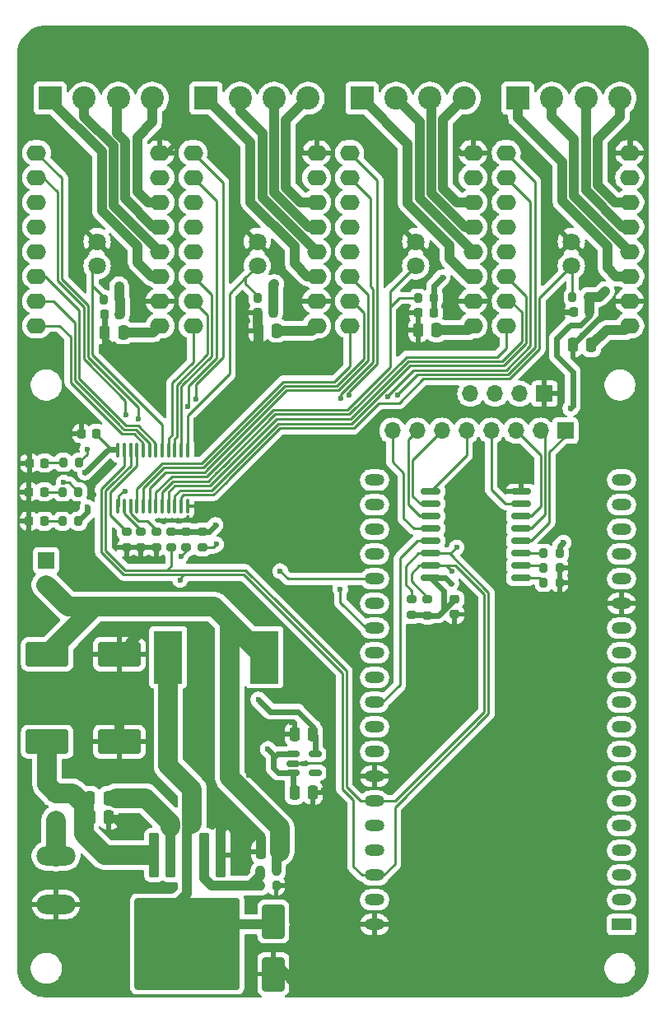
<source format=gtl>
G04 #@! TF.GenerationSoftware,KiCad,Pcbnew,8.0.3-8.0.3-0~ubuntu20.04.1*
G04 #@! TF.CreationDate,2024-10-12T18:08:43-03:00*
G04 #@! TF.ProjectId,syringe_pump,73797269-6e67-4655-9f70-756d702e6b69,rev?*
G04 #@! TF.SameCoordinates,Original*
G04 #@! TF.FileFunction,Copper,L1,Top*
G04 #@! TF.FilePolarity,Positive*
%FSLAX46Y46*%
G04 Gerber Fmt 4.6, Leading zero omitted, Abs format (unit mm)*
G04 Created by KiCad (PCBNEW 8.0.3-8.0.3-0~ubuntu20.04.1) date 2024-10-12 18:08:43*
%MOMM*%
%LPD*%
G01*
G04 APERTURE LIST*
G04 Aperture macros list*
%AMRoundRect*
0 Rectangle with rounded corners*
0 $1 Rounding radius*
0 $2 $3 $4 $5 $6 $7 $8 $9 X,Y pos of 4 corners*
0 Add a 4 corners polygon primitive as box body*
4,1,4,$2,$3,$4,$5,$6,$7,$8,$9,$2,$3,0*
0 Add four circle primitives for the rounded corners*
1,1,$1+$1,$2,$3*
1,1,$1+$1,$4,$5*
1,1,$1+$1,$6,$7*
1,1,$1+$1,$8,$9*
0 Add four rect primitives between the rounded corners*
20,1,$1+$1,$2,$3,$4,$5,0*
20,1,$1+$1,$4,$5,$6,$7,0*
20,1,$1+$1,$6,$7,$8,$9,0*
20,1,$1+$1,$8,$9,$2,$3,0*%
G04 Aperture macros list end*
G04 #@! TA.AperFunction,SMDPad,CuDef*
%ADD10RoundRect,0.200000X-0.275000X0.200000X-0.275000X-0.200000X0.275000X-0.200000X0.275000X0.200000X0*%
G04 #@! TD*
G04 #@! TA.AperFunction,SMDPad,CuDef*
%ADD11RoundRect,0.200000X0.200000X0.275000X-0.200000X0.275000X-0.200000X-0.275000X0.200000X-0.275000X0*%
G04 #@! TD*
G04 #@! TA.AperFunction,SMDPad,CuDef*
%ADD12RoundRect,0.250000X-0.250000X-0.475000X0.250000X-0.475000X0.250000X0.475000X-0.250000X0.475000X0*%
G04 #@! TD*
G04 #@! TA.AperFunction,SMDPad,CuDef*
%ADD13RoundRect,0.225000X-0.250000X0.225000X-0.250000X-0.225000X0.250000X-0.225000X0.250000X0.225000X0*%
G04 #@! TD*
G04 #@! TA.AperFunction,SMDPad,CuDef*
%ADD14RoundRect,0.200000X0.275000X-0.200000X0.275000X0.200000X-0.275000X0.200000X-0.275000X-0.200000X0*%
G04 #@! TD*
G04 #@! TA.AperFunction,SMDPad,CuDef*
%ADD15RoundRect,0.225000X0.225000X0.250000X-0.225000X0.250000X-0.225000X-0.250000X0.225000X-0.250000X0*%
G04 #@! TD*
G04 #@! TA.AperFunction,SMDPad,CuDef*
%ADD16RoundRect,0.250000X0.250000X0.475000X-0.250000X0.475000X-0.250000X-0.475000X0.250000X-0.475000X0*%
G04 #@! TD*
G04 #@! TA.AperFunction,ComponentPad*
%ADD17C,1.800000*%
G04 #@! TD*
G04 #@! TA.AperFunction,SMDPad,CuDef*
%ADD18RoundRect,0.250000X-0.300000X2.050000X-0.300000X-2.050000X0.300000X-2.050000X0.300000X2.050000X0*%
G04 #@! TD*
G04 #@! TA.AperFunction,SMDPad,CuDef*
%ADD19RoundRect,0.250000X-2.375000X2.025000X-2.375000X-2.025000X2.375000X-2.025000X2.375000X2.025000X0*%
G04 #@! TD*
G04 #@! TA.AperFunction,SMDPad,CuDef*
%ADD20RoundRect,0.250002X-5.149998X4.449998X-5.149998X-4.449998X5.149998X-4.449998X5.149998X4.449998X0*%
G04 #@! TD*
G04 #@! TA.AperFunction,SMDPad,CuDef*
%ADD21RoundRect,0.218750X-0.218750X-0.256250X0.218750X-0.256250X0.218750X0.256250X-0.218750X0.256250X0*%
G04 #@! TD*
G04 #@! TA.AperFunction,ComponentPad*
%ADD22R,1.700000X1.700000*%
G04 #@! TD*
G04 #@! TA.AperFunction,ComponentPad*
%ADD23O,1.700000X1.700000*%
G04 #@! TD*
G04 #@! TA.AperFunction,SMDPad,CuDef*
%ADD24RoundRect,0.150000X-0.512500X-0.150000X0.512500X-0.150000X0.512500X0.150000X-0.512500X0.150000X0*%
G04 #@! TD*
G04 #@! TA.AperFunction,SMDPad,CuDef*
%ADD25RoundRect,0.250000X-1.950000X-1.000000X1.950000X-1.000000X1.950000X1.000000X-1.950000X1.000000X0*%
G04 #@! TD*
G04 #@! TA.AperFunction,ComponentPad*
%ADD26O,4.000000X2.000000*%
G04 #@! TD*
G04 #@! TA.AperFunction,SMDPad,CuDef*
%ADD27R,2.900000X5.400000*%
G04 #@! TD*
G04 #@! TA.AperFunction,SMDPad,CuDef*
%ADD28RoundRect,0.150000X0.875000X0.150000X-0.875000X0.150000X-0.875000X-0.150000X0.875000X-0.150000X0*%
G04 #@! TD*
G04 #@! TA.AperFunction,SMDPad,CuDef*
%ADD29RoundRect,0.200000X-0.200000X-0.275000X0.200000X-0.275000X0.200000X0.275000X-0.200000X0.275000X0*%
G04 #@! TD*
G04 #@! TA.AperFunction,SMDPad,CuDef*
%ADD30RoundRect,0.250000X-0.900000X1.500000X-0.900000X-1.500000X0.900000X-1.500000X0.900000X1.500000X0*%
G04 #@! TD*
G04 #@! TA.AperFunction,SMDPad,CuDef*
%ADD31RoundRect,0.250000X0.625000X-0.375000X0.625000X0.375000X-0.625000X0.375000X-0.625000X-0.375000X0*%
G04 #@! TD*
G04 #@! TA.AperFunction,ComponentPad*
%ADD32R,2.000000X1.200000*%
G04 #@! TD*
G04 #@! TA.AperFunction,ComponentPad*
%ADD33O,2.000000X1.200000*%
G04 #@! TD*
G04 #@! TA.AperFunction,ComponentPad*
%ADD34R,2.400000X2.400000*%
G04 #@! TD*
G04 #@! TA.AperFunction,ComponentPad*
%ADD35C,2.400000*%
G04 #@! TD*
G04 #@! TA.AperFunction,ComponentPad*
%ADD36O,2.000000X1.600000*%
G04 #@! TD*
G04 #@! TA.AperFunction,SMDPad,CuDef*
%ADD37RoundRect,0.100000X0.100000X-0.637500X0.100000X0.637500X-0.100000X0.637500X-0.100000X-0.637500X0*%
G04 #@! TD*
G04 #@! TA.AperFunction,ViaPad*
%ADD38C,0.600000*%
G04 #@! TD*
G04 #@! TA.AperFunction,ViaPad*
%ADD39C,0.800000*%
G04 #@! TD*
G04 #@! TA.AperFunction,Conductor*
%ADD40C,0.609600*%
G04 #@! TD*
G04 #@! TA.AperFunction,Conductor*
%ADD41C,0.254000*%
G04 #@! TD*
G04 #@! TA.AperFunction,Conductor*
%ADD42C,0.250000*%
G04 #@! TD*
G04 #@! TA.AperFunction,Conductor*
%ADD43C,1.016000*%
G04 #@! TD*
G04 #@! TA.AperFunction,Conductor*
%ADD44C,2.032000*%
G04 #@! TD*
G04 APERTURE END LIST*
D10*
X69050000Y-102075000D03*
X69050000Y-103725000D03*
X64300000Y-102075000D03*
X64300000Y-103725000D03*
X62750000Y-102075000D03*
X62750000Y-103725000D03*
X61250000Y-102075000D03*
X61250000Y-103725000D03*
D11*
X56325000Y-98000000D03*
X54675000Y-98000000D03*
D12*
X57500000Y-129500000D03*
X59400000Y-129500000D03*
D13*
X94990000Y-109045000D03*
X94990000Y-110595000D03*
D11*
X108775000Y-77950000D03*
X107125000Y-77950000D03*
D14*
X92220000Y-110715000D03*
X92220000Y-109065000D03*
D11*
X105802948Y-104310000D03*
X104152948Y-104310000D03*
D15*
X60550000Y-79750000D03*
X59000000Y-79750000D03*
D12*
X78550000Y-128937500D03*
X80450000Y-128937500D03*
D16*
X76700000Y-81400000D03*
X74800000Y-81400000D03*
D17*
X58225000Y-74750000D03*
X58225000Y-72250000D03*
D18*
X70900000Y-135350000D03*
X69200000Y-135350000D03*
X67500000Y-135350000D03*
D19*
X70275000Y-142075000D03*
X64725000Y-142075000D03*
D20*
X67500000Y-144500000D03*
D19*
X70275000Y-146925000D03*
X64725000Y-146925000D03*
D18*
X65800000Y-135350000D03*
X64100000Y-135350000D03*
D12*
X57550000Y-131500000D03*
X59450000Y-131500000D03*
D14*
X90610000Y-110675000D03*
X90610000Y-109025000D03*
D21*
X51262500Y-95030000D03*
X52837500Y-95030000D03*
D11*
X76650000Y-137000000D03*
X75000000Y-137000000D03*
D22*
X106375000Y-91705000D03*
D23*
X103835000Y-91705000D03*
X101295000Y-91705000D03*
X98755000Y-91705000D03*
X96215000Y-91705000D03*
X93675000Y-91705000D03*
X91135000Y-91705000D03*
X88595000Y-91705000D03*
D24*
X78362500Y-124987500D03*
X78362500Y-125937500D03*
X78362500Y-126887500D03*
X80637500Y-126887500D03*
X80637500Y-124987500D03*
D25*
X53100000Y-123700000D03*
X60500000Y-123700000D03*
D11*
X105802948Y-107310000D03*
X104152948Y-107310000D03*
D26*
X54000000Y-140450000D03*
X54000000Y-135450000D03*
D16*
X93150000Y-81350000D03*
X91250000Y-81350000D03*
D11*
X105802948Y-105810000D03*
X104152948Y-105810000D03*
D27*
X65550000Y-115000000D03*
X75450000Y-115000000D03*
D15*
X76325000Y-79600000D03*
X74775000Y-79600000D03*
D16*
X109050000Y-82900000D03*
X107150000Y-82900000D03*
D11*
X60600000Y-78200000D03*
X58950000Y-78200000D03*
D28*
X101802948Y-106850000D03*
X101802948Y-105580000D03*
X101802948Y-104310000D03*
X101802948Y-103040000D03*
X101802948Y-101770000D03*
X101802948Y-100500000D03*
X101802948Y-99230000D03*
X101802948Y-97960000D03*
X92502948Y-97960000D03*
X92502948Y-99230000D03*
X92502948Y-100500000D03*
X92502948Y-101770000D03*
X92502948Y-103040000D03*
X92502948Y-104310000D03*
X92502948Y-105580000D03*
X92502948Y-106850000D03*
D29*
X75000000Y-138500000D03*
X76650000Y-138500000D03*
D30*
X76350000Y-142200000D03*
X76350000Y-147600000D03*
D10*
X65850000Y-102075000D03*
X65850000Y-103725000D03*
D17*
X107000000Y-74750000D03*
X107000000Y-72250000D03*
D11*
X56395000Y-94960000D03*
X54745000Y-94960000D03*
D15*
X58175000Y-92000000D03*
X56625000Y-92000000D03*
D25*
X53100000Y-114700000D03*
X60500000Y-114700000D03*
D16*
X77000000Y-135000000D03*
X75100000Y-135000000D03*
D17*
X74700000Y-74750000D03*
X74700000Y-72250000D03*
D22*
X104240000Y-87900000D03*
D23*
X101700000Y-87900000D03*
X99160000Y-87900000D03*
X96620000Y-87900000D03*
D21*
X51212500Y-98000000D03*
X52787500Y-98000000D03*
D15*
X92825000Y-79600000D03*
X91275000Y-79600000D03*
D16*
X80450000Y-122937500D03*
X78550000Y-122937500D03*
D10*
X67400000Y-102075000D03*
X67400000Y-103725000D03*
D16*
X60900000Y-81600000D03*
X59000000Y-81600000D03*
D22*
X53000000Y-105025000D03*
D23*
X53000000Y-107565000D03*
D17*
X91000000Y-74750000D03*
X91000000Y-72250000D03*
D31*
X54000000Y-131950000D03*
X54000000Y-129150000D03*
D15*
X108825000Y-79500000D03*
X107275000Y-79500000D03*
D11*
X92875000Y-78050000D03*
X91225000Y-78050000D03*
D21*
X51212500Y-101000000D03*
X52787500Y-101000000D03*
D11*
X76375000Y-78050000D03*
X74725000Y-78050000D03*
X56325000Y-101000000D03*
X54675000Y-101000000D03*
D32*
X112160000Y-142510000D03*
D33*
X112160000Y-139970000D03*
X112160000Y-137430000D03*
X112160000Y-134890000D03*
X112160000Y-132350000D03*
X112160000Y-129810000D03*
X112160000Y-127270000D03*
X112160000Y-124730000D03*
X112160000Y-122190000D03*
X112160000Y-119650000D03*
X112160000Y-117110000D03*
X112160000Y-114570000D03*
X112160000Y-112030000D03*
X112160000Y-109490000D03*
X112160000Y-106950000D03*
X112160000Y-104410000D03*
X112160000Y-101870000D03*
X112160000Y-99330000D03*
X112160000Y-96790000D03*
X86763680Y-96792720D03*
X86763680Y-99332720D03*
X86760000Y-101870000D03*
X86760000Y-104410000D03*
X86760000Y-106950000D03*
X86760000Y-109490000D03*
X86760000Y-112030000D03*
X86760000Y-114570000D03*
X86760000Y-117110000D03*
X86760000Y-119650000D03*
X86760000Y-122190000D03*
X86760000Y-124730000D03*
X86760000Y-127270000D03*
X86760000Y-129810000D03*
X86760000Y-132350000D03*
X86760000Y-134890000D03*
X86760000Y-137430000D03*
X86760000Y-139970000D03*
X86760000Y-142510000D03*
D34*
X69433333Y-57500000D03*
D35*
X72933333Y-57500000D03*
X76433333Y-57500000D03*
X79933333Y-57500000D03*
D36*
X68100000Y-80890000D03*
X68100000Y-78350000D03*
X68100000Y-75810000D03*
X68100000Y-73270000D03*
X68100000Y-70730000D03*
X68100000Y-68190000D03*
X68100000Y-65650000D03*
X68100000Y-63110000D03*
X80800000Y-63110000D03*
X80800000Y-65650000D03*
X80800000Y-68190000D03*
X80800000Y-70730000D03*
X80800000Y-73270000D03*
X80800000Y-75810000D03*
X80800000Y-78350000D03*
X80800000Y-80890000D03*
D34*
X53400000Y-57500000D03*
D35*
X56900000Y-57500000D03*
X60400000Y-57500000D03*
X63900000Y-57500000D03*
D34*
X101500000Y-57500000D03*
D35*
X105000000Y-57500000D03*
X108500000Y-57500000D03*
X112000000Y-57500000D03*
D36*
X84200000Y-80890000D03*
X84200000Y-78350000D03*
X84200000Y-75810000D03*
X84200000Y-73270000D03*
X84200000Y-70730000D03*
X84200000Y-68190000D03*
X84200000Y-65650000D03*
X84200000Y-63110000D03*
X96900000Y-63110000D03*
X96900000Y-65650000D03*
X96900000Y-68190000D03*
X96900000Y-70730000D03*
X96900000Y-73270000D03*
X96900000Y-75810000D03*
X96900000Y-78350000D03*
X96900000Y-80890000D03*
D34*
X85466666Y-57500000D03*
D35*
X88966666Y-57500000D03*
X92466666Y-57500000D03*
X95966666Y-57500000D03*
D36*
X52000000Y-80890000D03*
X52000000Y-78350000D03*
X52000000Y-75810000D03*
X52000000Y-73270000D03*
X52000000Y-70730000D03*
X52000000Y-68190000D03*
X52000000Y-65650000D03*
X52000000Y-63110000D03*
X64700000Y-63110000D03*
X64700000Y-65650000D03*
X64700000Y-68190000D03*
X64700000Y-70730000D03*
X64700000Y-73270000D03*
X64700000Y-75810000D03*
X64700000Y-78350000D03*
X64700000Y-80890000D03*
X100300000Y-80890000D03*
X100300000Y-78350000D03*
X100300000Y-75810000D03*
X100300000Y-73270000D03*
X100300000Y-70730000D03*
X100300000Y-68190000D03*
X100300000Y-65650000D03*
X100300000Y-63110000D03*
X113000000Y-63110000D03*
X113000000Y-65650000D03*
X113000000Y-68190000D03*
X113000000Y-70730000D03*
X113000000Y-73270000D03*
X113000000Y-75810000D03*
X113000000Y-78350000D03*
X113000000Y-80890000D03*
D37*
X60375000Y-99462500D03*
X61025000Y-99462500D03*
X61675000Y-99462500D03*
X62325000Y-99462500D03*
X62975000Y-99462500D03*
X63625000Y-99462500D03*
X64275000Y-99462500D03*
X64925000Y-99462500D03*
X65575000Y-99462500D03*
X66225000Y-99462500D03*
X66875000Y-99462500D03*
X67525000Y-99462500D03*
X67525000Y-93737500D03*
X66875000Y-93737500D03*
X66225000Y-93737500D03*
X65575000Y-93737500D03*
X64925000Y-93737500D03*
X64275000Y-93737500D03*
X63625000Y-93737500D03*
X62975000Y-93737500D03*
X62325000Y-93737500D03*
X61675000Y-93737500D03*
X61025000Y-93737500D03*
X60375000Y-93737500D03*
D38*
X80300000Y-110750000D03*
X74650000Y-105900000D03*
X67100000Y-111550000D03*
X69900000Y-105050000D03*
X72350000Y-103950000D03*
X59300000Y-95400000D03*
X68800000Y-100100000D03*
X65000000Y-101000000D03*
X57700000Y-101400000D03*
X60050000Y-102850000D03*
X64050000Y-107750000D03*
X63550000Y-104850000D03*
X70400000Y-101400000D03*
X70500000Y-103400000D03*
X66775000Y-107075000D03*
X66850000Y-104600000D03*
X94700000Y-106150000D03*
X95200000Y-103700000D03*
X61100000Y-97900000D03*
X68460000Y-120500000D03*
X62120000Y-119150000D03*
X107440000Y-112280000D03*
X93940000Y-54920000D03*
X95560000Y-127370000D03*
X108610000Y-109570000D03*
X78740000Y-114820000D03*
X51700000Y-90900000D03*
X100090000Y-110150000D03*
X85850000Y-94100000D03*
X56750000Y-138050000D03*
X103370000Y-118450000D03*
X109510000Y-126090000D03*
X98750000Y-82750000D03*
X96740000Y-110540000D03*
X94550000Y-79150000D03*
X108030000Y-123690000D03*
X101140000Y-94490000D03*
X106550000Y-94370000D03*
X89020000Y-144750000D03*
X74700000Y-120850000D03*
X89700000Y-82700000D03*
X70770000Y-130090000D03*
D39*
X62500000Y-112650000D03*
X79050000Y-149050000D03*
D38*
X96020000Y-117610000D03*
X90400000Y-125430000D03*
X62610000Y-126800000D03*
X59450000Y-148200000D03*
X108750000Y-76100000D03*
X72950000Y-135900000D03*
X97500000Y-101950000D03*
X78200000Y-121700000D03*
X57110000Y-107640000D03*
D39*
X71150000Y-132450000D03*
D38*
X109560000Y-134630000D03*
X55960000Y-148740000D03*
X90600000Y-116690000D03*
X95350000Y-62800000D03*
X74750000Y-82600000D03*
X50850000Y-105600000D03*
X92450000Y-82900000D03*
X100340000Y-89900000D03*
X81550000Y-128650000D03*
X80320000Y-131170000D03*
X88650000Y-148860000D03*
X63470000Y-88220000D03*
X105520000Y-131410000D03*
X50800000Y-93900000D03*
X106290000Y-97180000D03*
X113810000Y-60660000D03*
X109240000Y-102240000D03*
X85180000Y-98060000D03*
X109660000Y-99390000D03*
X112860000Y-93710000D03*
X79600000Y-125950000D03*
X78450000Y-79250000D03*
X88650000Y-69100000D03*
D39*
X60800000Y-132500000D03*
D38*
X91720000Y-122620000D03*
X50850000Y-99100000D03*
X88600000Y-73700000D03*
X78850000Y-133100000D03*
X56760000Y-113850000D03*
X102670000Y-128120000D03*
X64650000Y-138700000D03*
X111100000Y-90580000D03*
X60250000Y-143950000D03*
X104700000Y-80900000D03*
D39*
X60500000Y-121700000D03*
D38*
X74550000Y-87940000D03*
X103850000Y-64500000D03*
X68760000Y-124580000D03*
X105350000Y-78850000D03*
X71750000Y-63950000D03*
X110800000Y-79250000D03*
X82660000Y-55350000D03*
X75140000Y-110790000D03*
X73850000Y-97500000D03*
X108990000Y-142410000D03*
X112050000Y-83600000D03*
X87950000Y-64250000D03*
X82700000Y-59550000D03*
X50850000Y-111600000D03*
X56550000Y-63750000D03*
X90450000Y-76800000D03*
X51100000Y-102100000D03*
X104700000Y-69050000D03*
X110680000Y-54550000D03*
X83900000Y-103950000D03*
X61320000Y-137940000D03*
X50950000Y-54730000D03*
X81850000Y-133950000D03*
X80850000Y-104810000D03*
D39*
X75100000Y-133550000D03*
D38*
X89600000Y-80500000D03*
X57910000Y-98240000D03*
X66460000Y-54610000D03*
X98602085Y-51545093D03*
X72733866Y-107729359D03*
X59550000Y-82800000D03*
X98680000Y-124070000D03*
X108180000Y-120980000D03*
X56600000Y-120850000D03*
X54692942Y-118035884D03*
X66040000Y-51670000D03*
X95300000Y-77250000D03*
X50800000Y-60550000D03*
X97480000Y-94510000D03*
X103690000Y-55100000D03*
X73780000Y-127150000D03*
X78950000Y-140050000D03*
X55650000Y-74550000D03*
X60800000Y-74450000D03*
X72300000Y-74400000D03*
X90190000Y-130900000D03*
X79200000Y-62800000D03*
X56220000Y-70930000D03*
X72350000Y-70620000D03*
X104700000Y-75050000D03*
X92950000Y-74000000D03*
X60100000Y-112150000D03*
X62400000Y-79200000D03*
X78820000Y-118570000D03*
X98700000Y-59550000D03*
X69100000Y-112990000D03*
X52600000Y-83450000D03*
X83340000Y-139180000D03*
X102910000Y-148950000D03*
X112800000Y-61450000D03*
X66650000Y-57250000D03*
X66150000Y-62250000D03*
X56980000Y-96000000D03*
X74800000Y-119350000D03*
X93750000Y-75900000D03*
X110450000Y-77350000D03*
X57250000Y-99550000D03*
X106190000Y-103210000D03*
X60500000Y-76850000D03*
X106900000Y-89400000D03*
X76450000Y-76600000D03*
X94640000Y-107430000D03*
X61200000Y-90100000D03*
X62506644Y-90493356D03*
X54800000Y-97025000D03*
X75800000Y-124440000D03*
X83310000Y-88350000D03*
X89093356Y-87993356D03*
X67570643Y-89222643D03*
X83230000Y-108010000D03*
X68371644Y-88421644D03*
X84180000Y-88040000D03*
X88101434Y-88211434D03*
X77050000Y-106150000D03*
X57200000Y-93620000D03*
D40*
X105500000Y-84000000D02*
X105500000Y-82200000D01*
X105500000Y-82200000D02*
X106900000Y-80800000D01*
X106900000Y-80800000D02*
X107900000Y-80800000D01*
X106900000Y-89400000D02*
X107150000Y-89150000D01*
X107150000Y-89150000D02*
X107150000Y-85650000D01*
X107150000Y-85650000D02*
X105500000Y-84000000D01*
X107900000Y-80800000D02*
X108825000Y-79875000D01*
X108825000Y-79875000D02*
X108825000Y-79500000D01*
D41*
X66850000Y-104600000D02*
X67400000Y-104050000D01*
X67400000Y-104050000D02*
X67400000Y-103825000D01*
X66775000Y-107075000D02*
X66775000Y-106879000D01*
X66775000Y-106879000D02*
X67150000Y-106504000D01*
D40*
X69725000Y-102075000D02*
X70400000Y-101400000D01*
X69050000Y-102075000D02*
X69725000Y-102075000D01*
X67400000Y-102075000D02*
X69050000Y-102075000D01*
X65850000Y-102075000D02*
X67400000Y-102075000D01*
D41*
X70175000Y-103725000D02*
X70500000Y-103400000D01*
X69050000Y-103725000D02*
X70175000Y-103725000D01*
X60961947Y-106504000D02*
X67150000Y-106504000D01*
X67150000Y-106504000D02*
X73311948Y-106504000D01*
X61200000Y-90100000D02*
X61150000Y-90050000D01*
X57119948Y-84554053D02*
X57119947Y-84554053D01*
X56854000Y-79004000D02*
X54150000Y-76300000D01*
X61150000Y-90050000D02*
X61150000Y-88584105D01*
X56854000Y-84288106D02*
X56854000Y-79004000D01*
X61150000Y-88584105D02*
X57119948Y-84554053D01*
X57119947Y-84554053D02*
X56854000Y-84288106D01*
X54150000Y-76300000D02*
X54150000Y-67150000D01*
X54150000Y-67150000D02*
X52650000Y-65650000D01*
X52650000Y-65650000D02*
X52000000Y-65650000D01*
X62506644Y-90493356D02*
X62506644Y-89298697D01*
X62506644Y-89298697D02*
X57308000Y-84100053D01*
X54604000Y-65714000D02*
X52000000Y-63110000D01*
X57308000Y-84100053D02*
X57308000Y-78815947D01*
X57308000Y-78815947D02*
X54604000Y-76111947D01*
X54604000Y-76111947D02*
X54604000Y-65714000D01*
X57762000Y-76800000D02*
X57762000Y-83912000D01*
X57762000Y-83912000D02*
X64925000Y-91075000D01*
X64925000Y-91075000D02*
X64925000Y-91175000D01*
D42*
X64925000Y-93737500D02*
X64925000Y-91175000D01*
D41*
X73500000Y-106050000D02*
X65400000Y-106050000D01*
X65400000Y-106050000D02*
X61150000Y-106050000D01*
X65850000Y-103800000D02*
X65850000Y-105600000D01*
X65850000Y-105600000D02*
X65400000Y-106050000D01*
X77050000Y-106150000D02*
X77850000Y-106950000D01*
X77850000Y-106950000D02*
X86760000Y-106950000D01*
X60375000Y-93737500D02*
X59787500Y-93737500D01*
X59787500Y-93737500D02*
X58175000Y-92125000D01*
X58175000Y-92125000D02*
X58175000Y-92000000D01*
X59361947Y-97596000D02*
X59753974Y-97203974D01*
X73825000Y-106375000D02*
X73500000Y-106050000D01*
D42*
X73825000Y-106375000D02*
X76669000Y-109219000D01*
D41*
X61150000Y-106050000D02*
X59096000Y-103996000D01*
X59096000Y-103996000D02*
X59096000Y-97861947D01*
X59096000Y-97861947D02*
X59361947Y-97596000D01*
X59753974Y-97203974D02*
X61675000Y-95282948D01*
X61675000Y-95282948D02*
X61675000Y-93737500D01*
X61025000Y-93737500D02*
X61025000Y-95290895D01*
X59082948Y-97232946D02*
X58642000Y-97673894D01*
X61025000Y-95290895D02*
X59082949Y-97232946D01*
X58642000Y-97673894D02*
X58642000Y-104184053D01*
X59082949Y-97232946D02*
X59082948Y-97232946D01*
X58642000Y-104184053D02*
X60961947Y-106504000D01*
X73311948Y-106504000D02*
X83430000Y-116622052D01*
X83430000Y-116622052D02*
X83430000Y-128552053D01*
X83430000Y-128552053D02*
X84600000Y-129722053D01*
X84600000Y-129722053D02*
X84600000Y-136530000D01*
X84600000Y-136530000D02*
X85500000Y-137430000D01*
X85500000Y-137430000D02*
X86760000Y-137430000D01*
D40*
X56980000Y-96000000D02*
X59398750Y-93581250D01*
X59398750Y-93581250D02*
X60218750Y-93581250D01*
D41*
X94050000Y-105580000D02*
X95087948Y-105580000D01*
X94050000Y-105580000D02*
X94130000Y-105580000D01*
X92502948Y-105580000D02*
X94050000Y-105580000D01*
X94130000Y-105580000D02*
X94700000Y-106150000D01*
X88400000Y-129800000D02*
X88390000Y-129810000D01*
X95087948Y-105580000D02*
X98029948Y-108522000D01*
X98029948Y-108522000D02*
X98029948Y-120630052D01*
X98029948Y-120630052D02*
X88860000Y-129800000D01*
X88860000Y-129800000D02*
X88400000Y-129800000D01*
X88390000Y-129810000D02*
X86760000Y-129810000D01*
X86760000Y-137430000D02*
X87700000Y-137430000D01*
X88850000Y-136280000D02*
X88850000Y-130452053D01*
X87700000Y-137430000D02*
X88850000Y-136280000D01*
X88850000Y-130452053D02*
X98483948Y-120818105D01*
X98483948Y-120818105D02*
X98483948Y-108333948D01*
X98483948Y-108333948D02*
X94460000Y-104310000D01*
X94460000Y-104310000D02*
X92502948Y-104310000D01*
X94590000Y-104310000D02*
X95200000Y-103700000D01*
X92502948Y-104310000D02*
X94590000Y-104310000D01*
X62325000Y-93737500D02*
X62325000Y-95275000D01*
X62325000Y-95275000D02*
X59550000Y-98050000D01*
X59550000Y-98050000D02*
X59550000Y-100375000D01*
X59550000Y-100375000D02*
X61250000Y-102075000D01*
X61675000Y-99462500D02*
X61675000Y-100199999D01*
X61675000Y-100199999D02*
X62475001Y-101000000D01*
X62475001Y-101000000D02*
X63400000Y-101000000D01*
X63400000Y-101000000D02*
X64300000Y-101900000D01*
X64300000Y-101900000D02*
X64300000Y-102075000D01*
X61025000Y-100199999D02*
X62750000Y-101924999D01*
X61025000Y-99462500D02*
X61025000Y-100199999D01*
X62750000Y-101924999D02*
X62750000Y-102075000D01*
D42*
X61100000Y-97900000D02*
X60900000Y-97900000D01*
X60900000Y-97900000D02*
X60400000Y-98400000D01*
X60400000Y-98400000D02*
X60400000Y-99437500D01*
X60400000Y-99437500D02*
X60375000Y-99462500D01*
D41*
X84246000Y-91454000D02*
X84614208Y-91454000D01*
X103716000Y-78034000D02*
X107000000Y-74750000D01*
X84614208Y-91454000D02*
X87216208Y-88852000D01*
X87216208Y-88852000D02*
X89318000Y-88852000D01*
X89318000Y-88852000D02*
X91800000Y-86370000D01*
X91800000Y-86370000D02*
X100648211Y-86370000D01*
X100648211Y-86370000D02*
X103716000Y-83302211D01*
X103716000Y-83302211D02*
X103716000Y-78034000D01*
X84264724Y-91454000D02*
X84614208Y-91454000D01*
X71500000Y-96991539D02*
X71870769Y-96620769D01*
X70203513Y-98288026D02*
X71500000Y-96991539D01*
X66875000Y-99462500D02*
X66875000Y-98525000D01*
X66875000Y-98525000D02*
X67111974Y-98288026D01*
X67800000Y-98288026D02*
X70203513Y-98288026D01*
X67111974Y-98288026D02*
X67800000Y-98288026D01*
X77037538Y-91454000D02*
X84264724Y-91454000D01*
X71870769Y-96620769D02*
X77037538Y-91454000D01*
X84426156Y-91000000D02*
X90413078Y-85013078D01*
X84076671Y-91000000D02*
X84426156Y-91000000D01*
X66225000Y-99462500D02*
X66225000Y-98359026D01*
X66225000Y-98359026D02*
X66750000Y-97834026D01*
X66750000Y-97834026D02*
X70015461Y-97834026D01*
X70015461Y-97834026D02*
X70281408Y-97568079D01*
X70281408Y-97568079D02*
X70281408Y-97568078D01*
X70281408Y-97568078D02*
X76849486Y-91000000D01*
X76849486Y-91000000D02*
X84076671Y-91000000D01*
X100300000Y-78350000D02*
X100750000Y-78350000D01*
X100750000Y-78350000D02*
X101900000Y-79500000D01*
X101900000Y-79500000D02*
X101900000Y-82550000D01*
X101900000Y-82550000D02*
X99896000Y-84554000D01*
X99896000Y-84554000D02*
X90230104Y-84554000D01*
X90230104Y-84554000D02*
X84284104Y-90500000D01*
X84284104Y-90500000D02*
X76707434Y-90500000D01*
X76707434Y-90500000D02*
X69827408Y-97380026D01*
X69827408Y-97380026D02*
X66219974Y-97380026D01*
X66219974Y-97380026D02*
X65575000Y-98025000D01*
X65575000Y-98025000D02*
X65575000Y-99462500D01*
X84138053Y-90004000D02*
X84138053Y-90003999D01*
X84138053Y-90003999D02*
X90042052Y-84100000D01*
X90042052Y-84100000D02*
X99400000Y-84100000D01*
X99400000Y-84100000D02*
X100300000Y-83200000D01*
X100300000Y-83200000D02*
X100300000Y-80890000D01*
X64925000Y-99462500D02*
X64925000Y-98027052D01*
X64925000Y-98027052D02*
X66026026Y-96926026D01*
X71207690Y-95357690D02*
X71207691Y-95357690D01*
X66026026Y-96926026D02*
X69639355Y-96926026D01*
X69639355Y-96926026D02*
X70549766Y-96015615D01*
X70549766Y-96015615D02*
X71207690Y-95357690D01*
X71207691Y-95357690D02*
X76561381Y-90004000D01*
X76561381Y-90004000D02*
X84138053Y-90004000D01*
X64275000Y-99462500D02*
X64275000Y-98035000D01*
X64275000Y-98035000D02*
X65900000Y-96410000D01*
X65900000Y-96410000D02*
X69513329Y-96410000D01*
X69513329Y-96410000D02*
X70095766Y-95827563D01*
X70095766Y-95827563D02*
X70095766Y-95827562D01*
X70095766Y-95827562D02*
X76373328Y-89550000D01*
X76373328Y-89550000D02*
X83950000Y-89550000D01*
X83950000Y-89550000D02*
X88370000Y-85130000D01*
X88370000Y-85130000D02*
X88370000Y-78950000D01*
D42*
X62325000Y-99462500D02*
X62325000Y-97643724D01*
X62325000Y-97643724D02*
X64918724Y-95050000D01*
X64918724Y-95050000D02*
X68950000Y-95050000D01*
X68950000Y-95050000D02*
X77350000Y-86650000D01*
X77350000Y-86650000D02*
X82650000Y-86650000D01*
X82650000Y-86650000D02*
X83250000Y-86050000D01*
D41*
X62975000Y-99462500D02*
X62975000Y-97632948D01*
X85670000Y-79530000D02*
X84490000Y-78350000D01*
X62975000Y-97632948D02*
X65105948Y-95502000D01*
X77537224Y-87102000D02*
X82840052Y-87102000D01*
X82840052Y-87102000D02*
X85670000Y-84272052D01*
X84490000Y-78350000D02*
X84200000Y-78350000D01*
X65105948Y-95502000D02*
X69137224Y-95502000D01*
X69137224Y-95502000D02*
X77537224Y-87102000D01*
X85670000Y-84272052D02*
X85670000Y-79530000D01*
X63625000Y-99462500D02*
X63625000Y-97625000D01*
X86124000Y-84460105D02*
X86124000Y-77734000D01*
X63625000Y-97625000D02*
X65294000Y-95956000D01*
X65294000Y-95956000D02*
X69325277Y-95956000D01*
X69325277Y-95956000D02*
X69591224Y-95690053D01*
X69591224Y-95690053D02*
X77725276Y-87556000D01*
X77725276Y-87556000D02*
X83028105Y-87556000D01*
X83028105Y-87556000D02*
X86124000Y-84460105D01*
X86124000Y-77734000D02*
X84200000Y-75810000D01*
X84200000Y-85100000D02*
X83250000Y-86050000D01*
D42*
X62975000Y-93737500D02*
X62975000Y-93000001D01*
X62975000Y-93000001D02*
X62026999Y-92052000D01*
X62026999Y-92052000D02*
X60809948Y-92052000D01*
X60809948Y-92052000D02*
X59498974Y-90741026D01*
X63625000Y-93737500D02*
X63625000Y-93000001D01*
X63625000Y-93000001D02*
X62224999Y-91600000D01*
X62224999Y-91600000D02*
X61789225Y-91600000D01*
X61789225Y-91600000D02*
X61787225Y-91602000D01*
X61012775Y-91602000D02*
X60810775Y-91400000D01*
X60800000Y-91400000D02*
X60415000Y-91015000D01*
X61787225Y-91602000D02*
X61012775Y-91602000D01*
X60810775Y-91400000D02*
X60800000Y-91400000D01*
D41*
X52860000Y-75810000D02*
X52000000Y-75810000D01*
D42*
X61600000Y-91150000D02*
X62424999Y-91150000D01*
X64275000Y-93000001D02*
X64275000Y-93737500D01*
D41*
X56400000Y-86350000D02*
X56400000Y-79350000D01*
D42*
X62424999Y-91150000D02*
X64275000Y-93000001D01*
D41*
X61200000Y-91150000D02*
X56400000Y-86350000D01*
X61600000Y-91150000D02*
X61200000Y-91150000D01*
X56400000Y-79350000D02*
X52860000Y-75810000D01*
D42*
X66225000Y-93737500D02*
X66225000Y-92511396D01*
X66225000Y-92511396D02*
X66425000Y-92311396D01*
X66425000Y-92311396D02*
X66425000Y-86984656D01*
X65575000Y-93737500D02*
X65575000Y-92525000D01*
X65575000Y-92525000D02*
X65975000Y-92125000D01*
X65975000Y-92125000D02*
X65975000Y-87168224D01*
X65975000Y-87168224D02*
X65973000Y-87166224D01*
X65973000Y-87166224D02*
X65973000Y-86791776D01*
X65973000Y-86791776D02*
X68100000Y-84664776D01*
X68100000Y-84664776D02*
X68100000Y-84480000D01*
X66875000Y-93737500D02*
X66875000Y-87171052D01*
X67525000Y-93737500D02*
X67525000Y-90155000D01*
X67525000Y-90155000D02*
X67870000Y-89810000D01*
D41*
X102354000Y-77864000D02*
X100300000Y-75810000D01*
X90418156Y-85008000D02*
X100084053Y-85008000D01*
X100084053Y-85008000D02*
X102354000Y-82738053D01*
X102354000Y-82738053D02*
X102354000Y-77864000D01*
X84200000Y-80890000D02*
X84200000Y-85100000D01*
X68100000Y-78350000D02*
X69570000Y-79820000D01*
X69570000Y-79820000D02*
X69570000Y-83834000D01*
X69570000Y-83834000D02*
X66425000Y-86979000D01*
X67073026Y-86973026D02*
X70024000Y-84022052D01*
X70024000Y-84022052D02*
X70024000Y-77734000D01*
X70024000Y-77734000D02*
X68100000Y-75810000D01*
D42*
X66875000Y-87171052D02*
X67073026Y-86973026D01*
D41*
X67570643Y-89222643D02*
X67600000Y-89193286D01*
X67600000Y-89193286D02*
X67600000Y-87088104D01*
X67600000Y-87088104D02*
X70478000Y-84210104D01*
X70478000Y-84210104D02*
X70478000Y-68028000D01*
X70478000Y-68028000D02*
X68100000Y-65650000D01*
X68371644Y-88421644D02*
X68371644Y-86958512D01*
X68371644Y-86958512D02*
X71190000Y-84140156D01*
X71190000Y-84140156D02*
X71190000Y-66200000D01*
X71190000Y-66200000D02*
X68100000Y-63110000D01*
D43*
X62500000Y-112650000D02*
X62500000Y-112700000D01*
D41*
X78550000Y-122050000D02*
X78200000Y-121700000D01*
X51212500Y-95000000D02*
X51212500Y-94312500D01*
D40*
X64700000Y-63110000D02*
X65290000Y-63110000D01*
X59000000Y-82250000D02*
X59000000Y-81600000D01*
D41*
X78362500Y-125937500D02*
X79587500Y-125937500D01*
D40*
X110750000Y-79250000D02*
X110800000Y-79250000D01*
D41*
X80450000Y-128937500D02*
X81262500Y-128937500D01*
D43*
X77000000Y-147000000D02*
X79050000Y-149050000D01*
D40*
X107275000Y-79500000D02*
X106000000Y-79500000D01*
D43*
X74800000Y-82550000D02*
X74750000Y-82600000D01*
X74800000Y-81400000D02*
X74800000Y-82550000D01*
X70900000Y-132700000D02*
X71150000Y-132450000D01*
D40*
X95660000Y-63110000D02*
X95350000Y-62800000D01*
X113000000Y-61650000D02*
X112800000Y-61450000D01*
X59550000Y-82800000D02*
X59000000Y-82250000D01*
D43*
X75100000Y-135000000D02*
X75100000Y-133550000D01*
X62500000Y-112700000D02*
X60500000Y-114700000D01*
D40*
X106000000Y-79500000D02*
X105350000Y-78850000D01*
X65290000Y-63110000D02*
X66150000Y-62250000D01*
X96900000Y-63110000D02*
X95660000Y-63110000D01*
D41*
X78550000Y-122937500D02*
X78550000Y-122050000D01*
D40*
X107150000Y-82850000D02*
X110750000Y-79250000D01*
X113000000Y-63110000D02*
X113000000Y-61650000D01*
X59800000Y-131500000D02*
X60800000Y-132500000D01*
D43*
X70900000Y-135350000D02*
X70900000Y-132700000D01*
X74775000Y-81375000D02*
X74800000Y-81400000D01*
D41*
X51212500Y-98000000D02*
X51212500Y-98737500D01*
D43*
X60500000Y-123700000D02*
X60500000Y-121700000D01*
D41*
X79587500Y-125937500D02*
X79600000Y-125950000D01*
X51212500Y-94312500D02*
X50800000Y-93900000D01*
X81262500Y-128937500D02*
X81550000Y-128650000D01*
D40*
X59450000Y-131500000D02*
X59800000Y-131500000D01*
X107150000Y-82900000D02*
X107150000Y-82850000D01*
D43*
X77000000Y-146500000D02*
X77000000Y-147000000D01*
D41*
X51212500Y-101987500D02*
X51100000Y-102100000D01*
D40*
X59000000Y-79750000D02*
X59000000Y-81600000D01*
D41*
X51212500Y-101000000D02*
X51212500Y-101987500D01*
X51212500Y-98737500D02*
X50850000Y-99100000D01*
D43*
X74775000Y-79600000D02*
X74775000Y-81375000D01*
D41*
X52787500Y-101000000D02*
X54675000Y-101000000D01*
X52787500Y-98000000D02*
X54675000Y-98000000D01*
D44*
X56850000Y-130150000D02*
X56850000Y-133200000D01*
X55700000Y-129000000D02*
X56850000Y-130150000D01*
X59000000Y-135350000D02*
X63500000Y-135350000D01*
X53100000Y-128100000D02*
X54000000Y-129000000D01*
X56850000Y-133200000D02*
X59000000Y-135350000D01*
X53100000Y-123700000D02*
X53100000Y-128100000D01*
X54000000Y-129000000D02*
X55700000Y-129000000D01*
D43*
X64100000Y-135350000D02*
X63500000Y-135350000D01*
X65776000Y-132450000D02*
X65776000Y-132595836D01*
D44*
X65600000Y-131900000D02*
X63200000Y-129500000D01*
D43*
X65776000Y-132595836D02*
X65800000Y-132619836D01*
D44*
X65776000Y-132076000D02*
X65776000Y-132450000D01*
D43*
X65800000Y-132619836D02*
X65800000Y-135350000D01*
D44*
X63200000Y-129500000D02*
X60200000Y-129500000D01*
X65600000Y-131900000D02*
X65776000Y-132076000D01*
D43*
X59400000Y-129500000D02*
X60200000Y-129500000D01*
X76650000Y-135350000D02*
X77000000Y-135000000D01*
D44*
X53100000Y-114700000D02*
X58000000Y-109800000D01*
D43*
X76650000Y-137000000D02*
X76650000Y-135350000D01*
D44*
X58000000Y-109800000D02*
X70250000Y-109800000D01*
X70250000Y-109800000D02*
X71875000Y-111425000D01*
X71875000Y-127388948D02*
X71875000Y-111425000D01*
X77000000Y-135000000D02*
X77000000Y-132513948D01*
X77000000Y-132513948D02*
X71875000Y-127388948D01*
X55235000Y-109800000D02*
X53000000Y-107565000D01*
X58000000Y-109800000D02*
X55235000Y-109800000D01*
X71875000Y-111425000D02*
X75450000Y-115000000D01*
D40*
X93837500Y-108184552D02*
X93837500Y-110197500D01*
X92825000Y-79600000D02*
X92825000Y-78100000D01*
X92220000Y-110715000D02*
X93320000Y-110715000D01*
X92875000Y-76925000D02*
X92875000Y-76775000D01*
X80637500Y-123125000D02*
X80450000Y-122937500D01*
X76050000Y-120600000D02*
X78856500Y-120600000D01*
X105802948Y-104310000D02*
X105802948Y-103597052D01*
X90610000Y-110675000D02*
X92180000Y-110675000D01*
X93320000Y-110715000D02*
X93837500Y-110197500D01*
D43*
X76375000Y-76675000D02*
X76450000Y-76600000D01*
X60500000Y-76850000D02*
X60500000Y-78100000D01*
D40*
X92875000Y-76775000D02*
X93750000Y-75900000D01*
X92825000Y-78100000D02*
X92875000Y-78050000D01*
X105802948Y-103597052D02*
X106190000Y-103210000D01*
X57250000Y-100075000D02*
X56325000Y-101000000D01*
X74800000Y-119350000D02*
X76050000Y-120600000D01*
D43*
X108775000Y-77950000D02*
X109850000Y-77950000D01*
X76375000Y-78050000D02*
X76375000Y-76675000D01*
X108825000Y-78000000D02*
X108775000Y-77950000D01*
X109850000Y-77950000D02*
X110450000Y-77350000D01*
X76325000Y-78100000D02*
X76375000Y-78050000D01*
D40*
X93837500Y-110197500D02*
X94990000Y-109045000D01*
X80450000Y-122193500D02*
X80450000Y-122937500D01*
D43*
X108825000Y-79500000D02*
X108825000Y-78000000D01*
X60600000Y-79700000D02*
X60550000Y-79750000D01*
D40*
X92502948Y-106850000D02*
X93837500Y-108184552D01*
D43*
X60600000Y-78200000D02*
X60600000Y-79700000D01*
D40*
X80637500Y-124987500D02*
X80637500Y-123125000D01*
X92180000Y-110675000D02*
X92220000Y-110715000D01*
X92502948Y-106850000D02*
X94060000Y-106850000D01*
X78856500Y-120600000D02*
X80450000Y-122193500D01*
X94060000Y-106850000D02*
X94640000Y-107430000D01*
D43*
X76325000Y-79600000D02*
X76325000Y-78100000D01*
D40*
X92875000Y-78050000D02*
X92875000Y-76925000D01*
X57250000Y-99550000D02*
X57250000Y-100075000D01*
D43*
X60500000Y-78100000D02*
X60600000Y-78200000D01*
X67500000Y-132619836D02*
X67500000Y-135350000D01*
D44*
X65550000Y-126160000D02*
X65550000Y-115000000D01*
D43*
X77000000Y-142500000D02*
X70700000Y-142500000D01*
X68008000Y-132111836D02*
X67500000Y-132619836D01*
X67500000Y-135350000D02*
X67500000Y-139300000D01*
X70700000Y-142500000D02*
X70275000Y-142075000D01*
D44*
X68008000Y-132111836D02*
X68008000Y-128618000D01*
D43*
X67500000Y-139300000D02*
X64725000Y-142075000D01*
D44*
X68008000Y-128618000D02*
X65550000Y-126160000D01*
D43*
X93832000Y-59634666D02*
X93832000Y-66762632D01*
X93832000Y-66762632D02*
X95259368Y-68190000D01*
X95259368Y-68190000D02*
X96900000Y-68190000D01*
X95966666Y-57500000D02*
X93832000Y-59634666D01*
X96900000Y-70730000D02*
X96079684Y-70730000D01*
X92616000Y-57649334D02*
X92466666Y-57500000D01*
X96079684Y-70730000D02*
X92616000Y-67266316D01*
X92616000Y-67266316D02*
X92616000Y-57649334D01*
X96900000Y-73270000D02*
X91400000Y-67770000D01*
X91400000Y-59933334D02*
X88966666Y-57500000D01*
X91400000Y-67770000D02*
X91400000Y-59933334D01*
X96310000Y-75810000D02*
X94500000Y-74000000D01*
X90184000Y-62217334D02*
X85466666Y-57500000D01*
X94500000Y-72589684D02*
X90184000Y-68273684D01*
X94500000Y-74000000D02*
X94500000Y-72589684D01*
X90184000Y-68273684D02*
X90184000Y-62217334D01*
X96900000Y-75810000D02*
X96310000Y-75810000D01*
D41*
X91000000Y-74750000D02*
X88370000Y-77380000D01*
X89270000Y-78050000D02*
X88370000Y-78950000D01*
X88370000Y-77380000D02*
X88370000Y-78950000D01*
X91225000Y-78050000D02*
X89270000Y-78050000D01*
X58950000Y-78200000D02*
X58950000Y-77988000D01*
X58225000Y-74750000D02*
X57762000Y-75213000D01*
X57762000Y-75213000D02*
X57762000Y-76800000D01*
X58950000Y-77988000D02*
X57762000Y-76800000D01*
D43*
X69433333Y-57500000D02*
X74001333Y-62068000D01*
X79860000Y-75810000D02*
X80800000Y-75810000D01*
X74001333Y-62068000D02*
X74001333Y-68201333D01*
X78550000Y-72750000D02*
X78550000Y-74500000D01*
X78550000Y-74500000D02*
X79860000Y-75810000D01*
X74001333Y-68201333D02*
X78550000Y-72750000D01*
X75217333Y-67687333D02*
X80800000Y-73270000D01*
X72933333Y-57500000D02*
X72933333Y-58783333D01*
X72933333Y-58783333D02*
X75217333Y-61067333D01*
X75217333Y-61067333D02*
X75217333Y-67687333D01*
X76433333Y-57500000D02*
X76433333Y-67183649D01*
X76433333Y-67183649D02*
X79979684Y-70730000D01*
X79979684Y-70730000D02*
X80800000Y-70730000D01*
X77649333Y-59784000D02*
X77649333Y-66679965D01*
X79159368Y-68190000D02*
X80800000Y-68190000D01*
X79933333Y-57500000D02*
X77649333Y-59784000D01*
X77649333Y-66679965D02*
X79159368Y-68190000D01*
X107284000Y-67554000D02*
X113000000Y-73270000D01*
X105000000Y-59400000D02*
X107284000Y-61684000D01*
X107284000Y-61684000D02*
X107284000Y-67554000D01*
X105000000Y-57500000D02*
X105000000Y-59400000D01*
X108500000Y-57500000D02*
X108500000Y-66950000D01*
X112280000Y-70730000D02*
X113000000Y-70730000D01*
X108500000Y-66950000D02*
X112280000Y-70730000D01*
X106068000Y-64068000D02*
X106068000Y-68057684D01*
X106068000Y-68057684D02*
X110750000Y-72739684D01*
X101500000Y-59500000D02*
X106068000Y-64068000D01*
X101500000Y-57500000D02*
X101500000Y-59500000D01*
X110750000Y-74950000D02*
X111610000Y-75810000D01*
X111610000Y-75810000D02*
X113000000Y-75810000D01*
X110750000Y-72739684D02*
X110750000Y-74950000D01*
D41*
X73500000Y-76600000D02*
X73500000Y-75950000D01*
X71860000Y-85820000D02*
X71860000Y-77590000D01*
X74700000Y-78025000D02*
X74700000Y-77800000D01*
X74700000Y-74750000D02*
X73500000Y-75950000D01*
X74725000Y-78050000D02*
X74700000Y-78025000D01*
X74700000Y-77800000D02*
X73500000Y-76600000D01*
X67870000Y-89810000D02*
X71860000Y-85820000D01*
X71860000Y-77590000D02*
X73500000Y-75950000D01*
X107125000Y-77950000D02*
X107125000Y-74875000D01*
X107125000Y-74875000D02*
X107000000Y-74750000D01*
X89940000Y-105620000D02*
X89940000Y-107510000D01*
X91250000Y-104310000D02*
X89940000Y-105620000D01*
X89940000Y-107510000D02*
X90610000Y-108180000D01*
X92502948Y-104310000D02*
X91250000Y-104310000D01*
X96620000Y-87940000D02*
X96620000Y-87900000D01*
X90610000Y-108180000D02*
X90610000Y-109025000D01*
X83884000Y-116434000D02*
X76669000Y-109219000D01*
X86760000Y-129810000D02*
X85330000Y-129810000D01*
X85330000Y-129810000D02*
X83884000Y-128364000D01*
X83884000Y-128364000D02*
X83884000Y-116434000D01*
X90570000Y-106370000D02*
X90570000Y-107210000D01*
X90570000Y-107210000D02*
X92220000Y-108860000D01*
X92220000Y-108860000D02*
X92220000Y-109065000D01*
X91360000Y-105580000D02*
X90570000Y-106370000D01*
X92502948Y-105580000D02*
X91360000Y-105580000D01*
X102830000Y-100500000D02*
X101802948Y-100500000D01*
X103825000Y-94235000D02*
X103825000Y-99505000D01*
X101295000Y-91705000D02*
X103825000Y-94235000D01*
X103825000Y-99505000D02*
X102830000Y-100500000D01*
X55946000Y-80546000D02*
X55946000Y-86546000D01*
X53750000Y-78350000D02*
X55946000Y-80546000D01*
X55946000Y-86546000D02*
X60415000Y-91015000D01*
X52000000Y-78350000D02*
X53750000Y-78350000D01*
D43*
X62350000Y-61500000D02*
X63900000Y-59950000D01*
X63900000Y-59950000D02*
X63900000Y-57500000D01*
X63440000Y-68190000D02*
X62350000Y-67100000D01*
X64700000Y-68190000D02*
X63440000Y-68190000D01*
X62350000Y-67100000D02*
X62350000Y-61500000D01*
X62400000Y-74400000D02*
X62400000Y-72739368D01*
X63810000Y-75810000D02*
X62400000Y-74400000D01*
X62400000Y-72739368D02*
X58702000Y-69041368D01*
X53400000Y-57700000D02*
X53400000Y-57500000D01*
X64700000Y-75810000D02*
X63810000Y-75810000D01*
X58702000Y-69041368D02*
X58702000Y-63002000D01*
X58702000Y-63002000D02*
X53400000Y-57700000D01*
D40*
X76362500Y-125387500D02*
X76362500Y-126050000D01*
X78362500Y-124987500D02*
X76762500Y-124987500D01*
X75800000Y-124450000D02*
X75800000Y-124440000D01*
D43*
X76700000Y-81400000D02*
X80290000Y-81400000D01*
X112540000Y-81350000D02*
X113000000Y-80890000D01*
D40*
X78362500Y-126887500D02*
X78362500Y-128750000D01*
D43*
X60900000Y-81600000D02*
X63990000Y-81600000D01*
X109050000Y-82900000D02*
X110600000Y-81350000D01*
X93150000Y-81350000D02*
X96440000Y-81350000D01*
D41*
X55350000Y-97025000D02*
X56325000Y-98000000D01*
D40*
X76362500Y-126050000D02*
X76362500Y-125012500D01*
X76362500Y-125012500D02*
X75800000Y-124450000D01*
X78362500Y-128750000D02*
X78550000Y-128937500D01*
D43*
X96440000Y-81350000D02*
X96900000Y-80890000D01*
X63990000Y-81600000D02*
X64700000Y-80890000D01*
D40*
X76362500Y-126387500D02*
X76862500Y-126887500D01*
D41*
X54800000Y-97025000D02*
X55350000Y-97025000D01*
D40*
X76362500Y-126050000D02*
X76362500Y-126387500D01*
D43*
X110600000Y-81350000D02*
X112540000Y-81350000D01*
D40*
X76862500Y-126887500D02*
X78362500Y-126887500D01*
D43*
X80290000Y-81400000D02*
X80800000Y-80890000D01*
D40*
X76762500Y-124987500D02*
X76362500Y-125387500D01*
D43*
X64030000Y-70730000D02*
X61134000Y-67834000D01*
X61134000Y-67834000D02*
X61134000Y-61914316D01*
X61134000Y-61914316D02*
X60300000Y-61080316D01*
X60300000Y-61080316D02*
X60300000Y-57600000D01*
X64700000Y-70730000D02*
X64030000Y-70730000D01*
X60300000Y-57600000D02*
X60400000Y-57500000D01*
D41*
X54332000Y-80890000D02*
X52000000Y-80890000D01*
X55492000Y-86734052D02*
X55492000Y-82050000D01*
X55492000Y-82050000D02*
X54332000Y-80890000D01*
X59498974Y-90741026D02*
X55492000Y-86734052D01*
D43*
X59918000Y-62418000D02*
X56900000Y-59400000D01*
X64700000Y-73270000D02*
X64650316Y-73270000D01*
X59918000Y-68537684D02*
X59918000Y-62418000D01*
X56900000Y-59400000D02*
X56900000Y-57500000D01*
X64650316Y-73270000D02*
X59918000Y-68537684D01*
D41*
X90653000Y-98405051D02*
X91477949Y-99230000D01*
X90653000Y-94727000D02*
X90653000Y-98405051D01*
X91477949Y-99230000D02*
X92502948Y-99230000D01*
X93675000Y-91705000D02*
X90653000Y-94727000D01*
X104733000Y-93907000D02*
X106375000Y-92265000D01*
X104733000Y-101134947D02*
X104733000Y-93907000D01*
X106375000Y-92265000D02*
X106375000Y-91705000D01*
X102827947Y-103040000D02*
X104733000Y-101134947D01*
X101802948Y-103040000D02*
X102827947Y-103040000D01*
X98755000Y-91705000D02*
X98755000Y-97755000D01*
X98755000Y-97755000D02*
X100230000Y-99230000D01*
X100230000Y-99230000D02*
X101802948Y-99230000D01*
X101802948Y-101770000D02*
X102827947Y-101770000D01*
X104279000Y-100318947D02*
X104279000Y-92149000D01*
X102827947Y-101770000D02*
X104279000Y-100318947D01*
X104279000Y-92149000D02*
X103835000Y-91705000D01*
X88595000Y-94900000D02*
X89745000Y-96050000D01*
X89745000Y-96050000D02*
X89745000Y-100725000D01*
X89745000Y-100725000D02*
X90790000Y-101770000D01*
X88595000Y-91705000D02*
X88595000Y-94900000D01*
X90790000Y-101770000D02*
X92502948Y-101770000D01*
X91429000Y-100500000D02*
X92502948Y-100500000D01*
X90199000Y-99270000D02*
X91429000Y-100500000D01*
X91135000Y-91705000D02*
X90199000Y-92641000D01*
X90199000Y-92641000D02*
X90199000Y-99270000D01*
X96215000Y-91705000D02*
X96215000Y-94247948D01*
X96215000Y-94247948D02*
X92502948Y-97960000D01*
D43*
X69200000Y-135350000D02*
X69200000Y-137700000D01*
X70000000Y-138500000D02*
X74000000Y-138500000D01*
X75000000Y-137000000D02*
X75000000Y-137500000D01*
X69200000Y-137700000D02*
X70000000Y-138500000D01*
X75000000Y-137500000D02*
X74000000Y-138500000D01*
X74000000Y-138500000D02*
X75000000Y-138500000D01*
D41*
X84200000Y-73270000D02*
X84200000Y-73350000D01*
X101802948Y-106850000D02*
X103692948Y-106850000D01*
X103692948Y-106850000D02*
X104152948Y-107310000D01*
X103922948Y-105580000D02*
X104152948Y-105810000D01*
X101802948Y-105580000D02*
X103922948Y-105580000D01*
X101802948Y-104310000D02*
X104152948Y-104310000D01*
X86600000Y-84626157D02*
X86600000Y-77107947D01*
X86600000Y-77107947D02*
X86350000Y-76857947D01*
X86350000Y-76857947D02*
X86350000Y-67800000D01*
X83310000Y-87916157D02*
X86600000Y-84626157D01*
X86350000Y-67800000D02*
X84200000Y-65650000D01*
X83310000Y-88350000D02*
X83310000Y-87916157D01*
X87560000Y-119650000D02*
X86760000Y-119650000D01*
X89380000Y-104820000D02*
X89380000Y-117830000D01*
X89380000Y-117830000D02*
X87560000Y-119650000D01*
X91160000Y-103040000D02*
X89380000Y-104820000D01*
X92502948Y-103040000D02*
X91160000Y-103040000D01*
X91134000Y-85916000D02*
X100460158Y-85916000D01*
X89093356Y-87993356D02*
X89093356Y-87956644D01*
X89093356Y-87956644D02*
X91134000Y-85916000D01*
X100460158Y-85916000D02*
X103262000Y-83114158D01*
X103262000Y-66072000D02*
X100300000Y-63110000D01*
X103262000Y-83114158D02*
X103262000Y-66072000D01*
X85930000Y-112030000D02*
X86760000Y-112030000D01*
X83230000Y-109330000D02*
X85930000Y-112030000D01*
X83230000Y-108010000D02*
X83230000Y-109330000D01*
X87054000Y-84814209D02*
X87054000Y-65964000D01*
X84180000Y-88040000D02*
X84180000Y-87688209D01*
X87054000Y-65964000D02*
X84200000Y-63110000D01*
X84180000Y-87688209D02*
X87054000Y-84814209D01*
X88101434Y-88211434D02*
X88101434Y-88098566D01*
X100272104Y-85462001D02*
X102808000Y-82926105D01*
X99895999Y-85462000D02*
X100272104Y-85462001D01*
X102808000Y-82926105D02*
X102808000Y-68158000D01*
X88101434Y-88098566D02*
X90738000Y-85462000D01*
X102808000Y-68158000D02*
X100300000Y-65650000D01*
X90738000Y-85462000D02*
X99895999Y-85462000D01*
X68100000Y-84480000D02*
X68100000Y-80890000D01*
D43*
X112000000Y-59400000D02*
X109716000Y-61684000D01*
X112000000Y-57500000D02*
X112000000Y-59400000D01*
X109716000Y-61684000D02*
X109716000Y-66446316D01*
X111459684Y-68190000D02*
X113000000Y-68190000D01*
X109716000Y-66446316D02*
X111459684Y-68190000D01*
D44*
X54000000Y-131800000D02*
X54000000Y-135500000D01*
D41*
X54675000Y-95000000D02*
X52787500Y-95000000D01*
X57200000Y-93620000D02*
X57200000Y-94125000D01*
X57200000Y-94125000D02*
X56325000Y-95000000D01*
G04 #@! TA.AperFunction,Conductor*
G36*
X62587522Y-131036185D02*
G01*
X62608164Y-131052819D01*
X63893164Y-132337819D01*
X63926649Y-132399142D01*
X63921665Y-132468834D01*
X63879793Y-132524767D01*
X63814329Y-132549184D01*
X63805485Y-132549500D01*
X63749999Y-132549500D01*
X63749980Y-132549501D01*
X63647203Y-132560000D01*
X63647200Y-132560001D01*
X63480668Y-132615185D01*
X63480663Y-132615187D01*
X63331342Y-132707289D01*
X63207289Y-132831342D01*
X63115187Y-132980663D01*
X63115185Y-132980668D01*
X63100176Y-133025964D01*
X63060001Y-133147203D01*
X63060001Y-133147204D01*
X63060000Y-133147204D01*
X63049500Y-133249983D01*
X63049500Y-133709500D01*
X63029815Y-133776539D01*
X62977011Y-133822294D01*
X62925500Y-133833500D01*
X59679517Y-133833500D01*
X59612478Y-133813815D01*
X59591836Y-133797181D01*
X58402819Y-132608164D01*
X58369334Y-132546841D01*
X58366500Y-132520483D01*
X58366500Y-132519906D01*
X58386185Y-132452867D01*
X58392380Y-132444191D01*
X58392706Y-132443661D01*
X58392712Y-132443656D01*
X58394752Y-132440347D01*
X58396746Y-132438553D01*
X58397199Y-132437982D01*
X58397296Y-132438059D01*
X58446694Y-132393623D01*
X58515656Y-132382395D01*
X58579740Y-132410234D01*
X58605829Y-132440339D01*
X58607681Y-132443341D01*
X58607683Y-132443344D01*
X58731654Y-132567315D01*
X58880875Y-132659356D01*
X58880880Y-132659358D01*
X59047302Y-132714505D01*
X59047309Y-132714506D01*
X59150019Y-132724999D01*
X59700000Y-132724999D01*
X59749972Y-132724999D01*
X59749986Y-132724998D01*
X59852697Y-132714505D01*
X60019119Y-132659358D01*
X60019124Y-132659356D01*
X60168345Y-132567315D01*
X60292315Y-132443345D01*
X60384356Y-132294124D01*
X60384358Y-132294119D01*
X60439505Y-132127697D01*
X60439506Y-132127690D01*
X60449999Y-132024986D01*
X60450000Y-132024973D01*
X60450000Y-131750000D01*
X59700000Y-131750000D01*
X59700000Y-132724999D01*
X59150019Y-132724999D01*
X59199999Y-132724998D01*
X59200000Y-132724998D01*
X59200000Y-131374000D01*
X59219685Y-131306961D01*
X59272489Y-131261206D01*
X59324000Y-131250000D01*
X60449999Y-131250000D01*
X60449999Y-131140500D01*
X60469684Y-131073461D01*
X60522488Y-131027706D01*
X60573999Y-131016500D01*
X62520483Y-131016500D01*
X62587522Y-131036185D01*
G37*
G04 #@! TD.AperFunction*
G04 #@! TA.AperFunction,Conductor*
G36*
X106416834Y-76323099D02*
G01*
X106472767Y-76364971D01*
X106497184Y-76430435D01*
X106497500Y-76439281D01*
X106497500Y-77060480D01*
X106477815Y-77127519D01*
X106461181Y-77148161D01*
X106369531Y-77239810D01*
X106369530Y-77239811D01*
X106281522Y-77385393D01*
X106230913Y-77547807D01*
X106228702Y-77572142D01*
X106224500Y-77618384D01*
X106224500Y-78281616D01*
X106225618Y-78293919D01*
X106230913Y-78352192D01*
X106230913Y-78352194D01*
X106230914Y-78352196D01*
X106281522Y-78514606D01*
X106341974Y-78614606D01*
X106369530Y-78660188D01*
X106419230Y-78709888D01*
X106452715Y-78771211D01*
X106447731Y-78840903D01*
X106437088Y-78862665D01*
X106388456Y-78941509D01*
X106388452Y-78941518D01*
X106335144Y-79102393D01*
X106325000Y-79201677D01*
X106325000Y-79250000D01*
X107401000Y-79250000D01*
X107468039Y-79269685D01*
X107513794Y-79322489D01*
X107525000Y-79374000D01*
X107525000Y-79626000D01*
X107505315Y-79693039D01*
X107452511Y-79738794D01*
X107401000Y-79750000D01*
X106325001Y-79750000D01*
X106325001Y-79798322D01*
X106335144Y-79897607D01*
X106390725Y-80065339D01*
X106389312Y-80065807D01*
X106398564Y-80126764D01*
X106370037Y-80190545D01*
X106363374Y-80197757D01*
X106287339Y-80273794D01*
X106274482Y-80286651D01*
X106274479Y-80286654D01*
X104986654Y-81574479D01*
X104986651Y-81574482D01*
X104955833Y-81605300D01*
X104874482Y-81686650D01*
X104814360Y-81776631D01*
X104814359Y-81776632D01*
X104786350Y-81818549D01*
X104786349Y-81818551D01*
X104725648Y-81965098D01*
X104725645Y-81965108D01*
X104694699Y-82120682D01*
X104694699Y-82285428D01*
X104694700Y-82285449D01*
X104694700Y-83915549D01*
X104694699Y-83915575D01*
X104694699Y-84079317D01*
X104711108Y-84161804D01*
X104711108Y-84161806D01*
X104725644Y-84234889D01*
X104725647Y-84234898D01*
X104786348Y-84381446D01*
X104786355Y-84381459D01*
X104874481Y-84513348D01*
X104874484Y-84513352D01*
X104990970Y-84629838D01*
X104990992Y-84629858D01*
X106308381Y-85947247D01*
X106341866Y-86008570D01*
X106344700Y-86034928D01*
X106344700Y-88765071D01*
X106325015Y-88832110D01*
X106308381Y-88852752D01*
X106274485Y-88886647D01*
X106274482Y-88886651D01*
X106186350Y-89018549D01*
X106186349Y-89018551D01*
X106125648Y-89165098D01*
X106125645Y-89165108D01*
X106094699Y-89320682D01*
X106094699Y-89390696D01*
X106094435Y-89395403D01*
X106094435Y-89404605D01*
X106094699Y-89409307D01*
X106094699Y-89479315D01*
X106094699Y-89479317D01*
X106094698Y-89479317D01*
X106125645Y-89634891D01*
X106125648Y-89634901D01*
X106186349Y-89781448D01*
X106186350Y-89781450D01*
X106274482Y-89913348D01*
X106274485Y-89913352D01*
X106386647Y-90025514D01*
X106386651Y-90025517D01*
X106518547Y-90113648D01*
X106524076Y-90115938D01*
X106578480Y-90159778D01*
X106600546Y-90226072D01*
X106583268Y-90293772D01*
X106532131Y-90341383D01*
X106476625Y-90354500D01*
X105477129Y-90354500D01*
X105477123Y-90354501D01*
X105417516Y-90360908D01*
X105282671Y-90411202D01*
X105282664Y-90411206D01*
X105167455Y-90497452D01*
X105167452Y-90497455D01*
X105081206Y-90612664D01*
X105081203Y-90612669D01*
X105032189Y-90744083D01*
X104990317Y-90800016D01*
X104924853Y-90824433D01*
X104856580Y-90809581D01*
X104828326Y-90788430D01*
X104706402Y-90666506D01*
X104706395Y-90666501D01*
X104512834Y-90530967D01*
X104512830Y-90530965D01*
X104512828Y-90530964D01*
X104298663Y-90431097D01*
X104298659Y-90431096D01*
X104298655Y-90431094D01*
X104070413Y-90369938D01*
X104070403Y-90369936D01*
X103835001Y-90349341D01*
X103834999Y-90349341D01*
X103599596Y-90369936D01*
X103599586Y-90369938D01*
X103371344Y-90431094D01*
X103371335Y-90431098D01*
X103157171Y-90530964D01*
X103157169Y-90530965D01*
X102963597Y-90666505D01*
X102796505Y-90833597D01*
X102666575Y-91019158D01*
X102611998Y-91062783D01*
X102542500Y-91069977D01*
X102480145Y-91038454D01*
X102463425Y-91019158D01*
X102333494Y-90833597D01*
X102166402Y-90666506D01*
X102166395Y-90666501D01*
X101972834Y-90530967D01*
X101972830Y-90530965D01*
X101972828Y-90530964D01*
X101758663Y-90431097D01*
X101758659Y-90431096D01*
X101758655Y-90431094D01*
X101530413Y-90369938D01*
X101530403Y-90369936D01*
X101295001Y-90349341D01*
X101294999Y-90349341D01*
X101059596Y-90369936D01*
X101059586Y-90369938D01*
X100831344Y-90431094D01*
X100831335Y-90431098D01*
X100617171Y-90530964D01*
X100617169Y-90530965D01*
X100423597Y-90666505D01*
X100256505Y-90833597D01*
X100126575Y-91019158D01*
X100071998Y-91062783D01*
X100002500Y-91069977D01*
X99940145Y-91038454D01*
X99923425Y-91019158D01*
X99793494Y-90833597D01*
X99626402Y-90666506D01*
X99626395Y-90666501D01*
X99432834Y-90530967D01*
X99432830Y-90530965D01*
X99432828Y-90530964D01*
X99218663Y-90431097D01*
X99218659Y-90431096D01*
X99218655Y-90431094D01*
X98990413Y-90369938D01*
X98990403Y-90369936D01*
X98755001Y-90349341D01*
X98754999Y-90349341D01*
X98519596Y-90369936D01*
X98519586Y-90369938D01*
X98291344Y-90431094D01*
X98291335Y-90431098D01*
X98077171Y-90530964D01*
X98077169Y-90530965D01*
X97883597Y-90666505D01*
X97716505Y-90833597D01*
X97586575Y-91019158D01*
X97531998Y-91062783D01*
X97462500Y-91069977D01*
X97400145Y-91038454D01*
X97383425Y-91019158D01*
X97253494Y-90833597D01*
X97086402Y-90666506D01*
X97086395Y-90666501D01*
X96892834Y-90530967D01*
X96892830Y-90530965D01*
X96892828Y-90530964D01*
X96678663Y-90431097D01*
X96678659Y-90431096D01*
X96678655Y-90431094D01*
X96450413Y-90369938D01*
X96450403Y-90369936D01*
X96215001Y-90349341D01*
X96214999Y-90349341D01*
X95979596Y-90369936D01*
X95979586Y-90369938D01*
X95751344Y-90431094D01*
X95751335Y-90431098D01*
X95537171Y-90530964D01*
X95537169Y-90530965D01*
X95343597Y-90666505D01*
X95176505Y-90833597D01*
X95046575Y-91019158D01*
X94991998Y-91062783D01*
X94922500Y-91069977D01*
X94860145Y-91038454D01*
X94843425Y-91019158D01*
X94713494Y-90833597D01*
X94546402Y-90666506D01*
X94546395Y-90666501D01*
X94352834Y-90530967D01*
X94352830Y-90530965D01*
X94352828Y-90530964D01*
X94138663Y-90431097D01*
X94138659Y-90431096D01*
X94138655Y-90431094D01*
X93910413Y-90369938D01*
X93910403Y-90369936D01*
X93675001Y-90349341D01*
X93674999Y-90349341D01*
X93439596Y-90369936D01*
X93439586Y-90369938D01*
X93211344Y-90431094D01*
X93211335Y-90431098D01*
X92997171Y-90530964D01*
X92997169Y-90530965D01*
X92803597Y-90666505D01*
X92636505Y-90833597D01*
X92506575Y-91019158D01*
X92451998Y-91062783D01*
X92382500Y-91069977D01*
X92320145Y-91038454D01*
X92303425Y-91019158D01*
X92173494Y-90833597D01*
X92006402Y-90666506D01*
X92006395Y-90666501D01*
X91812834Y-90530967D01*
X91812830Y-90530965D01*
X91812828Y-90530964D01*
X91598663Y-90431097D01*
X91598659Y-90431096D01*
X91598655Y-90431094D01*
X91370413Y-90369938D01*
X91370403Y-90369936D01*
X91135001Y-90349341D01*
X91134999Y-90349341D01*
X90899596Y-90369936D01*
X90899586Y-90369938D01*
X90671344Y-90431094D01*
X90671335Y-90431098D01*
X90457171Y-90530964D01*
X90457169Y-90530965D01*
X90263597Y-90666505D01*
X90096505Y-90833597D01*
X89966575Y-91019158D01*
X89911998Y-91062783D01*
X89842500Y-91069977D01*
X89780145Y-91038454D01*
X89763425Y-91019158D01*
X89633494Y-90833597D01*
X89466402Y-90666506D01*
X89466395Y-90666501D01*
X89272834Y-90530967D01*
X89272830Y-90530965D01*
X89272828Y-90530964D01*
X89058663Y-90431097D01*
X89058659Y-90431096D01*
X89058655Y-90431094D01*
X88830413Y-90369938D01*
X88830403Y-90369936D01*
X88595001Y-90349341D01*
X88594999Y-90349341D01*
X88359596Y-90369936D01*
X88359586Y-90369938D01*
X88131344Y-90431094D01*
X88131335Y-90431098D01*
X87917171Y-90530964D01*
X87917169Y-90530965D01*
X87723597Y-90666505D01*
X87556505Y-90833597D01*
X87420965Y-91027169D01*
X87420964Y-91027171D01*
X87321098Y-91241335D01*
X87321094Y-91241344D01*
X87259938Y-91469586D01*
X87259936Y-91469596D01*
X87239341Y-91704999D01*
X87239341Y-91705000D01*
X87259936Y-91940403D01*
X87259938Y-91940413D01*
X87321094Y-92168655D01*
X87321096Y-92168659D01*
X87321097Y-92168663D01*
X87385145Y-92306013D01*
X87420965Y-92382830D01*
X87420967Y-92382834D01*
X87513481Y-92514956D01*
X87556501Y-92576396D01*
X87556506Y-92576402D01*
X87723597Y-92743493D01*
X87723603Y-92743498D01*
X87773082Y-92778143D01*
X87914624Y-92877252D01*
X87958248Y-92931828D01*
X87967500Y-92978826D01*
X87967500Y-94961807D01*
X87991612Y-95083027D01*
X87991614Y-95083035D01*
X88025062Y-95163785D01*
X88038915Y-95197229D01*
X88038921Y-95197241D01*
X88062448Y-95232450D01*
X88062450Y-95232452D01*
X88107590Y-95300010D01*
X88107591Y-95300011D01*
X89081181Y-96273600D01*
X89114666Y-96334923D01*
X89117500Y-96361281D01*
X89117500Y-100786807D01*
X89141612Y-100908028D01*
X89141615Y-100908038D01*
X89159789Y-100951913D01*
X89188915Y-101022229D01*
X89188920Y-101022238D01*
X89243141Y-101103385D01*
X89243142Y-101103386D01*
X89257590Y-101125010D01*
X89257591Y-101125011D01*
X90302589Y-102170008D01*
X90389992Y-102257411D01*
X90389993Y-102257412D01*
X90492760Y-102326079D01*
X90492773Y-102326086D01*
X90578817Y-102361726D01*
X90606965Y-102373385D01*
X90656545Y-102383247D01*
X90718455Y-102415631D01*
X90753029Y-102476347D01*
X90749290Y-102546116D01*
X90720034Y-102592545D01*
X89412979Y-103899602D01*
X88979992Y-104332589D01*
X88957247Y-104355334D01*
X88892586Y-104419994D01*
X88892585Y-104419996D01*
X88823920Y-104522761D01*
X88823918Y-104522765D01*
X88817527Y-104538195D01*
X88817526Y-104538196D01*
X88776614Y-104636964D01*
X88776612Y-104636972D01*
X88752777Y-104756798D01*
X88752778Y-104756799D01*
X88752500Y-104758196D01*
X88752500Y-117518718D01*
X88732815Y-117585757D01*
X88716181Y-117606399D01*
X87718819Y-118603760D01*
X87657496Y-118637245D01*
X87587804Y-118632261D01*
X87583702Y-118630647D01*
X87582453Y-118630130D01*
X87582447Y-118630128D01*
X87582445Y-118630127D01*
X87417701Y-118576598D01*
X87417699Y-118576597D01*
X87417698Y-118576597D01*
X87286271Y-118555781D01*
X87246611Y-118549500D01*
X86273389Y-118549500D01*
X86233728Y-118555781D01*
X86102302Y-118576597D01*
X85937552Y-118630128D01*
X85783211Y-118708768D01*
X85761579Y-118724485D01*
X85643072Y-118810586D01*
X85643070Y-118810588D01*
X85643069Y-118810588D01*
X85520588Y-118933069D01*
X85520588Y-118933070D01*
X85520586Y-118933072D01*
X85494809Y-118968551D01*
X85418768Y-119073211D01*
X85340128Y-119227552D01*
X85286597Y-119392302D01*
X85259500Y-119563389D01*
X85259500Y-119736610D01*
X85283216Y-119886352D01*
X85286598Y-119907701D01*
X85340127Y-120072445D01*
X85418768Y-120226788D01*
X85520586Y-120366928D01*
X85643072Y-120489414D01*
X85783212Y-120591232D01*
X85937555Y-120669873D01*
X86102299Y-120723402D01*
X86273389Y-120750500D01*
X86273390Y-120750500D01*
X87246610Y-120750500D01*
X87246611Y-120750500D01*
X87417701Y-120723402D01*
X87582445Y-120669873D01*
X87736788Y-120591232D01*
X87876928Y-120489414D01*
X87999414Y-120366928D01*
X88101232Y-120226788D01*
X88179873Y-120072445D01*
X88233402Y-119907701D01*
X88235320Y-119895591D01*
X88265249Y-119832455D01*
X88270113Y-119827305D01*
X89867405Y-118230014D01*
X89867405Y-118230013D01*
X89867411Y-118230008D01*
X89880446Y-118210500D01*
X89936083Y-118127233D01*
X89964948Y-118057546D01*
X89983386Y-118013034D01*
X90007500Y-117891803D01*
X90007500Y-117768197D01*
X90007500Y-111675189D01*
X90027185Y-111608150D01*
X90079989Y-111562395D01*
X90149147Y-111552451D01*
X90168383Y-111556802D01*
X90207804Y-111569086D01*
X90278384Y-111575500D01*
X90278387Y-111575500D01*
X90941613Y-111575500D01*
X90941616Y-111575500D01*
X91012196Y-111569086D01*
X91174606Y-111518478D01*
X91193341Y-111507152D01*
X91208179Y-111498183D01*
X91272328Y-111480300D01*
X91491504Y-111480300D01*
X91555654Y-111498183D01*
X91655394Y-111558478D01*
X91817804Y-111609086D01*
X91888384Y-111615500D01*
X91888387Y-111615500D01*
X92551613Y-111615500D01*
X92551616Y-111615500D01*
X92622196Y-111609086D01*
X92784606Y-111558478D01*
X92806905Y-111544998D01*
X92818179Y-111538183D01*
X92882328Y-111520300D01*
X93234551Y-111520300D01*
X93234571Y-111520301D01*
X93240685Y-111520301D01*
X93399317Y-111520301D01*
X93510507Y-111498183D01*
X93554897Y-111489353D01*
X93701453Y-111428648D01*
X93761317Y-111388648D01*
X93833349Y-111340518D01*
X93945518Y-111228349D01*
X93945519Y-111228346D01*
X93954945Y-111218919D01*
X94016268Y-111185435D01*
X94085960Y-111190419D01*
X94141894Y-111232290D01*
X94148166Y-111241504D01*
X94167428Y-111272733D01*
X94287267Y-111392572D01*
X94287271Y-111392575D01*
X94431507Y-111481542D01*
X94431518Y-111481547D01*
X94592393Y-111534855D01*
X94691683Y-111544999D01*
X95240000Y-111544999D01*
X95288308Y-111544999D01*
X95288322Y-111544998D01*
X95387607Y-111534855D01*
X95548481Y-111481547D01*
X95548492Y-111481542D01*
X95692728Y-111392575D01*
X95692732Y-111392572D01*
X95812572Y-111272732D01*
X95812575Y-111272728D01*
X95901542Y-111128492D01*
X95901547Y-111128481D01*
X95954855Y-110967606D01*
X95964999Y-110868322D01*
X95965000Y-110868309D01*
X95965000Y-110845000D01*
X95240000Y-110845000D01*
X95240000Y-111544999D01*
X94691683Y-111544999D01*
X94739999Y-111544998D01*
X94740000Y-111544998D01*
X94740000Y-110485227D01*
X94759685Y-110418188D01*
X94776319Y-110397546D01*
X94792546Y-110381319D01*
X94853869Y-110347834D01*
X94880227Y-110345000D01*
X95964999Y-110345000D01*
X95964999Y-110321692D01*
X95964998Y-110321677D01*
X95954855Y-110222392D01*
X95901547Y-110061518D01*
X95901542Y-110061507D01*
X95812575Y-109917271D01*
X95812572Y-109917267D01*
X95803339Y-109908034D01*
X95769854Y-109846711D01*
X95774838Y-109777019D01*
X95803343Y-109732668D01*
X95812968Y-109723044D01*
X95902003Y-109578697D01*
X95955349Y-109417708D01*
X95965500Y-109318345D01*
X95965499Y-108771656D01*
X95962837Y-108745600D01*
X95955349Y-108672292D01*
X95955348Y-108672289D01*
X95915796Y-108552928D01*
X95902003Y-108511303D01*
X95901999Y-108511297D01*
X95901998Y-108511294D01*
X95812970Y-108366959D01*
X95812967Y-108366955D01*
X95693044Y-108247032D01*
X95693040Y-108247029D01*
X95548705Y-108158001D01*
X95548699Y-108157998D01*
X95548697Y-108157997D01*
X95527319Y-108150913D01*
X95387706Y-108104650D01*
X95377393Y-108103596D01*
X95312703Y-108077197D01*
X95272554Y-108020015D01*
X95269694Y-107950204D01*
X95286897Y-107911350D01*
X95353648Y-107811453D01*
X95414353Y-107664897D01*
X95435219Y-107560000D01*
X95445301Y-107509318D01*
X95445301Y-107439307D01*
X95445565Y-107434605D01*
X95445565Y-107425403D01*
X95445301Y-107420696D01*
X95445301Y-107350682D01*
X95414354Y-107195108D01*
X95414353Y-107195107D01*
X95414353Y-107195103D01*
X95376026Y-107102573D01*
X95369167Y-107086013D01*
X95361698Y-107016544D01*
X95392973Y-106954065D01*
X95453062Y-106918413D01*
X95522887Y-106920907D01*
X95571409Y-106950880D01*
X97366129Y-108745600D01*
X97399614Y-108806923D01*
X97402448Y-108833281D01*
X97402448Y-120318771D01*
X97382763Y-120385810D01*
X97366129Y-120406452D01*
X88636400Y-129136181D01*
X88575077Y-129169666D01*
X88548719Y-129172500D01*
X88338196Y-129172500D01*
X88299905Y-129180117D01*
X88275712Y-129182500D01*
X88127568Y-129182500D01*
X88060529Y-129162815D01*
X88027249Y-129131384D01*
X87999417Y-129093075D01*
X87876930Y-128970588D01*
X87876928Y-128970586D01*
X87736788Y-128868768D01*
X87582445Y-128790127D01*
X87417701Y-128736598D01*
X87417699Y-128736597D01*
X87417698Y-128736597D01*
X87286271Y-128715781D01*
X87246611Y-128709500D01*
X86273389Y-128709500D01*
X86233728Y-128715781D01*
X86102302Y-128736597D01*
X85937552Y-128790128D01*
X85783211Y-128868768D01*
X85643069Y-128970588D01*
X85598218Y-129015439D01*
X85536895Y-129048923D01*
X85467203Y-129043938D01*
X85422857Y-129015438D01*
X84547819Y-128140400D01*
X84514334Y-128079077D01*
X84511500Y-128052719D01*
X84511500Y-127019999D01*
X85285884Y-127019999D01*
X85285885Y-127020000D01*
X86444314Y-127020000D01*
X86439920Y-127024394D01*
X86387259Y-127115606D01*
X86360000Y-127217339D01*
X86360000Y-127322661D01*
X86387259Y-127424394D01*
X86439920Y-127515606D01*
X86444314Y-127520000D01*
X85285885Y-127520000D01*
X85287085Y-127527584D01*
X85340591Y-127692255D01*
X85419195Y-127846524D01*
X85520967Y-127986602D01*
X85643397Y-128109032D01*
X85783475Y-128210804D01*
X85937742Y-128289408D01*
X86102415Y-128342914D01*
X86273429Y-128370000D01*
X86510000Y-128370000D01*
X86510000Y-127585686D01*
X86514394Y-127590080D01*
X86605606Y-127642741D01*
X86707339Y-127670000D01*
X86812661Y-127670000D01*
X86914394Y-127642741D01*
X87005606Y-127590080D01*
X87010000Y-127585686D01*
X87010000Y-128370000D01*
X87246571Y-128370000D01*
X87417584Y-128342914D01*
X87582257Y-128289408D01*
X87736524Y-128210804D01*
X87876602Y-128109032D01*
X87999032Y-127986602D01*
X88100804Y-127846524D01*
X88179408Y-127692255D01*
X88232914Y-127527584D01*
X88234115Y-127520000D01*
X87075686Y-127520000D01*
X87080080Y-127515606D01*
X87132741Y-127424394D01*
X87160000Y-127322661D01*
X87160000Y-127217339D01*
X87132741Y-127115606D01*
X87080080Y-127024394D01*
X87075686Y-127020000D01*
X88234115Y-127020000D01*
X88234115Y-127019999D01*
X88232914Y-127012415D01*
X88179408Y-126847744D01*
X88100804Y-126693475D01*
X87999032Y-126553397D01*
X87876602Y-126430967D01*
X87736524Y-126329195D01*
X87582257Y-126250591D01*
X87417584Y-126197085D01*
X87246571Y-126170000D01*
X87010000Y-126170000D01*
X87010000Y-126954314D01*
X87005606Y-126949920D01*
X86914394Y-126897259D01*
X86812661Y-126870000D01*
X86707339Y-126870000D01*
X86605606Y-126897259D01*
X86514394Y-126949920D01*
X86510000Y-126954314D01*
X86510000Y-126170000D01*
X86273429Y-126170000D01*
X86102415Y-126197085D01*
X85937742Y-126250591D01*
X85783475Y-126329195D01*
X85643397Y-126430967D01*
X85520967Y-126553397D01*
X85419195Y-126693475D01*
X85340591Y-126847744D01*
X85287085Y-127012415D01*
X85285884Y-127019999D01*
X84511500Y-127019999D01*
X84511500Y-124643389D01*
X85259500Y-124643389D01*
X85259500Y-124816611D01*
X85286598Y-124987701D01*
X85340127Y-125152445D01*
X85418768Y-125306788D01*
X85520586Y-125446928D01*
X85643072Y-125569414D01*
X85783212Y-125671232D01*
X85937555Y-125749873D01*
X86102299Y-125803402D01*
X86273389Y-125830500D01*
X86273390Y-125830500D01*
X87246610Y-125830500D01*
X87246611Y-125830500D01*
X87417701Y-125803402D01*
X87582445Y-125749873D01*
X87736788Y-125671232D01*
X87876928Y-125569414D01*
X87999414Y-125446928D01*
X88101232Y-125306788D01*
X88179873Y-125152445D01*
X88233402Y-124987701D01*
X88260500Y-124816611D01*
X88260500Y-124643389D01*
X88233402Y-124472299D01*
X88179873Y-124307555D01*
X88101232Y-124153212D01*
X87999414Y-124013072D01*
X87876928Y-123890586D01*
X87736788Y-123788768D01*
X87582445Y-123710127D01*
X87417701Y-123656598D01*
X87417699Y-123656597D01*
X87417698Y-123656597D01*
X87286271Y-123635781D01*
X87246611Y-123629500D01*
X86273389Y-123629500D01*
X86233728Y-123635781D01*
X86102302Y-123656597D01*
X85937552Y-123710128D01*
X85783211Y-123788768D01*
X85747817Y-123814484D01*
X85643072Y-123890586D01*
X85643070Y-123890588D01*
X85643069Y-123890588D01*
X85520588Y-124013069D01*
X85520588Y-124013070D01*
X85520586Y-124013072D01*
X85487542Y-124058553D01*
X85418768Y-124153211D01*
X85340128Y-124307552D01*
X85286597Y-124472302D01*
X85269998Y-124577106D01*
X85259500Y-124643389D01*
X84511500Y-124643389D01*
X84511500Y-122103389D01*
X85259500Y-122103389D01*
X85259500Y-122276610D01*
X85281019Y-122412480D01*
X85286598Y-122447701D01*
X85340127Y-122612445D01*
X85418768Y-122766788D01*
X85520586Y-122906928D01*
X85643072Y-123029414D01*
X85783212Y-123131232D01*
X85937555Y-123209873D01*
X86102299Y-123263402D01*
X86273389Y-123290500D01*
X86273390Y-123290500D01*
X87246610Y-123290500D01*
X87246611Y-123290500D01*
X87417701Y-123263402D01*
X87582445Y-123209873D01*
X87736788Y-123131232D01*
X87876928Y-123029414D01*
X87999414Y-122906928D01*
X88101232Y-122766788D01*
X88179873Y-122612445D01*
X88233402Y-122447701D01*
X88260500Y-122276611D01*
X88260500Y-122103389D01*
X88233402Y-121932299D01*
X88179873Y-121767555D01*
X88101232Y-121613212D01*
X87999414Y-121473072D01*
X87876928Y-121350586D01*
X87736788Y-121248768D01*
X87582445Y-121170127D01*
X87417701Y-121116598D01*
X87417699Y-121116597D01*
X87417698Y-121116597D01*
X87286271Y-121095781D01*
X87246611Y-121089500D01*
X86273389Y-121089500D01*
X86233728Y-121095781D01*
X86102302Y-121116597D01*
X85937552Y-121170128D01*
X85783211Y-121248768D01*
X85727149Y-121289500D01*
X85643072Y-121350586D01*
X85643070Y-121350588D01*
X85643069Y-121350588D01*
X85520588Y-121473069D01*
X85520588Y-121473070D01*
X85520586Y-121473072D01*
X85476859Y-121533256D01*
X85418768Y-121613211D01*
X85340128Y-121767552D01*
X85286597Y-121932302D01*
X85259500Y-122103389D01*
X84511500Y-122103389D01*
X84511500Y-117023389D01*
X85259500Y-117023389D01*
X85259500Y-117196611D01*
X85286598Y-117367701D01*
X85340127Y-117532445D01*
X85418768Y-117686788D01*
X85520586Y-117826928D01*
X85643072Y-117949414D01*
X85783212Y-118051232D01*
X85937555Y-118129873D01*
X86102299Y-118183402D01*
X86273389Y-118210500D01*
X86273390Y-118210500D01*
X87246610Y-118210500D01*
X87246611Y-118210500D01*
X87417701Y-118183402D01*
X87582445Y-118129873D01*
X87736788Y-118051232D01*
X87876928Y-117949414D01*
X87999414Y-117826928D01*
X88101232Y-117686788D01*
X88179873Y-117532445D01*
X88233402Y-117367701D01*
X88260500Y-117196611D01*
X88260500Y-117023389D01*
X88233402Y-116852299D01*
X88179873Y-116687555D01*
X88101232Y-116533212D01*
X87999414Y-116393072D01*
X87876928Y-116270586D01*
X87736788Y-116168768D01*
X87582445Y-116090127D01*
X87417701Y-116036598D01*
X87417699Y-116036597D01*
X87417698Y-116036597D01*
X87286271Y-116015781D01*
X87246611Y-116009500D01*
X86273389Y-116009500D01*
X86233728Y-116015781D01*
X86102302Y-116036597D01*
X85937552Y-116090128D01*
X85783211Y-116168768D01*
X85703256Y-116226859D01*
X85643072Y-116270586D01*
X85643070Y-116270588D01*
X85643069Y-116270588D01*
X85520588Y-116393069D01*
X85520588Y-116393070D01*
X85520586Y-116393072D01*
X85479227Y-116449998D01*
X85418768Y-116533211D01*
X85340128Y-116687552D01*
X85286597Y-116852302D01*
X85281898Y-116881971D01*
X85259500Y-117023389D01*
X84511500Y-117023389D01*
X84511500Y-116372196D01*
X84511499Y-116372195D01*
X84502076Y-116324819D01*
X84487386Y-116250966D01*
X84442407Y-116142379D01*
X84440763Y-116137784D01*
X84371414Y-116033996D01*
X84371413Y-116033994D01*
X84346919Y-116009500D01*
X84284008Y-115946589D01*
X82820808Y-114483389D01*
X85259500Y-114483389D01*
X85259500Y-114656611D01*
X85286598Y-114827701D01*
X85340127Y-114992445D01*
X85418768Y-115146788D01*
X85520586Y-115286928D01*
X85643072Y-115409414D01*
X85783212Y-115511232D01*
X85937555Y-115589873D01*
X86102299Y-115643402D01*
X86273389Y-115670500D01*
X86273390Y-115670500D01*
X87246610Y-115670500D01*
X87246611Y-115670500D01*
X87417701Y-115643402D01*
X87582445Y-115589873D01*
X87736788Y-115511232D01*
X87876928Y-115409414D01*
X87999414Y-115286928D01*
X88101232Y-115146788D01*
X88179873Y-114992445D01*
X88233402Y-114827701D01*
X88260500Y-114656611D01*
X88260500Y-114483389D01*
X88233402Y-114312299D01*
X88179873Y-114147555D01*
X88101232Y-113993212D01*
X87999414Y-113853072D01*
X87876928Y-113730586D01*
X87736788Y-113628768D01*
X87582445Y-113550127D01*
X87417701Y-113496598D01*
X87417699Y-113496597D01*
X87417698Y-113496597D01*
X87286271Y-113475781D01*
X87246611Y-113469500D01*
X86273389Y-113469500D01*
X86233728Y-113475781D01*
X86102302Y-113496597D01*
X85937552Y-113550128D01*
X85783211Y-113628768D01*
X85753950Y-113650028D01*
X85643072Y-113730586D01*
X85643070Y-113730588D01*
X85643069Y-113730588D01*
X85520588Y-113853069D01*
X85520588Y-113853070D01*
X85520586Y-113853072D01*
X85476859Y-113913256D01*
X85418768Y-113993211D01*
X85340128Y-114147552D01*
X85286597Y-114312302D01*
X85264788Y-114450000D01*
X85259500Y-114483389D01*
X82820808Y-114483389D01*
X80789864Y-112452445D01*
X77069014Y-108731594D01*
X77064306Y-108727731D01*
X77064427Y-108727582D01*
X77051849Y-108717258D01*
X74484586Y-106149996D01*
X76244435Y-106149996D01*
X76244435Y-106150003D01*
X76264630Y-106329249D01*
X76264631Y-106329254D01*
X76324211Y-106499523D01*
X76385728Y-106597426D01*
X76420184Y-106652262D01*
X76547738Y-106779816D01*
X76592924Y-106808208D01*
X76680743Y-106863389D01*
X76700478Y-106875789D01*
X76870745Y-106935368D01*
X76914635Y-106940313D01*
X76979048Y-106967378D01*
X76988433Y-106975852D01*
X77362589Y-107350008D01*
X77414443Y-107401862D01*
X77449993Y-107437412D01*
X77552763Y-107506081D01*
X77552765Y-107506082D01*
X77552767Y-107506083D01*
X77581731Y-107518080D01*
X77581732Y-107518081D01*
X77581733Y-107518081D01*
X77666966Y-107553386D01*
X77788192Y-107577499D01*
X77788196Y-107577500D01*
X77788197Y-107577500D01*
X82358484Y-107577500D01*
X82425523Y-107597185D01*
X82471278Y-107649989D01*
X82481222Y-107719147D01*
X82475526Y-107742455D01*
X82444631Y-107830745D01*
X82444630Y-107830750D01*
X82424435Y-108009996D01*
X82424435Y-108010003D01*
X82444630Y-108189249D01*
X82444631Y-108189254D01*
X82504211Y-108359524D01*
X82540074Y-108416598D01*
X82573709Y-108470128D01*
X82583493Y-108485698D01*
X82602500Y-108551671D01*
X82602500Y-109391807D01*
X82626612Y-109513027D01*
X82626614Y-109513035D01*
X82651031Y-109571982D01*
X82673915Y-109627229D01*
X82673920Y-109627238D01*
X82717527Y-109692500D01*
X82717528Y-109692501D01*
X82742590Y-109730010D01*
X82742591Y-109730011D01*
X85258961Y-112246380D01*
X85289210Y-112295740D01*
X85340127Y-112452445D01*
X85418768Y-112606788D01*
X85520586Y-112746928D01*
X85643072Y-112869414D01*
X85783212Y-112971232D01*
X85937555Y-113049873D01*
X86102299Y-113103402D01*
X86273389Y-113130500D01*
X86273390Y-113130500D01*
X87246610Y-113130500D01*
X87246611Y-113130500D01*
X87417701Y-113103402D01*
X87582445Y-113049873D01*
X87736788Y-112971232D01*
X87876928Y-112869414D01*
X87999414Y-112746928D01*
X88101232Y-112606788D01*
X88179873Y-112452445D01*
X88233402Y-112287701D01*
X88260500Y-112116611D01*
X88260500Y-111943389D01*
X88233402Y-111772299D01*
X88179873Y-111607555D01*
X88101232Y-111453212D01*
X87999414Y-111313072D01*
X87876928Y-111190586D01*
X87736788Y-111088768D01*
X87582445Y-111010127D01*
X87417701Y-110956598D01*
X87417699Y-110956597D01*
X87417698Y-110956597D01*
X87286271Y-110935781D01*
X87246611Y-110929500D01*
X86273389Y-110929500D01*
X86233728Y-110935781D01*
X86102302Y-110956597D01*
X85937557Y-111010126D01*
X85937550Y-111010129D01*
X85925072Y-111016487D01*
X85856402Y-111029381D01*
X85791663Y-111003102D01*
X85781100Y-110993681D01*
X84190808Y-109403389D01*
X85259500Y-109403389D01*
X85259500Y-109576611D01*
X85259832Y-109578705D01*
X85284216Y-109732666D01*
X85286598Y-109747701D01*
X85340127Y-109912445D01*
X85418768Y-110066788D01*
X85520586Y-110206928D01*
X85643072Y-110329414D01*
X85783212Y-110431232D01*
X85937555Y-110509873D01*
X86102299Y-110563402D01*
X86273389Y-110590500D01*
X86273390Y-110590500D01*
X87246610Y-110590500D01*
X87246611Y-110590500D01*
X87417701Y-110563402D01*
X87582445Y-110509873D01*
X87736788Y-110431232D01*
X87876928Y-110329414D01*
X87999414Y-110206928D01*
X88101232Y-110066788D01*
X88179873Y-109912445D01*
X88233402Y-109747701D01*
X88260500Y-109576611D01*
X88260500Y-109403389D01*
X88233402Y-109232299D01*
X88179873Y-109067555D01*
X88101232Y-108913212D01*
X87999414Y-108773072D01*
X87876928Y-108650586D01*
X87736788Y-108548768D01*
X87663258Y-108511303D01*
X87582447Y-108470128D01*
X87582446Y-108470127D01*
X87582445Y-108470127D01*
X87417701Y-108416598D01*
X87417699Y-108416597D01*
X87417698Y-108416597D01*
X87278843Y-108394605D01*
X87246611Y-108389500D01*
X86273389Y-108389500D01*
X86241157Y-108394605D01*
X86102302Y-108416597D01*
X85937552Y-108470128D01*
X85783211Y-108548768D01*
X85703256Y-108606859D01*
X85643072Y-108650586D01*
X85643070Y-108650588D01*
X85643069Y-108650588D01*
X85520588Y-108773069D01*
X85520588Y-108773070D01*
X85520586Y-108773072D01*
X85495992Y-108806923D01*
X85418768Y-108913211D01*
X85340128Y-109067552D01*
X85286597Y-109232302D01*
X85270236Y-109335606D01*
X85259500Y-109403389D01*
X84190808Y-109403389D01*
X83893819Y-109106400D01*
X83860334Y-109045077D01*
X83857500Y-109018719D01*
X83857500Y-108551671D01*
X83876507Y-108485698D01*
X83886000Y-108470591D01*
X83933745Y-108394605D01*
X83955788Y-108359524D01*
X83955789Y-108359522D01*
X84015368Y-108189255D01*
X84017435Y-108170914D01*
X84035565Y-108010003D01*
X84035565Y-108009996D01*
X84015369Y-107830750D01*
X84015368Y-107830745D01*
X83984474Y-107742455D01*
X83980913Y-107672676D01*
X84015642Y-107612048D01*
X84077635Y-107579821D01*
X84101516Y-107577500D01*
X85392432Y-107577500D01*
X85459471Y-107597185D01*
X85492751Y-107628616D01*
X85520582Y-107666924D01*
X85520586Y-107666928D01*
X85643072Y-107789414D01*
X85783212Y-107891232D01*
X85937555Y-107969873D01*
X86102299Y-108023402D01*
X86273389Y-108050500D01*
X86273390Y-108050500D01*
X87246610Y-108050500D01*
X87246611Y-108050500D01*
X87417701Y-108023402D01*
X87582445Y-107969873D01*
X87736788Y-107891232D01*
X87876928Y-107789414D01*
X87999414Y-107666928D01*
X88101232Y-107526788D01*
X88179873Y-107372445D01*
X88233402Y-107207701D01*
X88260500Y-107036611D01*
X88260500Y-106863389D01*
X88233402Y-106692299D01*
X88179873Y-106527555D01*
X88101232Y-106373212D01*
X87999414Y-106233072D01*
X87876928Y-106110586D01*
X87736788Y-106008768D01*
X87582445Y-105930127D01*
X87417701Y-105876598D01*
X87417699Y-105876597D01*
X87417698Y-105876597D01*
X87286271Y-105855781D01*
X87246611Y-105849500D01*
X86273389Y-105849500D01*
X86233728Y-105855781D01*
X86102302Y-105876597D01*
X85937552Y-105930128D01*
X85783211Y-106008768D01*
X85712697Y-106060000D01*
X85643072Y-106110586D01*
X85643070Y-106110588D01*
X85643069Y-106110588D01*
X85520582Y-106233075D01*
X85492751Y-106271384D01*
X85437422Y-106314050D01*
X85392432Y-106322500D01*
X78161281Y-106322500D01*
X78094242Y-106302815D01*
X78073600Y-106286181D01*
X77875852Y-106088433D01*
X77842367Y-106027110D01*
X77840314Y-106014648D01*
X77835368Y-105970745D01*
X77775789Y-105800478D01*
X77772787Y-105795701D01*
X77679815Y-105647737D01*
X77552262Y-105520184D01*
X77399523Y-105424211D01*
X77229254Y-105364631D01*
X77229249Y-105364630D01*
X77050004Y-105344435D01*
X77049996Y-105344435D01*
X76870750Y-105364630D01*
X76870745Y-105364631D01*
X76700476Y-105424211D01*
X76547737Y-105520184D01*
X76420184Y-105647737D01*
X76324211Y-105800476D01*
X76264631Y-105970745D01*
X76264630Y-105970750D01*
X76244435Y-106149996D01*
X74484586Y-106149996D01*
X74326744Y-105992154D01*
X74316425Y-105979581D01*
X74316277Y-105979703D01*
X74312409Y-105974990D01*
X73900014Y-105562594D01*
X73900010Y-105562591D01*
X73900008Y-105562589D01*
X73893435Y-105558197D01*
X73797239Y-105493920D01*
X73797226Y-105493913D01*
X73759734Y-105478384D01*
X73683035Y-105446614D01*
X73683027Y-105446612D01*
X73561807Y-105422500D01*
X73561803Y-105422500D01*
X67458940Y-105422500D01*
X67391901Y-105402815D01*
X67346146Y-105350011D01*
X67336202Y-105280853D01*
X67365227Y-105217297D01*
X67371259Y-105210819D01*
X67412476Y-105169602D01*
X67479816Y-105102262D01*
X67575789Y-104949522D01*
X67635368Y-104779255D01*
X67640313Y-104735364D01*
X67667378Y-104670953D01*
X67675852Y-104661568D01*
X67678205Y-104659215D01*
X67739528Y-104625730D01*
X67754656Y-104623406D01*
X67802196Y-104619086D01*
X67964606Y-104568478D01*
X68110185Y-104480472D01*
X68137319Y-104453337D01*
X68198640Y-104419853D01*
X68268332Y-104424837D01*
X68312680Y-104453337D01*
X68339815Y-104480472D01*
X68485394Y-104568478D01*
X68647804Y-104619086D01*
X68718384Y-104625500D01*
X68718387Y-104625500D01*
X69381613Y-104625500D01*
X69381616Y-104625500D01*
X69452196Y-104619086D01*
X69614606Y-104568478D01*
X69760185Y-104480472D01*
X69851839Y-104388817D01*
X69913160Y-104355334D01*
X69939519Y-104352500D01*
X70236804Y-104352500D01*
X70236805Y-104352499D01*
X70358035Y-104328386D01*
X70370099Y-104323389D01*
X85259500Y-104323389D01*
X85259500Y-104496610D01*
X85285626Y-104661568D01*
X85286598Y-104667701D01*
X85340127Y-104832445D01*
X85418768Y-104986788D01*
X85520586Y-105126928D01*
X85643072Y-105249414D01*
X85783212Y-105351232D01*
X85937555Y-105429873D01*
X86102299Y-105483402D01*
X86273389Y-105510500D01*
X86273390Y-105510500D01*
X87246610Y-105510500D01*
X87246611Y-105510500D01*
X87417701Y-105483402D01*
X87582445Y-105429873D01*
X87736788Y-105351232D01*
X87876928Y-105249414D01*
X87999414Y-105126928D01*
X88101232Y-104986788D01*
X88179873Y-104832445D01*
X88233402Y-104667701D01*
X88260500Y-104496611D01*
X88260500Y-104323389D01*
X88233402Y-104152299D01*
X88179873Y-103987555D01*
X88101232Y-103833212D01*
X87999414Y-103693072D01*
X87876928Y-103570586D01*
X87736788Y-103468768D01*
X87582445Y-103390127D01*
X87417701Y-103336598D01*
X87417699Y-103336597D01*
X87417698Y-103336597D01*
X87286271Y-103315781D01*
X87246611Y-103309500D01*
X86273389Y-103309500D01*
X86233728Y-103315781D01*
X86102302Y-103336597D01*
X85937552Y-103390128D01*
X85783211Y-103468768D01*
X85715812Y-103517737D01*
X85643072Y-103570586D01*
X85643070Y-103570588D01*
X85643069Y-103570588D01*
X85520588Y-103693069D01*
X85520588Y-103693070D01*
X85520586Y-103693072D01*
X85477795Y-103751969D01*
X85418768Y-103833211D01*
X85340128Y-103987552D01*
X85286597Y-104152302D01*
X85259500Y-104323389D01*
X70370099Y-104323389D01*
X70442902Y-104293232D01*
X70472233Y-104281083D01*
X70575008Y-104212411D01*
X70575011Y-104212407D01*
X70577486Y-104210754D01*
X70632492Y-104190636D01*
X70679255Y-104185368D01*
X70849522Y-104125789D01*
X71002262Y-104029816D01*
X71129816Y-103902262D01*
X71225789Y-103749522D01*
X71285368Y-103579255D01*
X71289695Y-103540853D01*
X71305565Y-103400003D01*
X71305565Y-103399996D01*
X71285369Y-103220750D01*
X71285368Y-103220745D01*
X71278349Y-103200686D01*
X71225789Y-103050478D01*
X71129816Y-102897738D01*
X71002262Y-102770184D01*
X70995057Y-102765657D01*
X70849523Y-102674211D01*
X70679254Y-102614631D01*
X70679250Y-102614630D01*
X70616053Y-102607510D01*
X70551639Y-102580443D01*
X70512084Y-102522848D01*
X70509947Y-102453011D01*
X70542256Y-102396609D01*
X70758468Y-102180398D01*
X71025517Y-101913349D01*
X71112353Y-101783389D01*
X85259500Y-101783389D01*
X85259500Y-101956611D01*
X85286598Y-102127701D01*
X85340127Y-102292445D01*
X85418768Y-102446788D01*
X85520586Y-102586928D01*
X85643072Y-102709414D01*
X85783212Y-102811232D01*
X85937555Y-102889873D01*
X86102299Y-102943402D01*
X86273389Y-102970500D01*
X86273390Y-102970500D01*
X87246610Y-102970500D01*
X87246611Y-102970500D01*
X87417701Y-102943402D01*
X87582445Y-102889873D01*
X87736788Y-102811232D01*
X87876928Y-102709414D01*
X87999414Y-102586928D01*
X88101232Y-102446788D01*
X88179873Y-102292445D01*
X88233402Y-102127701D01*
X88260500Y-101956611D01*
X88260500Y-101783389D01*
X88233402Y-101612299D01*
X88179873Y-101447555D01*
X88101232Y-101293212D01*
X87999414Y-101153072D01*
X87876928Y-101030586D01*
X87736788Y-100928768D01*
X87582445Y-100850127D01*
X87417701Y-100796598D01*
X87417699Y-100796597D01*
X87417698Y-100796597D01*
X87278066Y-100774482D01*
X87246611Y-100769500D01*
X86273389Y-100769500D01*
X86241934Y-100774482D01*
X86102302Y-100796597D01*
X85937552Y-100850128D01*
X85783211Y-100928768D01*
X85703256Y-100986859D01*
X85643072Y-101030586D01*
X85643070Y-101030588D01*
X85643069Y-101030588D01*
X85520588Y-101153069D01*
X85520588Y-101153070D01*
X85520586Y-101153072D01*
X85477795Y-101211969D01*
X85418768Y-101293211D01*
X85340128Y-101447552D01*
X85340127Y-101447554D01*
X85340127Y-101447555D01*
X85329806Y-101479320D01*
X85286597Y-101612302D01*
X85263440Y-101758515D01*
X85259500Y-101783389D01*
X71112353Y-101783389D01*
X71113647Y-101781453D01*
X71174353Y-101634897D01*
X71205300Y-101479316D01*
X71205300Y-101409319D01*
X71205565Y-101404600D01*
X71205565Y-101395402D01*
X71205300Y-101390686D01*
X71205300Y-101320684D01*
X71205299Y-101320680D01*
X71199142Y-101289728D01*
X71174353Y-101165103D01*
X71113647Y-101018547D01*
X71113645Y-101018544D01*
X71113643Y-101018540D01*
X71025517Y-100886651D01*
X71025514Y-100886647D01*
X70913352Y-100774485D01*
X70913348Y-100774482D01*
X70781459Y-100686356D01*
X70781449Y-100686351D01*
X70634897Y-100625647D01*
X70634889Y-100625645D01*
X70479319Y-100594700D01*
X70479315Y-100594700D01*
X70409315Y-100594700D01*
X70404596Y-100594435D01*
X70395404Y-100594435D01*
X70390685Y-100594700D01*
X70320681Y-100594700D01*
X70165110Y-100625645D01*
X70165102Y-100625647D01*
X70018550Y-100686351D01*
X70018540Y-100686356D01*
X69886651Y-100774482D01*
X69886647Y-100774485D01*
X69518950Y-101142182D01*
X69457627Y-101175667D01*
X69420049Y-101177992D01*
X69381616Y-101174500D01*
X68718384Y-101174500D01*
X68699145Y-101176248D01*
X68647807Y-101180913D01*
X68485391Y-101231523D01*
X68451821Y-101251817D01*
X68387672Y-101269700D01*
X68062328Y-101269700D01*
X67998179Y-101251817D01*
X67964608Y-101231523D01*
X67964607Y-101231522D01*
X67964606Y-101231522D01*
X67802196Y-101180914D01*
X67802194Y-101180913D01*
X67802192Y-101180913D01*
X67752778Y-101176423D01*
X67731616Y-101174500D01*
X67068384Y-101174500D01*
X67049145Y-101176248D01*
X66997807Y-101180913D01*
X66835391Y-101231523D01*
X66801821Y-101251817D01*
X66737672Y-101269700D01*
X66512328Y-101269700D01*
X66448179Y-101251817D01*
X66414608Y-101231523D01*
X66414607Y-101231522D01*
X66414606Y-101231522D01*
X66252196Y-101180914D01*
X66252194Y-101180913D01*
X66252192Y-101180913D01*
X66202778Y-101176423D01*
X66181616Y-101174500D01*
X65518384Y-101174500D01*
X65499145Y-101176248D01*
X65447807Y-101180913D01*
X65285393Y-101231522D01*
X65139150Y-101319930D01*
X65071595Y-101337766D01*
X65010850Y-101319930D01*
X64864606Y-101231522D01*
X64795750Y-101210066D01*
X64702196Y-101180914D01*
X64702194Y-101180913D01*
X64702192Y-101180913D01*
X64652778Y-101176423D01*
X64631616Y-101174500D01*
X64631613Y-101174500D01*
X64513281Y-101174500D01*
X64446242Y-101154815D01*
X64425600Y-101138181D01*
X64199599Y-100912180D01*
X64166114Y-100850857D01*
X64171098Y-100781165D01*
X64212970Y-100725232D01*
X64278434Y-100700815D01*
X64287267Y-100700499D01*
X64414360Y-100700499D01*
X64414362Y-100700499D01*
X64436520Y-100697581D01*
X64531762Y-100685044D01*
X64552545Y-100676434D01*
X64622014Y-100668965D01*
X64647453Y-100676434D01*
X64668238Y-100685044D01*
X64785639Y-100700500D01*
X65064360Y-100700499D01*
X65064361Y-100700499D01*
X65076594Y-100698888D01*
X65181762Y-100685044D01*
X65202545Y-100676434D01*
X65272014Y-100668965D01*
X65297453Y-100676434D01*
X65318238Y-100685044D01*
X65435639Y-100700500D01*
X65714360Y-100700499D01*
X65714361Y-100700499D01*
X65726594Y-100698888D01*
X65831762Y-100685044D01*
X65852545Y-100676434D01*
X65922014Y-100668965D01*
X65947453Y-100676434D01*
X65968238Y-100685044D01*
X66085639Y-100700500D01*
X66364360Y-100700499D01*
X66364361Y-100700499D01*
X66376594Y-100698888D01*
X66481762Y-100685044D01*
X66502545Y-100676434D01*
X66572014Y-100668965D01*
X66597453Y-100676434D01*
X66618238Y-100685044D01*
X66735639Y-100700500D01*
X67014360Y-100700499D01*
X67014361Y-100700499D01*
X67028018Y-100698701D01*
X67131762Y-100685044D01*
X67153200Y-100676163D01*
X67222668Y-100668694D01*
X67248106Y-100676163D01*
X67268365Y-100684554D01*
X67268377Y-100684558D01*
X67324998Y-100692011D01*
X67325000Y-100692010D01*
X67325000Y-100649499D01*
X67344685Y-100582460D01*
X67373512Y-100551125D01*
X67403282Y-100528282D01*
X67499536Y-100402841D01*
X67499536Y-100402839D01*
X67502624Y-100398816D01*
X67559052Y-100357613D01*
X67628798Y-100353458D01*
X67689718Y-100387670D01*
X67722471Y-100449387D01*
X67725000Y-100474302D01*
X67725000Y-100692010D01*
X67725001Y-100692011D01*
X67781627Y-100684557D01*
X67781633Y-100684555D01*
X67927585Y-100624100D01*
X68052924Y-100527924D01*
X68149100Y-100402586D01*
X68209554Y-100256634D01*
X68209555Y-100256630D01*
X68224999Y-100139330D01*
X68225000Y-100139316D01*
X68225000Y-99662500D01*
X67699499Y-99662500D01*
X67632460Y-99642815D01*
X67586705Y-99590011D01*
X67575499Y-99538502D01*
X67575499Y-99386498D01*
X67595184Y-99319461D01*
X67647988Y-99273706D01*
X67699499Y-99262500D01*
X68224999Y-99262500D01*
X68224999Y-99246109D01*
X85263180Y-99246109D01*
X85263180Y-99419331D01*
X85267357Y-99445701D01*
X85289846Y-99587697D01*
X85290278Y-99590421D01*
X85343807Y-99755165D01*
X85422448Y-99909508D01*
X85524266Y-100049648D01*
X85646752Y-100172134D01*
X85786892Y-100273952D01*
X85941235Y-100352593D01*
X86105979Y-100406122D01*
X86277069Y-100433220D01*
X86277070Y-100433220D01*
X87250290Y-100433220D01*
X87250291Y-100433220D01*
X87421381Y-100406122D01*
X87586125Y-100352593D01*
X87740468Y-100273952D01*
X87880608Y-100172134D01*
X88003094Y-100049648D01*
X88104912Y-99909508D01*
X88183553Y-99755165D01*
X88237082Y-99590421D01*
X88264180Y-99419331D01*
X88264180Y-99246109D01*
X88237082Y-99075019D01*
X88183553Y-98910275D01*
X88104912Y-98755932D01*
X88003094Y-98615792D01*
X87880608Y-98493306D01*
X87740468Y-98391488D01*
X87586125Y-98312847D01*
X87421381Y-98259318D01*
X87421379Y-98259317D01*
X87421378Y-98259317D01*
X87289951Y-98238501D01*
X87250291Y-98232220D01*
X86277069Y-98232220D01*
X86237408Y-98238501D01*
X86105982Y-98259317D01*
X85941232Y-98312848D01*
X85786891Y-98391488D01*
X85734573Y-98429500D01*
X85646752Y-98493306D01*
X85646750Y-98493308D01*
X85646749Y-98493308D01*
X85524268Y-98615789D01*
X85524268Y-98615790D01*
X85524266Y-98615792D01*
X85515760Y-98627500D01*
X85422448Y-98755931D01*
X85343808Y-98910272D01*
X85290277Y-99075022D01*
X85263611Y-99243389D01*
X85263180Y-99246109D01*
X68224999Y-99246109D01*
X68224999Y-99039526D01*
X68244684Y-98972487D01*
X68297488Y-98926732D01*
X68348999Y-98915526D01*
X70265317Y-98915526D01*
X70265318Y-98915525D01*
X70386548Y-98891412D01*
X70467297Y-98857963D01*
X70500746Y-98844109D01*
X70603521Y-98775437D01*
X70690924Y-98688034D01*
X71987410Y-97391548D01*
X71987410Y-97391547D01*
X72358180Y-97020777D01*
X72672848Y-96706109D01*
X85263180Y-96706109D01*
X85263180Y-96879330D01*
X85289846Y-97047697D01*
X85290278Y-97050421D01*
X85343807Y-97215165D01*
X85422448Y-97369508D01*
X85524266Y-97509648D01*
X85646752Y-97632134D01*
X85786892Y-97733952D01*
X85941235Y-97812593D01*
X86105979Y-97866122D01*
X86277069Y-97893220D01*
X86277070Y-97893220D01*
X87250290Y-97893220D01*
X87250291Y-97893220D01*
X87421381Y-97866122D01*
X87586125Y-97812593D01*
X87740468Y-97733952D01*
X87880608Y-97632134D01*
X88003094Y-97509648D01*
X88104912Y-97369508D01*
X88183553Y-97215165D01*
X88237082Y-97050421D01*
X88264180Y-96879331D01*
X88264180Y-96706109D01*
X88237082Y-96535019D01*
X88183553Y-96370275D01*
X88104912Y-96215932D01*
X88003094Y-96075792D01*
X87880608Y-95953306D01*
X87740468Y-95851488D01*
X87586125Y-95772847D01*
X87421381Y-95719318D01*
X87421379Y-95719317D01*
X87421378Y-95719317D01*
X87289951Y-95698501D01*
X87250291Y-95692220D01*
X86277069Y-95692220D01*
X86237408Y-95698501D01*
X86105982Y-95719317D01*
X85941232Y-95772848D01*
X85786891Y-95851488D01*
X85706936Y-95909579D01*
X85646752Y-95953306D01*
X85646750Y-95953308D01*
X85646749Y-95953308D01*
X85524268Y-96075789D01*
X85524268Y-96075790D01*
X85524266Y-96075792D01*
X85521705Y-96079317D01*
X85422448Y-96215931D01*
X85343808Y-96370272D01*
X85290277Y-96535022D01*
X85263180Y-96706109D01*
X72672848Y-96706109D01*
X77261138Y-92117819D01*
X77322461Y-92084334D01*
X77348819Y-92081500D01*
X84676012Y-92081500D01*
X84676013Y-92081499D01*
X84797243Y-92057386D01*
X84877992Y-92023937D01*
X84911441Y-92010083D01*
X85014216Y-91941411D01*
X85101619Y-91854008D01*
X87439808Y-89515819D01*
X87501131Y-89482334D01*
X87527489Y-89479500D01*
X89379804Y-89479500D01*
X89379805Y-89479499D01*
X89501035Y-89455386D01*
X89581784Y-89421937D01*
X89615233Y-89408083D01*
X89718008Y-89339411D01*
X89805411Y-89252008D01*
X92023600Y-87033819D01*
X92084923Y-87000334D01*
X92111281Y-86997500D01*
X95365079Y-86997500D01*
X95432118Y-87017185D01*
X95477873Y-87069989D01*
X95487817Y-87139147D01*
X95466654Y-87192623D01*
X95445965Y-87222169D01*
X95445964Y-87222171D01*
X95346098Y-87436335D01*
X95346094Y-87436344D01*
X95284938Y-87664586D01*
X95284936Y-87664596D01*
X95264341Y-87899999D01*
X95264341Y-87900000D01*
X95284936Y-88135403D01*
X95284938Y-88135413D01*
X95346094Y-88363655D01*
X95346096Y-88363659D01*
X95346097Y-88363663D01*
X95381263Y-88439076D01*
X95445965Y-88577830D01*
X95445967Y-88577834D01*
X95539085Y-88710819D01*
X95581505Y-88771401D01*
X95748599Y-88938495D01*
X95825135Y-88992086D01*
X95942165Y-89074032D01*
X95942167Y-89074033D01*
X95942170Y-89074035D01*
X96156337Y-89173903D01*
X96384592Y-89235063D01*
X96555319Y-89250000D01*
X96619999Y-89255659D01*
X96620000Y-89255659D01*
X96620001Y-89255659D01*
X96684681Y-89250000D01*
X96855408Y-89235063D01*
X97083663Y-89173903D01*
X97297830Y-89074035D01*
X97491401Y-88938495D01*
X97658495Y-88771401D01*
X97788425Y-88585842D01*
X97843002Y-88542217D01*
X97912500Y-88535023D01*
X97974855Y-88566546D01*
X97991575Y-88585842D01*
X98121500Y-88771395D01*
X98121505Y-88771401D01*
X98288599Y-88938495D01*
X98365135Y-88992086D01*
X98482165Y-89074032D01*
X98482167Y-89074033D01*
X98482170Y-89074035D01*
X98696337Y-89173903D01*
X98924592Y-89235063D01*
X99095319Y-89250000D01*
X99159999Y-89255659D01*
X99160000Y-89255659D01*
X99160001Y-89255659D01*
X99224681Y-89250000D01*
X99395408Y-89235063D01*
X99623663Y-89173903D01*
X99837830Y-89074035D01*
X100031401Y-88938495D01*
X100198495Y-88771401D01*
X100328425Y-88585842D01*
X100383002Y-88542217D01*
X100452500Y-88535023D01*
X100514855Y-88566546D01*
X100531575Y-88585842D01*
X100661500Y-88771395D01*
X100661505Y-88771401D01*
X100828599Y-88938495D01*
X100905135Y-88992086D01*
X101022165Y-89074032D01*
X101022167Y-89074033D01*
X101022170Y-89074035D01*
X101236337Y-89173903D01*
X101464592Y-89235063D01*
X101635319Y-89250000D01*
X101699999Y-89255659D01*
X101700000Y-89255659D01*
X101700001Y-89255659D01*
X101764681Y-89250000D01*
X101935408Y-89235063D01*
X102163663Y-89173903D01*
X102377830Y-89074035D01*
X102571401Y-88938495D01*
X102693717Y-88816178D01*
X102755036Y-88782696D01*
X102824728Y-88787680D01*
X102880662Y-88829551D01*
X102897577Y-88860528D01*
X102946646Y-88992088D01*
X102946649Y-88992093D01*
X103032809Y-89107187D01*
X103032812Y-89107190D01*
X103147906Y-89193350D01*
X103147913Y-89193354D01*
X103282620Y-89243596D01*
X103282627Y-89243598D01*
X103342155Y-89249999D01*
X103342172Y-89250000D01*
X103990000Y-89250000D01*
X103990000Y-88333012D01*
X104047007Y-88365925D01*
X104174174Y-88400000D01*
X104305826Y-88400000D01*
X104432993Y-88365925D01*
X104490000Y-88333012D01*
X104490000Y-89250000D01*
X105137828Y-89250000D01*
X105137844Y-89249999D01*
X105197372Y-89243598D01*
X105197379Y-89243596D01*
X105332086Y-89193354D01*
X105332093Y-89193350D01*
X105447187Y-89107190D01*
X105447190Y-89107187D01*
X105533350Y-88992093D01*
X105533354Y-88992086D01*
X105583596Y-88857379D01*
X105583598Y-88857372D01*
X105589999Y-88797844D01*
X105590000Y-88797827D01*
X105590000Y-88150000D01*
X104673012Y-88150000D01*
X104705925Y-88092993D01*
X104740000Y-87965826D01*
X104740000Y-87834174D01*
X104705925Y-87707007D01*
X104673012Y-87650000D01*
X105590000Y-87650000D01*
X105590000Y-87002172D01*
X105589999Y-87002155D01*
X105583598Y-86942627D01*
X105583596Y-86942620D01*
X105533354Y-86807913D01*
X105533350Y-86807906D01*
X105447190Y-86692812D01*
X105447187Y-86692809D01*
X105332093Y-86606649D01*
X105332086Y-86606645D01*
X105197379Y-86556403D01*
X105197372Y-86556401D01*
X105137844Y-86550000D01*
X104490000Y-86550000D01*
X104490000Y-87466988D01*
X104432993Y-87434075D01*
X104305826Y-87400000D01*
X104174174Y-87400000D01*
X104047007Y-87434075D01*
X103990000Y-87466988D01*
X103990000Y-86550000D01*
X103342155Y-86550000D01*
X103282627Y-86556401D01*
X103282620Y-86556403D01*
X103147913Y-86606645D01*
X103147906Y-86606649D01*
X103032812Y-86692809D01*
X103032809Y-86692812D01*
X102946649Y-86807906D01*
X102946645Y-86807913D01*
X102897578Y-86939470D01*
X102855707Y-86995404D01*
X102790242Y-87019821D01*
X102721969Y-87004969D01*
X102693715Y-86983819D01*
X102649366Y-86939470D01*
X102571401Y-86861505D01*
X102571397Y-86861502D01*
X102571396Y-86861501D01*
X102377834Y-86725967D01*
X102377830Y-86725965D01*
X102284334Y-86682367D01*
X102163663Y-86626097D01*
X102163659Y-86626096D01*
X102163655Y-86626094D01*
X101935413Y-86564938D01*
X101935403Y-86564936D01*
X101700001Y-86544341D01*
X101699995Y-86544341D01*
X101668201Y-86547122D01*
X101599701Y-86533354D01*
X101549519Y-86484738D01*
X101533587Y-86416709D01*
X101556964Y-86350866D01*
X101569708Y-86335920D01*
X104203411Y-83702219D01*
X104236468Y-83652745D01*
X104272083Y-83599444D01*
X104298043Y-83536771D01*
X104319386Y-83485245D01*
X104343500Y-83364014D01*
X104343500Y-83240408D01*
X104343500Y-78345281D01*
X104363185Y-78278242D01*
X104379819Y-78257600D01*
X106285819Y-76351600D01*
X106347142Y-76318115D01*
X106416834Y-76323099D01*
G37*
G04 #@! TD.AperFunction*
G04 #@! TA.AperFunction,Conductor*
G36*
X59928703Y-101641568D02*
G01*
X59935181Y-101647600D01*
X60238181Y-101950600D01*
X60271666Y-102011923D01*
X60274500Y-102038281D01*
X60274500Y-102331613D01*
X60280913Y-102402192D01*
X60280913Y-102402194D01*
X60280914Y-102402196D01*
X60331522Y-102564606D01*
X60411346Y-102696651D01*
X60419530Y-102710188D01*
X60522015Y-102812673D01*
X60555500Y-102873996D01*
X60550516Y-102943688D01*
X60522015Y-102988035D01*
X60419928Y-103090121D01*
X60419927Y-103090122D01*
X60331980Y-103235604D01*
X60281409Y-103397893D01*
X60275000Y-103468427D01*
X60275000Y-103475000D01*
X64426000Y-103475000D01*
X64493039Y-103494685D01*
X64538794Y-103547489D01*
X64550000Y-103599000D01*
X64550000Y-104624999D01*
X64631581Y-104624999D01*
X64702102Y-104618591D01*
X64702107Y-104618590D01*
X64864398Y-104568018D01*
X65010365Y-104479777D01*
X65077920Y-104461940D01*
X65138666Y-104479776D01*
X65139811Y-104480468D01*
X65139815Y-104480472D01*
X65162652Y-104494277D01*
X65209838Y-104545803D01*
X65222500Y-104600392D01*
X65222500Y-105288719D01*
X65202815Y-105355758D01*
X65186181Y-105376400D01*
X65176400Y-105386181D01*
X65115077Y-105419666D01*
X65088719Y-105422500D01*
X61461281Y-105422500D01*
X61394242Y-105402815D01*
X61373600Y-105386181D01*
X60823918Y-104836499D01*
X60790433Y-104775176D01*
X60795417Y-104705484D01*
X60837289Y-104649551D01*
X60902753Y-104625134D01*
X60917211Y-104624945D01*
X60918424Y-104624999D01*
X61500000Y-104624999D01*
X61581581Y-104624999D01*
X61652102Y-104618591D01*
X61652107Y-104618590D01*
X61814396Y-104568018D01*
X61935850Y-104494597D01*
X62003404Y-104476761D01*
X62064150Y-104494597D01*
X62185604Y-104568019D01*
X62185603Y-104568019D01*
X62347894Y-104618590D01*
X62347892Y-104618590D01*
X62418418Y-104624999D01*
X63000000Y-104624999D01*
X63081581Y-104624999D01*
X63152102Y-104618591D01*
X63152107Y-104618590D01*
X63314396Y-104568018D01*
X63460850Y-104479484D01*
X63528404Y-104461648D01*
X63589150Y-104479484D01*
X63735604Y-104568019D01*
X63735603Y-104568019D01*
X63897894Y-104618590D01*
X63897892Y-104618590D01*
X63968418Y-104624999D01*
X64049999Y-104624998D01*
X64050000Y-104624998D01*
X64050000Y-103975000D01*
X63000000Y-103975000D01*
X63000000Y-104624999D01*
X62418418Y-104624999D01*
X62499999Y-104624998D01*
X62500000Y-104624998D01*
X62500000Y-103975000D01*
X61500000Y-103975000D01*
X61500000Y-104624999D01*
X60918424Y-104624999D01*
X60999999Y-104624998D01*
X61000000Y-104624998D01*
X61000000Y-103975000D01*
X60275001Y-103975000D01*
X60275001Y-103981600D01*
X60275056Y-103982821D01*
X60275001Y-103983045D01*
X60275001Y-103984383D01*
X60274673Y-103984383D01*
X60258409Y-104050678D01*
X60207717Y-104098763D01*
X60139076Y-104111809D01*
X60074279Y-104085673D01*
X60063501Y-104076082D01*
X59759819Y-103772400D01*
X59726334Y-103711077D01*
X59723500Y-103684719D01*
X59723500Y-101735281D01*
X59743185Y-101668242D01*
X59795989Y-101622487D01*
X59865147Y-101612543D01*
X59928703Y-101641568D01*
G37*
G04 #@! TD.AperFunction*
G04 #@! TA.AperFunction,Conductor*
G36*
X100109855Y-92371546D02*
G01*
X100126575Y-92390842D01*
X100256500Y-92576395D01*
X100256505Y-92576401D01*
X100423599Y-92743495D01*
X100503562Y-92799486D01*
X100617165Y-92879032D01*
X100617167Y-92879033D01*
X100617170Y-92879035D01*
X100831337Y-92978903D01*
X101059592Y-93040063D01*
X101247918Y-93056539D01*
X101294999Y-93060659D01*
X101295000Y-93060659D01*
X101295001Y-93060659D01*
X101334234Y-93057226D01*
X101530408Y-93040063D01*
X101628642Y-93013741D01*
X101698491Y-93015404D01*
X101748416Y-93045835D01*
X103161181Y-94458600D01*
X103194666Y-94519923D01*
X103197500Y-94546281D01*
X103197500Y-97144704D01*
X103177815Y-97211743D01*
X103125011Y-97257498D01*
X103055853Y-97267442D01*
X103010380Y-97251436D01*
X102938148Y-97208719D01*
X102938141Y-97208716D01*
X102780443Y-97162900D01*
X102780437Y-97162899D01*
X102743597Y-97160000D01*
X102052948Y-97160000D01*
X102052948Y-98086000D01*
X102033263Y-98153039D01*
X101980459Y-98198794D01*
X101928948Y-98210000D01*
X100280652Y-98210000D01*
X100280177Y-98210514D01*
X100220215Y-98246379D01*
X100150381Y-98244134D01*
X100101441Y-98214022D01*
X99597417Y-97709998D01*
X100280652Y-97709998D01*
X100280653Y-97710000D01*
X101552948Y-97710000D01*
X101552948Y-97160000D01*
X100862298Y-97160000D01*
X100825458Y-97162899D01*
X100825452Y-97162900D01*
X100667754Y-97208716D01*
X100667751Y-97208717D01*
X100526395Y-97292314D01*
X100526386Y-97292321D01*
X100410269Y-97408438D01*
X100410262Y-97408447D01*
X100326666Y-97549801D01*
X100280847Y-97707513D01*
X100280652Y-97709998D01*
X99597417Y-97709998D01*
X99418819Y-97531400D01*
X99385334Y-97470077D01*
X99382500Y-97443719D01*
X99382500Y-92978826D01*
X99402185Y-92911787D01*
X99435375Y-92877252D01*
X99626401Y-92743495D01*
X99793495Y-92576401D01*
X99923425Y-92390842D01*
X99978002Y-92347217D01*
X100047500Y-92340023D01*
X100109855Y-92371546D01*
G37*
G04 #@! TD.AperFunction*
G04 #@! TA.AperFunction,Conductor*
G36*
X112002288Y-76838185D02*
G01*
X112008130Y-76842179D01*
X112118390Y-76922287D01*
X112156098Y-76941500D01*
X112211629Y-76969795D01*
X112262425Y-77017770D01*
X112279220Y-77085591D01*
X112256682Y-77151726D01*
X112211629Y-77190765D01*
X112118650Y-77238140D01*
X111953105Y-77358417D01*
X111953104Y-77358417D01*
X111808417Y-77503104D01*
X111808417Y-77503105D01*
X111688140Y-77668650D01*
X111631915Y-77778999D01*
X111583940Y-77829795D01*
X111565399Y-77834386D01*
X111569754Y-77840095D01*
X111575373Y-77909739D01*
X111571903Y-77922802D01*
X111532010Y-78045581D01*
X111532009Y-78045586D01*
X111523391Y-78100000D01*
X112566988Y-78100000D01*
X112534075Y-78157007D01*
X112500000Y-78284174D01*
X112500000Y-78415826D01*
X112534075Y-78542993D01*
X112566988Y-78600000D01*
X111523391Y-78600000D01*
X111532009Y-78654413D01*
X111595244Y-78849029D01*
X111688140Y-79031349D01*
X111808417Y-79196894D01*
X111808417Y-79196895D01*
X111953104Y-79341582D01*
X112118652Y-79461861D01*
X112211628Y-79509234D01*
X112262425Y-79557208D01*
X112279220Y-79625029D01*
X112256683Y-79691164D01*
X112211630Y-79730203D01*
X112118388Y-79777713D01*
X111952786Y-79898028D01*
X111808028Y-80042786D01*
X111687713Y-80208388D01*
X111654388Y-80273794D01*
X111606414Y-80324591D01*
X111543903Y-80341500D01*
X110500666Y-80341500D01*
X110305838Y-80380254D01*
X110305830Y-80380256D01*
X110185121Y-80430256D01*
X110122298Y-80456277D01*
X110122289Y-80456282D01*
X109957119Y-80566646D01*
X109957115Y-80566649D01*
X108885583Y-81638181D01*
X108824260Y-81671666D01*
X108797904Y-81674500D01*
X108750000Y-81674500D01*
X108749980Y-81674501D01*
X108647203Y-81685000D01*
X108647200Y-81685001D01*
X108480668Y-81740185D01*
X108480663Y-81740187D01*
X108331342Y-81832289D01*
X108207288Y-81956343D01*
X108207283Y-81956349D01*
X108205241Y-81959661D01*
X108203247Y-81961453D01*
X108202807Y-81962011D01*
X108202711Y-81961935D01*
X108153291Y-82006383D01*
X108084328Y-82017602D01*
X108020247Y-81989755D01*
X107994168Y-81959656D01*
X107992319Y-81956659D01*
X107992316Y-81956655D01*
X107868344Y-81832683D01*
X107862677Y-81828202D01*
X107864171Y-81826311D01*
X107825118Y-81782896D01*
X107813893Y-81713934D01*
X107841734Y-81649851D01*
X107899801Y-81610993D01*
X107936937Y-81605301D01*
X107979317Y-81605301D01*
X108134248Y-81574482D01*
X108134897Y-81574353D01*
X108281453Y-81513648D01*
X108302883Y-81499329D01*
X108302884Y-81499329D01*
X108377713Y-81449329D01*
X108413349Y-81425518D01*
X108525518Y-81313349D01*
X108525518Y-81313347D01*
X108535726Y-81303140D01*
X108535727Y-81303137D01*
X109450518Y-80388349D01*
X109473442Y-80354039D01*
X109499638Y-80325661D01*
X109503039Y-80322970D01*
X109503044Y-80322968D01*
X109622968Y-80203044D01*
X109712003Y-80058697D01*
X109765349Y-79897708D01*
X109767920Y-79872539D01*
X109776715Y-79837692D01*
X109794744Y-79794169D01*
X109833500Y-79599329D01*
X109833500Y-79082295D01*
X109853185Y-79015256D01*
X109905989Y-78969501D01*
X109945350Y-78958892D01*
X109949321Y-78958500D01*
X109949329Y-78958500D01*
X110144169Y-78919744D01*
X110327704Y-78843721D01*
X110492881Y-78733353D01*
X110633353Y-78592881D01*
X111233353Y-77992881D01*
X111343721Y-77827704D01*
X111343728Y-77827687D01*
X111344603Y-77826051D01*
X111345301Y-77825339D01*
X111347106Y-77822639D01*
X111347617Y-77822980D01*
X111393557Y-77776198D01*
X111409166Y-77772653D01*
X111406533Y-77769338D01*
X111399561Y-77699817D01*
X111406869Y-77675251D01*
X111419744Y-77644169D01*
X111458500Y-77449329D01*
X111458500Y-77250671D01*
X111458500Y-77250668D01*
X111458499Y-77250666D01*
X111457881Y-77247558D01*
X111419744Y-77055832D01*
X111392455Y-76989952D01*
X111384987Y-76920483D01*
X111416262Y-76858004D01*
X111476351Y-76822352D01*
X111507017Y-76818500D01*
X111510671Y-76818500D01*
X111510672Y-76818500D01*
X111709329Y-76818500D01*
X111935249Y-76818500D01*
X112002288Y-76838185D01*
G37*
G04 #@! TD.AperFunction*
G04 #@! TA.AperFunction,Conductor*
G36*
X59629121Y-71395269D02*
G01*
X59636307Y-71401910D01*
X61355181Y-73120783D01*
X61388666Y-73182106D01*
X61391500Y-73208464D01*
X61391500Y-74499333D01*
X61430254Y-74694161D01*
X61430256Y-74694169D01*
X61493954Y-74847949D01*
X61493954Y-74847950D01*
X61506275Y-74877697D01*
X61506282Y-74877710D01*
X61616646Y-75042880D01*
X61616649Y-75042884D01*
X63026647Y-76452881D01*
X63107166Y-76533400D01*
X63167120Y-76593354D01*
X63332289Y-76703717D01*
X63332295Y-76703720D01*
X63332296Y-76703721D01*
X63515831Y-76779744D01*
X63635612Y-76803569D01*
X63684302Y-76824867D01*
X63818390Y-76922287D01*
X63856098Y-76941500D01*
X63911629Y-76969795D01*
X63962425Y-77017770D01*
X63979220Y-77085591D01*
X63956682Y-77151726D01*
X63911629Y-77190765D01*
X63818650Y-77238140D01*
X63653105Y-77358417D01*
X63653104Y-77358417D01*
X63508417Y-77503104D01*
X63508417Y-77503105D01*
X63388140Y-77668650D01*
X63295244Y-77850970D01*
X63232009Y-78045586D01*
X63223391Y-78100000D01*
X64266988Y-78100000D01*
X64234075Y-78157007D01*
X64200000Y-78284174D01*
X64200000Y-78415826D01*
X64234075Y-78542993D01*
X64266988Y-78600000D01*
X63223391Y-78600000D01*
X63232009Y-78654413D01*
X63295244Y-78849029D01*
X63388140Y-79031349D01*
X63508417Y-79196894D01*
X63508417Y-79196895D01*
X63653104Y-79341582D01*
X63818652Y-79461861D01*
X63911628Y-79509234D01*
X63962425Y-79557208D01*
X63979220Y-79625029D01*
X63956683Y-79691164D01*
X63911630Y-79730203D01*
X63818388Y-79777713D01*
X63652786Y-79898028D01*
X63508028Y-80042786D01*
X63387715Y-80208386D01*
X63294781Y-80390776D01*
X63257402Y-80505819D01*
X63217964Y-80563494D01*
X63153605Y-80590692D01*
X63139471Y-80591500D01*
X61729230Y-80591500D01*
X61662191Y-80571815D01*
X61641549Y-80555181D01*
X61618657Y-80532289D01*
X61618656Y-80532288D01*
X61489762Y-80452786D01*
X61443038Y-80400838D01*
X61431815Y-80331875D01*
X61437152Y-80308246D01*
X61462034Y-80233153D01*
X61476634Y-80203275D01*
X61493722Y-80177703D01*
X61538254Y-80070191D01*
X61569744Y-79994169D01*
X61608500Y-79799329D01*
X61608500Y-78100671D01*
X61569744Y-77905831D01*
X61567859Y-77901281D01*
X61517939Y-77780761D01*
X61508500Y-77733309D01*
X61508500Y-76750670D01*
X61508499Y-76750666D01*
X61477208Y-76593357D01*
X61469744Y-76555831D01*
X61402525Y-76393551D01*
X61393722Y-76372298D01*
X61393717Y-76372289D01*
X61283353Y-76207119D01*
X61283350Y-76207115D01*
X61142884Y-76066649D01*
X61142880Y-76066646D01*
X60977710Y-75956282D01*
X60977701Y-75956277D01*
X60794169Y-75880256D01*
X60794161Y-75880254D01*
X60599333Y-75841500D01*
X60599329Y-75841500D01*
X60400671Y-75841500D01*
X60400666Y-75841500D01*
X60205838Y-75880254D01*
X60205830Y-75880256D01*
X60022298Y-75956277D01*
X60022289Y-75956282D01*
X59857119Y-76066646D01*
X59857115Y-76066649D01*
X59716649Y-76207115D01*
X59716646Y-76207119D01*
X59606282Y-76372289D01*
X59606277Y-76372298D01*
X59530256Y-76555830D01*
X59530254Y-76555838D01*
X59491500Y-76750666D01*
X59491500Y-77129172D01*
X59471815Y-77196211D01*
X59419011Y-77241966D01*
X59349853Y-77251910D01*
X59330612Y-77247558D01*
X59277196Y-77230914D01*
X59206616Y-77224500D01*
X59206613Y-77224500D01*
X59125281Y-77224500D01*
X59058242Y-77204815D01*
X59037600Y-77188181D01*
X58425819Y-76576400D01*
X58392334Y-76515077D01*
X58389500Y-76488719D01*
X58389500Y-76247437D01*
X58409185Y-76180398D01*
X58461989Y-76134643D01*
X58493091Y-76125128D01*
X58569981Y-76112298D01*
X58789503Y-76036936D01*
X58993626Y-75926470D01*
X59024625Y-75902343D01*
X59102796Y-75841500D01*
X59176784Y-75783913D01*
X59333979Y-75613153D01*
X59460924Y-75418849D01*
X59554157Y-75206300D01*
X59611134Y-74981305D01*
X59611135Y-74981297D01*
X59630300Y-74750006D01*
X59630300Y-74749993D01*
X59611135Y-74518702D01*
X59611133Y-74518691D01*
X59554157Y-74293699D01*
X59460924Y-74081151D01*
X59333983Y-73886852D01*
X59333980Y-73886849D01*
X59333979Y-73886847D01*
X59176784Y-73716087D01*
X59137699Y-73685666D01*
X59024469Y-73597535D01*
X58983656Y-73540825D01*
X58979982Y-73471052D01*
X59014614Y-73410369D01*
X59023794Y-73402413D01*
X59023798Y-73402350D01*
X58354410Y-72732962D01*
X58417993Y-72715925D01*
X58532007Y-72650099D01*
X58625099Y-72557007D01*
X58690925Y-72442993D01*
X58707962Y-72379409D01*
X59376186Y-73047633D01*
X59460482Y-72918611D01*
X59553682Y-72706135D01*
X59610638Y-72481218D01*
X59629798Y-72250005D01*
X59629798Y-72249994D01*
X59610638Y-72018781D01*
X59553682Y-71793864D01*
X59460484Y-71581392D01*
X59444818Y-71557414D01*
X59424630Y-71490525D01*
X59443809Y-71423339D01*
X59496266Y-71377188D01*
X59565348Y-71366724D01*
X59629121Y-71395269D01*
G37*
G04 #@! TD.AperFunction*
G04 #@! TA.AperFunction,Conductor*
G36*
X76282605Y-71910916D02*
G01*
X76297100Y-71923334D01*
X77505181Y-73131415D01*
X77538666Y-73192738D01*
X77541500Y-73219096D01*
X77541500Y-74599333D01*
X77580254Y-74794161D01*
X77580256Y-74794169D01*
X77639337Y-74936803D01*
X77656277Y-74977701D01*
X77766646Y-75142881D01*
X77766649Y-75142884D01*
X79217115Y-76593351D01*
X79217123Y-76593357D01*
X79382286Y-76703715D01*
X79382290Y-76703717D01*
X79382297Y-76703722D01*
X79463372Y-76737304D01*
X79565831Y-76779744D01*
X79616889Y-76789900D01*
X79754459Y-76817265D01*
X79803153Y-76838564D01*
X79877514Y-76892589D01*
X79918390Y-76922287D01*
X79956098Y-76941500D01*
X80011629Y-76969795D01*
X80062425Y-77017770D01*
X80079220Y-77085591D01*
X80056682Y-77151726D01*
X80011629Y-77190765D01*
X79918650Y-77238140D01*
X79753105Y-77358417D01*
X79753104Y-77358417D01*
X79608417Y-77503104D01*
X79608417Y-77503105D01*
X79488140Y-77668650D01*
X79395244Y-77850970D01*
X79332009Y-78045586D01*
X79323391Y-78100000D01*
X80366988Y-78100000D01*
X80334075Y-78157007D01*
X80300000Y-78284174D01*
X80300000Y-78415826D01*
X80334075Y-78542993D01*
X80366988Y-78600000D01*
X79323391Y-78600000D01*
X79332009Y-78654413D01*
X79395244Y-78849029D01*
X79488140Y-79031349D01*
X79608417Y-79196894D01*
X79608417Y-79196895D01*
X79753104Y-79341582D01*
X79918652Y-79461861D01*
X80011628Y-79509234D01*
X80062425Y-79557208D01*
X80079220Y-79625029D01*
X80056683Y-79691164D01*
X80011630Y-79730203D01*
X79918388Y-79777713D01*
X79752786Y-79898028D01*
X79608028Y-80042786D01*
X79487715Y-80208386D01*
X79428911Y-80323795D01*
X79380936Y-80374591D01*
X79318426Y-80391500D01*
X77529230Y-80391500D01*
X77462191Y-80371815D01*
X77441549Y-80355181D01*
X77418657Y-80332289D01*
X77418656Y-80332288D01*
X77282760Y-80248467D01*
X77236037Y-80196520D01*
X77224814Y-80127557D01*
X77230152Y-80103925D01*
X77235976Y-80086352D01*
X77265349Y-79997708D01*
X77267920Y-79972539D01*
X77276715Y-79937692D01*
X77294744Y-79894169D01*
X77333500Y-79699329D01*
X77333500Y-78395979D01*
X77342938Y-78348528D01*
X77344744Y-78344169D01*
X77383500Y-78149329D01*
X77383500Y-77006333D01*
X77392939Y-76958880D01*
X77419744Y-76894168D01*
X77458500Y-76699329D01*
X77458500Y-76500671D01*
X77458500Y-76500668D01*
X77458499Y-76500666D01*
X77447442Y-76445081D01*
X77419744Y-76305832D01*
X77360943Y-76163875D01*
X77343722Y-76122298D01*
X77343717Y-76122289D01*
X77233353Y-75957119D01*
X77233350Y-75957115D01*
X77092884Y-75816649D01*
X77092880Y-75816646D01*
X76927710Y-75706282D01*
X76927701Y-75706277D01*
X76744168Y-75630256D01*
X76744160Y-75630254D01*
X76549332Y-75591500D01*
X76549329Y-75591500D01*
X76350671Y-75591500D01*
X76350668Y-75591500D01*
X76155839Y-75630254D01*
X76155827Y-75630257D01*
X76035717Y-75680008D01*
X75966248Y-75687477D01*
X75903769Y-75656201D01*
X75868117Y-75596112D01*
X75870611Y-75526287D01*
X75884457Y-75497625D01*
X75930135Y-75427710D01*
X75935924Y-75418849D01*
X76029157Y-75206300D01*
X76086134Y-74981305D01*
X76086135Y-74981297D01*
X76105300Y-74750006D01*
X76105300Y-74749993D01*
X76086135Y-74518702D01*
X76086133Y-74518691D01*
X76029157Y-74293699D01*
X75935924Y-74081151D01*
X75808983Y-73886852D01*
X75808980Y-73886849D01*
X75808979Y-73886847D01*
X75651784Y-73716087D01*
X75612699Y-73685666D01*
X75499469Y-73597535D01*
X75458656Y-73540825D01*
X75454982Y-73471052D01*
X75489614Y-73410369D01*
X75498794Y-73402413D01*
X75498798Y-73402350D01*
X74829410Y-72732962D01*
X74892993Y-72715925D01*
X75007007Y-72650099D01*
X75100099Y-72557007D01*
X75165925Y-72442993D01*
X75182962Y-72379409D01*
X75851186Y-73047633D01*
X75935482Y-72918611D01*
X76028682Y-72706135D01*
X76085638Y-72481218D01*
X76104798Y-72250005D01*
X76104798Y-72249994D01*
X76085843Y-72021255D01*
X76099923Y-71952819D01*
X76148768Y-71902860D01*
X76216870Y-71887239D01*
X76282605Y-71910916D01*
G37*
G04 #@! TD.AperFunction*
G04 #@! TA.AperFunction,Conductor*
G36*
X94733811Y-75666295D02*
G01*
X94760135Y-75686370D01*
X95640158Y-76566393D01*
X95652791Y-76581183D01*
X95708030Y-76657213D01*
X95708034Y-76657219D01*
X95852786Y-76801971D01*
X95977514Y-76892589D01*
X96018390Y-76922287D01*
X96056098Y-76941500D01*
X96111629Y-76969795D01*
X96162425Y-77017770D01*
X96179220Y-77085591D01*
X96156682Y-77151726D01*
X96111629Y-77190765D01*
X96018650Y-77238140D01*
X95853105Y-77358417D01*
X95853104Y-77358417D01*
X95708417Y-77503104D01*
X95708417Y-77503105D01*
X95588140Y-77668650D01*
X95495244Y-77850970D01*
X95432009Y-78045586D01*
X95423391Y-78100000D01*
X96466988Y-78100000D01*
X96434075Y-78157007D01*
X96400000Y-78284174D01*
X96400000Y-78415826D01*
X96434075Y-78542993D01*
X96466988Y-78600000D01*
X95423391Y-78600000D01*
X95432009Y-78654413D01*
X95495244Y-78849029D01*
X95588140Y-79031349D01*
X95708417Y-79196894D01*
X95708417Y-79196895D01*
X95853104Y-79341582D01*
X96018652Y-79461861D01*
X96111628Y-79509234D01*
X96162425Y-79557208D01*
X96179220Y-79625029D01*
X96156683Y-79691164D01*
X96111630Y-79730203D01*
X96018388Y-79777713D01*
X95852786Y-79898028D01*
X95708028Y-80042786D01*
X95587713Y-80208388D01*
X95554388Y-80273794D01*
X95506414Y-80324591D01*
X95443903Y-80341500D01*
X93979230Y-80341500D01*
X93912191Y-80321815D01*
X93891549Y-80305181D01*
X93868655Y-80282287D01*
X93813825Y-80248468D01*
X93788032Y-80232559D01*
X93741308Y-80180613D01*
X93730085Y-80111650D01*
X93735420Y-80088026D01*
X93765349Y-79997708D01*
X93775500Y-79898345D01*
X93775499Y-79301656D01*
X93765349Y-79202292D01*
X93712003Y-79041303D01*
X93648760Y-78938771D01*
X93630300Y-78873675D01*
X93630300Y-78795036D01*
X93648182Y-78730888D01*
X93718478Y-78614606D01*
X93769086Y-78452196D01*
X93775500Y-78381616D01*
X93775500Y-77718384D01*
X93769086Y-77647804D01*
X93718478Y-77485394D01*
X93700000Y-77454827D01*
X93698183Y-77451821D01*
X93680300Y-77387672D01*
X93680300Y-77159928D01*
X93699985Y-77092889D01*
X93716619Y-77072247D01*
X94375514Y-76413352D01*
X94375517Y-76413349D01*
X94463648Y-76281453D01*
X94524353Y-76134897D01*
X94543839Y-76036936D01*
X94555301Y-75979317D01*
X94555301Y-75909307D01*
X94555565Y-75904605D01*
X94555565Y-75895403D01*
X94555301Y-75890696D01*
X94555301Y-75820684D01*
X94550837Y-75798245D01*
X94557063Y-75728653D01*
X94599925Y-75673475D01*
X94665814Y-75650229D01*
X94733811Y-75666295D01*
G37*
G04 #@! TD.AperFunction*
G04 #@! TA.AperFunction,Conductor*
G36*
X92599740Y-72117736D02*
G01*
X92614238Y-72130156D01*
X93455181Y-72971099D01*
X93488666Y-73032422D01*
X93491500Y-73058780D01*
X93491500Y-74099333D01*
X93530253Y-74294161D01*
X93530255Y-74294165D01*
X93530256Y-74294169D01*
X93535620Y-74307119D01*
X93606277Y-74477700D01*
X93606282Y-74477710D01*
X93716646Y-74642880D01*
X93716649Y-74642884D01*
X93963629Y-74889864D01*
X93997114Y-74951187D01*
X93992130Y-75020879D01*
X93950258Y-75076812D01*
X93884794Y-75101229D01*
X93851757Y-75099162D01*
X93829320Y-75094699D01*
X93829316Y-75094699D01*
X93759306Y-75094699D01*
X93754605Y-75094435D01*
X93745395Y-75094435D01*
X93740694Y-75094699D01*
X93670683Y-75094699D01*
X93515108Y-75125645D01*
X93515098Y-75125648D01*
X93368551Y-75186349D01*
X93368549Y-75186350D01*
X93236651Y-75274482D01*
X93236647Y-75274485D01*
X92782480Y-75728653D01*
X92361654Y-76149479D01*
X92361651Y-76149482D01*
X92332622Y-76178511D01*
X92249482Y-76261650D01*
X92213784Y-76315077D01*
X92170233Y-76380256D01*
X92169849Y-76380831D01*
X92161352Y-76393546D01*
X92161349Y-76393551D01*
X92100648Y-76540098D01*
X92100645Y-76540108D01*
X92069699Y-76695682D01*
X92069699Y-76860428D01*
X92069700Y-76860449D01*
X92069700Y-77129680D01*
X92050015Y-77196719D01*
X91997211Y-77242474D01*
X91928053Y-77252418D01*
X91866114Y-77224131D01*
X91866094Y-77224157D01*
X91865987Y-77224073D01*
X91864497Y-77223393D01*
X91861200Y-77220323D01*
X91860188Y-77219530D01*
X91845778Y-77210819D01*
X91714606Y-77131522D01*
X91552196Y-77080914D01*
X91552194Y-77080913D01*
X91552192Y-77080913D01*
X91502778Y-77076423D01*
X91481616Y-77074500D01*
X90968384Y-77074500D01*
X90949145Y-77076248D01*
X90897807Y-77080913D01*
X90735393Y-77131522D01*
X90589811Y-77219530D01*
X90469531Y-77339810D01*
X90469528Y-77339814D01*
X90455723Y-77362651D01*
X90404195Y-77409838D01*
X90349607Y-77422500D01*
X89514281Y-77422500D01*
X89447242Y-77402815D01*
X89401487Y-77350011D01*
X89391543Y-77280853D01*
X89420568Y-77217297D01*
X89426600Y-77210819D01*
X89681391Y-76956028D01*
X90503586Y-76133831D01*
X90564907Y-76100348D01*
X90631526Y-76104232D01*
X90655019Y-76112298D01*
X90883951Y-76150500D01*
X90883952Y-76150500D01*
X91116048Y-76150500D01*
X91116049Y-76150500D01*
X91344981Y-76112298D01*
X91564503Y-76036936D01*
X91768626Y-75926470D01*
X91799625Y-75902343D01*
X91877796Y-75841500D01*
X91951784Y-75783913D01*
X92108979Y-75613153D01*
X92235924Y-75418849D01*
X92329157Y-75206300D01*
X92386134Y-74981305D01*
X92386135Y-74981297D01*
X92405300Y-74750006D01*
X92405300Y-74749993D01*
X92386135Y-74518702D01*
X92386133Y-74518691D01*
X92329157Y-74293699D01*
X92235924Y-74081151D01*
X92108983Y-73886852D01*
X92108980Y-73886849D01*
X92108979Y-73886847D01*
X91951784Y-73716087D01*
X91912699Y-73685666D01*
X91799469Y-73597535D01*
X91758656Y-73540825D01*
X91754982Y-73471052D01*
X91789614Y-73410369D01*
X91798794Y-73402413D01*
X91798798Y-73402350D01*
X91129410Y-72732962D01*
X91192993Y-72715925D01*
X91307007Y-72650099D01*
X91400099Y-72557007D01*
X91465925Y-72442993D01*
X91482962Y-72379409D01*
X92151186Y-73047633D01*
X92235482Y-72918611D01*
X92328682Y-72706135D01*
X92385638Y-72481218D01*
X92404798Y-72250005D01*
X92404798Y-72250000D01*
X92402981Y-72228081D01*
X92417060Y-72159644D01*
X92465903Y-72109684D01*
X92534004Y-72094061D01*
X92599740Y-72117736D01*
G37*
G04 #@! TD.AperFunction*
G04 #@! TA.AperFunction,Conductor*
G36*
X108590708Y-72008703D02*
G01*
X108605203Y-72021121D01*
X109705181Y-73121099D01*
X109738666Y-73182422D01*
X109741500Y-73208780D01*
X109741500Y-75049333D01*
X109780254Y-75244161D01*
X109780256Y-75244169D01*
X109822691Y-75346615D01*
X109822691Y-75346616D01*
X109856275Y-75427697D01*
X109856282Y-75427710D01*
X109966646Y-75592880D01*
X109966649Y-75592884D01*
X110503584Y-76129819D01*
X110537069Y-76191142D01*
X110532085Y-76260834D01*
X110490213Y-76316767D01*
X110424749Y-76341184D01*
X110415903Y-76341500D01*
X110350666Y-76341500D01*
X110155838Y-76380254D01*
X110155830Y-76380256D01*
X109972298Y-76456277D01*
X109972289Y-76456282D01*
X109807119Y-76566646D01*
X109807115Y-76566649D01*
X109468585Y-76905181D01*
X109407262Y-76938666D01*
X109380904Y-76941500D01*
X108675666Y-76941500D01*
X108508958Y-76974660D01*
X108495992Y-76976534D01*
X108447806Y-76980913D01*
X108285393Y-77031522D01*
X108139813Y-77119529D01*
X108037680Y-77221662D01*
X107976357Y-77255146D01*
X107906665Y-77250162D01*
X107862319Y-77221662D01*
X107788818Y-77148161D01*
X107755334Y-77086837D01*
X107752500Y-77060480D01*
X107752500Y-75999641D01*
X107772185Y-75932602D01*
X107800335Y-75901789D01*
X107951784Y-75783913D01*
X108108979Y-75613153D01*
X108235924Y-75418849D01*
X108329157Y-75206300D01*
X108386134Y-74981305D01*
X108386135Y-74981297D01*
X108405300Y-74750006D01*
X108405300Y-74749993D01*
X108386135Y-74518702D01*
X108386133Y-74518691D01*
X108329157Y-74293699D01*
X108235924Y-74081151D01*
X108108983Y-73886852D01*
X108108980Y-73886849D01*
X108108979Y-73886847D01*
X107951784Y-73716087D01*
X107912699Y-73685666D01*
X107799469Y-73597535D01*
X107758656Y-73540825D01*
X107754982Y-73471052D01*
X107789614Y-73410369D01*
X107798794Y-73402413D01*
X107798798Y-73402350D01*
X107129410Y-72732962D01*
X107192993Y-72715925D01*
X107307007Y-72650099D01*
X107400099Y-72557007D01*
X107465925Y-72442993D01*
X107482962Y-72379409D01*
X108151186Y-73047633D01*
X108235482Y-72918611D01*
X108328682Y-72706135D01*
X108385638Y-72481218D01*
X108404798Y-72250005D01*
X108404798Y-72249995D01*
X108393946Y-72119043D01*
X108408026Y-72050607D01*
X108456871Y-72000647D01*
X108524972Y-71985026D01*
X108590708Y-72008703D01*
G37*
G04 #@! TD.AperFunction*
G04 #@! TA.AperFunction,Conductor*
G36*
X112000855Y-50000011D02*
G01*
X112162269Y-50002274D01*
X112174390Y-50003041D01*
X112478553Y-50037312D01*
X112495992Y-50039277D01*
X112509700Y-50041606D01*
X112824366Y-50113426D01*
X112837725Y-50117273D01*
X113142392Y-50223881D01*
X113155228Y-50229199D01*
X113446025Y-50369239D01*
X113458195Y-50375965D01*
X113731486Y-50547685D01*
X113742827Y-50555732D01*
X113995173Y-50756971D01*
X114005541Y-50766237D01*
X114233762Y-50994458D01*
X114243028Y-51004826D01*
X114444267Y-51257172D01*
X114452314Y-51268513D01*
X114624034Y-51541804D01*
X114630760Y-51553974D01*
X114770798Y-51844766D01*
X114776120Y-51857613D01*
X114882724Y-52162270D01*
X114886573Y-52175633D01*
X114958393Y-52490299D01*
X114960722Y-52504007D01*
X114996957Y-52825597D01*
X114997725Y-52837743D01*
X114999988Y-52999144D01*
X115000000Y-53000882D01*
X115000000Y-146999117D01*
X114999988Y-147000855D01*
X114997725Y-147162256D01*
X114996957Y-147174402D01*
X114960722Y-147495992D01*
X114958393Y-147509700D01*
X114886573Y-147824366D01*
X114882724Y-147837729D01*
X114776120Y-148142386D01*
X114770798Y-148155233D01*
X114630760Y-148446025D01*
X114624034Y-148458195D01*
X114452314Y-148731486D01*
X114444267Y-148742827D01*
X114243028Y-148995173D01*
X114233762Y-149005541D01*
X114005541Y-149233762D01*
X113995173Y-149243028D01*
X113742827Y-149444267D01*
X113731486Y-149452314D01*
X113458195Y-149624034D01*
X113446025Y-149630760D01*
X113155233Y-149770798D01*
X113142386Y-149776120D01*
X112837729Y-149882724D01*
X112824366Y-149886573D01*
X112509700Y-149958393D01*
X112495992Y-149960722D01*
X112174402Y-149996957D01*
X112162256Y-149997725D01*
X112000856Y-149999988D01*
X111999118Y-150000000D01*
X77656749Y-150000000D01*
X77589710Y-149980315D01*
X77543955Y-149927511D01*
X77534011Y-149858353D01*
X77563036Y-149794797D01*
X77591652Y-149770461D01*
X77718345Y-149692315D01*
X77842315Y-149568345D01*
X77934356Y-149419124D01*
X77934358Y-149419119D01*
X77989505Y-149252697D01*
X77989506Y-149252690D01*
X77999999Y-149149986D01*
X78000000Y-149149973D01*
X78000000Y-147850000D01*
X74700001Y-147850000D01*
X74700001Y-149149986D01*
X74710494Y-149252697D01*
X74765641Y-149419119D01*
X74765643Y-149419124D01*
X74857684Y-149568345D01*
X74981654Y-149692315D01*
X75108348Y-149770461D01*
X75155072Y-149822409D01*
X75166295Y-149891372D01*
X75138451Y-149955454D01*
X75080382Y-149994310D01*
X75043251Y-150000000D01*
X53000882Y-150000000D01*
X52999144Y-149999988D01*
X52837743Y-149997725D01*
X52825597Y-149996957D01*
X52504007Y-149960722D01*
X52490299Y-149958393D01*
X52175633Y-149886573D01*
X52162270Y-149882724D01*
X51857613Y-149776120D01*
X51844766Y-149770798D01*
X51553974Y-149630760D01*
X51541804Y-149624034D01*
X51268513Y-149452314D01*
X51257172Y-149444267D01*
X51004826Y-149243028D01*
X50994458Y-149233762D01*
X50766237Y-149005541D01*
X50756971Y-148995173D01*
X50555732Y-148742827D01*
X50547685Y-148731486D01*
X50463517Y-148597534D01*
X50375964Y-148458193D01*
X50369239Y-148446025D01*
X50330862Y-148366334D01*
X50229199Y-148155228D01*
X50223879Y-148142386D01*
X50188305Y-148040722D01*
X50117273Y-147837725D01*
X50113426Y-147824366D01*
X50041606Y-147509700D01*
X50039277Y-147495992D01*
X50025542Y-147374090D01*
X50003041Y-147174390D01*
X50002274Y-147162269D01*
X50000012Y-147000855D01*
X50000000Y-146999117D01*
X50000000Y-146874265D01*
X51402466Y-146874265D01*
X51402466Y-147125734D01*
X51441801Y-147374090D01*
X51519508Y-147613244D01*
X51598015Y-147767322D01*
X51630543Y-147831161D01*
X51633668Y-147837293D01*
X51781463Y-148040717D01*
X51781467Y-148040722D01*
X51959277Y-148218532D01*
X51959282Y-148218536D01*
X52136720Y-148347451D01*
X52162710Y-148366334D01*
X52305474Y-148439076D01*
X52386755Y-148480491D01*
X52386757Y-148480491D01*
X52386760Y-148480493D01*
X52514949Y-148522144D01*
X52625909Y-148558198D01*
X52874266Y-148597534D01*
X53125729Y-148597534D01*
X53125734Y-148597534D01*
X53374090Y-148558198D01*
X53613240Y-148480493D01*
X53837290Y-148366334D01*
X54040724Y-148218531D01*
X54218531Y-148040724D01*
X54366334Y-147837290D01*
X54480493Y-147613240D01*
X54558198Y-147374090D01*
X54597534Y-147125729D01*
X54600000Y-147000000D01*
X54597534Y-146874271D01*
X54558198Y-146625910D01*
X54480493Y-146386760D01*
X54480491Y-146386757D01*
X54480491Y-146386755D01*
X54439076Y-146305474D01*
X54366334Y-146162710D01*
X54284455Y-146050013D01*
X54218536Y-145959282D01*
X54218532Y-145959277D01*
X54040722Y-145781467D01*
X54040717Y-145781463D01*
X53837293Y-145633668D01*
X53837292Y-145633667D01*
X53837290Y-145633666D01*
X53767322Y-145598015D01*
X53613244Y-145519508D01*
X53374090Y-145441801D01*
X53125734Y-145402466D01*
X53125729Y-145402466D01*
X52874271Y-145402466D01*
X52874266Y-145402466D01*
X52625909Y-145441801D01*
X52386755Y-145519508D01*
X52162706Y-145633668D01*
X51959282Y-145781463D01*
X51959277Y-145781467D01*
X51781467Y-145959277D01*
X51781463Y-145959282D01*
X51633668Y-146162706D01*
X51519508Y-146386755D01*
X51441801Y-146625909D01*
X51402466Y-146874265D01*
X50000000Y-146874265D01*
X50000000Y-140200000D01*
X51520898Y-140200000D01*
X53451518Y-140200000D01*
X53440889Y-140218409D01*
X53400000Y-140371009D01*
X53400000Y-140528991D01*
X53440889Y-140681591D01*
X53451518Y-140700000D01*
X51520898Y-140700000D01*
X51536934Y-140801247D01*
X51609897Y-141025802D01*
X51717085Y-141236171D01*
X51855866Y-141427186D01*
X52022813Y-141594133D01*
X52213828Y-141732914D01*
X52424197Y-141840102D01*
X52648752Y-141913065D01*
X52648751Y-141913065D01*
X52881948Y-141950000D01*
X53750000Y-141950000D01*
X53750000Y-140998482D01*
X53768409Y-141009111D01*
X53921009Y-141050000D01*
X54078991Y-141050000D01*
X54231591Y-141009111D01*
X54250000Y-140998482D01*
X54250000Y-141950000D01*
X55118052Y-141950000D01*
X55351247Y-141913065D01*
X55575802Y-141840102D01*
X55786171Y-141732914D01*
X55977186Y-141594133D01*
X56144133Y-141427186D01*
X56282914Y-141236171D01*
X56390102Y-141025802D01*
X56463065Y-140801247D01*
X56479102Y-140700000D01*
X54548482Y-140700000D01*
X54559111Y-140681591D01*
X54600000Y-140528991D01*
X54600000Y-140371009D01*
X54559111Y-140218409D01*
X54548482Y-140200000D01*
X56479102Y-140200000D01*
X56463065Y-140098752D01*
X56390102Y-139874197D01*
X56282914Y-139663828D01*
X56144133Y-139472813D01*
X55977186Y-139305866D01*
X55786171Y-139167085D01*
X55575802Y-139059897D01*
X55351247Y-138986934D01*
X55351248Y-138986934D01*
X55118052Y-138950000D01*
X54250000Y-138950000D01*
X54250000Y-139901517D01*
X54231591Y-139890889D01*
X54078991Y-139850000D01*
X53921009Y-139850000D01*
X53768409Y-139890889D01*
X53750000Y-139901517D01*
X53750000Y-138950000D01*
X52881948Y-138950000D01*
X52648752Y-138986934D01*
X52424197Y-139059897D01*
X52213828Y-139167085D01*
X52022813Y-139305866D01*
X51855866Y-139472813D01*
X51717085Y-139663828D01*
X51609897Y-139874197D01*
X51536934Y-140098752D01*
X51520898Y-140200000D01*
X50000000Y-140200000D01*
X50000000Y-113649983D01*
X50399500Y-113649983D01*
X50399500Y-115750001D01*
X50399501Y-115750018D01*
X50410000Y-115852796D01*
X50410001Y-115852799D01*
X50465185Y-116019331D01*
X50465187Y-116019336D01*
X50475834Y-116036597D01*
X50557288Y-116168656D01*
X50681344Y-116292712D01*
X50830666Y-116384814D01*
X50997203Y-116439999D01*
X51099991Y-116450500D01*
X55100008Y-116450499D01*
X55202797Y-116439999D01*
X55369334Y-116384814D01*
X55518656Y-116292712D01*
X55642712Y-116168656D01*
X55734814Y-116019334D01*
X55789999Y-115852797D01*
X55800500Y-115750009D01*
X55800500Y-115749986D01*
X57800001Y-115749986D01*
X57810494Y-115852697D01*
X57865641Y-116019119D01*
X57865643Y-116019124D01*
X57957684Y-116168345D01*
X58081654Y-116292315D01*
X58230875Y-116384356D01*
X58230880Y-116384358D01*
X58397302Y-116439505D01*
X58397309Y-116439506D01*
X58500019Y-116449999D01*
X60249999Y-116449999D01*
X60750000Y-116449999D01*
X62499972Y-116449999D01*
X62499986Y-116449998D01*
X62602697Y-116439505D01*
X62769119Y-116384358D01*
X62769124Y-116384356D01*
X62918345Y-116292315D01*
X63042315Y-116168345D01*
X63134356Y-116019124D01*
X63134358Y-116019119D01*
X63189505Y-115852697D01*
X63189506Y-115852690D01*
X63199999Y-115749986D01*
X63200000Y-115749973D01*
X63200000Y-114950000D01*
X60750000Y-114950000D01*
X60750000Y-116449999D01*
X60249999Y-116449999D01*
X60250000Y-116449998D01*
X60250000Y-114950000D01*
X57800001Y-114950000D01*
X57800001Y-115749986D01*
X55800500Y-115749986D01*
X55800499Y-114195515D01*
X55820184Y-114128477D01*
X55836813Y-114107840D01*
X56294640Y-113650013D01*
X57800000Y-113650013D01*
X57800000Y-114450000D01*
X60250000Y-114450000D01*
X60750000Y-114450000D01*
X63199999Y-114450000D01*
X63199999Y-113650028D01*
X63199998Y-113650013D01*
X63189505Y-113547302D01*
X63134358Y-113380880D01*
X63134356Y-113380875D01*
X63042315Y-113231654D01*
X62918345Y-113107684D01*
X62769124Y-113015643D01*
X62769119Y-113015641D01*
X62602697Y-112960494D01*
X62602690Y-112960493D01*
X62499986Y-112950000D01*
X60750000Y-112950000D01*
X60750000Y-114450000D01*
X60250000Y-114450000D01*
X60250000Y-112950000D01*
X58500028Y-112950000D01*
X58500012Y-112950001D01*
X58397302Y-112960494D01*
X58230880Y-113015641D01*
X58230875Y-113015643D01*
X58081654Y-113107684D01*
X57957684Y-113231654D01*
X57865643Y-113380875D01*
X57865641Y-113380880D01*
X57810494Y-113547302D01*
X57810493Y-113547309D01*
X57800000Y-113650013D01*
X56294640Y-113650013D01*
X58591836Y-111352819D01*
X58653159Y-111319334D01*
X58679517Y-111316500D01*
X69570483Y-111316500D01*
X69637522Y-111336185D01*
X69658164Y-111352819D01*
X70322181Y-112016836D01*
X70355666Y-112078159D01*
X70358500Y-112104517D01*
X70358500Y-127508299D01*
X70367543Y-127565394D01*
X70395841Y-127744059D01*
X70395841Y-127744060D01*
X70395842Y-127744063D01*
X70469605Y-127971082D01*
X70577973Y-128183767D01*
X70616396Y-128236651D01*
X70693957Y-128343405D01*
X70718279Y-128376882D01*
X75447181Y-133105784D01*
X75480666Y-133167107D01*
X75483500Y-133193465D01*
X75483500Y-133651000D01*
X75463815Y-133718039D01*
X75411011Y-133763794D01*
X75359500Y-133775000D01*
X75350000Y-133775000D01*
X75350000Y-135126000D01*
X75330315Y-135193039D01*
X75277511Y-135238794D01*
X75226000Y-135250000D01*
X74100001Y-135250000D01*
X74100001Y-135524986D01*
X74110494Y-135627697D01*
X74165641Y-135794119D01*
X74165643Y-135794124D01*
X74257684Y-135943345D01*
X74336659Y-136022320D01*
X74370144Y-136083643D01*
X74365160Y-136153335D01*
X74336660Y-136197682D01*
X74244529Y-136289813D01*
X74156522Y-136435393D01*
X74156521Y-136435394D01*
X74155013Y-136440235D01*
X74139733Y-136472226D01*
X74106279Y-136522294D01*
X74030256Y-136705830D01*
X74030254Y-136705838D01*
X73991500Y-136900666D01*
X73991500Y-137030903D01*
X73971815Y-137097942D01*
X73955181Y-137118584D01*
X73618585Y-137455181D01*
X73557262Y-137488666D01*
X73530904Y-137491500D01*
X72074000Y-137491500D01*
X72006961Y-137471815D01*
X71961206Y-137419011D01*
X71950000Y-137367500D01*
X71950000Y-135600000D01*
X70774000Y-135600000D01*
X70706961Y-135580315D01*
X70661206Y-135527511D01*
X70650000Y-135476000D01*
X70650000Y-135100000D01*
X71150000Y-135100000D01*
X71949999Y-135100000D01*
X71949999Y-134475013D01*
X74100000Y-134475013D01*
X74100000Y-134750000D01*
X74850000Y-134750000D01*
X74850000Y-133775000D01*
X74849999Y-133774999D01*
X74800029Y-133775000D01*
X74800011Y-133775001D01*
X74697302Y-133785494D01*
X74530880Y-133840641D01*
X74530875Y-133840643D01*
X74381654Y-133932684D01*
X74257684Y-134056654D01*
X74165643Y-134205875D01*
X74165641Y-134205880D01*
X74110494Y-134372302D01*
X74110493Y-134372309D01*
X74100000Y-134475013D01*
X71949999Y-134475013D01*
X71949999Y-133250028D01*
X71949998Y-133250013D01*
X71939505Y-133147302D01*
X71884358Y-132980880D01*
X71884356Y-132980875D01*
X71792315Y-132831654D01*
X71668345Y-132707684D01*
X71519124Y-132615643D01*
X71519119Y-132615641D01*
X71352697Y-132560494D01*
X71352690Y-132560493D01*
X71249986Y-132550000D01*
X71150000Y-132550000D01*
X71150000Y-135100000D01*
X70650000Y-135100000D01*
X70650000Y-132549999D01*
X70550028Y-132550000D01*
X70550012Y-132550001D01*
X70447302Y-132560494D01*
X70280880Y-132615641D01*
X70280875Y-132615643D01*
X70131649Y-132707687D01*
X70127305Y-132711122D01*
X70062507Y-132737255D01*
X69993866Y-132724207D01*
X69973497Y-132711116D01*
X69968660Y-132707292D01*
X69968656Y-132707288D01*
X69819334Y-132615186D01*
X69652797Y-132560001D01*
X69652795Y-132560000D01*
X69605662Y-132555185D01*
X69540970Y-132528788D01*
X69500820Y-132471607D01*
X69495793Y-132412431D01*
X69524500Y-132231187D01*
X69524500Y-128498649D01*
X69499911Y-128343402D01*
X69497915Y-128330802D01*
X69495660Y-128316563D01*
X69487159Y-128262885D01*
X69437168Y-128109032D01*
X69414901Y-128040501D01*
X69413840Y-128036740D01*
X69393676Y-127997165D01*
X69305027Y-127823181D01*
X69164721Y-127630067D01*
X68995933Y-127461279D01*
X67102819Y-125568164D01*
X67069334Y-125506841D01*
X67066500Y-125480483D01*
X67066500Y-118295471D01*
X67086185Y-118228432D01*
X67138989Y-118182677D01*
X67147156Y-118179293D01*
X67242331Y-118143796D01*
X67357546Y-118057546D01*
X67443796Y-117942331D01*
X67494091Y-117807483D01*
X67500500Y-117747873D01*
X67500499Y-112252128D01*
X67494091Y-112192517D01*
X67451438Y-112078159D01*
X67443797Y-112057671D01*
X67443793Y-112057664D01*
X67357547Y-111942455D01*
X67357544Y-111942452D01*
X67242335Y-111856206D01*
X67242328Y-111856202D01*
X67107482Y-111805908D01*
X67107483Y-111805908D01*
X67047883Y-111799501D01*
X67047881Y-111799500D01*
X67047873Y-111799500D01*
X67047864Y-111799500D01*
X64052129Y-111799500D01*
X64052123Y-111799501D01*
X63992516Y-111805908D01*
X63857671Y-111856202D01*
X63857664Y-111856206D01*
X63742455Y-111942452D01*
X63742452Y-111942455D01*
X63656206Y-112057664D01*
X63656202Y-112057671D01*
X63605908Y-112192517D01*
X63600118Y-112246380D01*
X63599501Y-112252123D01*
X63599500Y-112252135D01*
X63599500Y-117747870D01*
X63599501Y-117747876D01*
X63605908Y-117807483D01*
X63656202Y-117942328D01*
X63656206Y-117942335D01*
X63742452Y-118057544D01*
X63742455Y-118057547D01*
X63857664Y-118143793D01*
X63857671Y-118143797D01*
X63952833Y-118179290D01*
X64008767Y-118221161D01*
X64033184Y-118286625D01*
X64033500Y-118295471D01*
X64033500Y-126279351D01*
X64037258Y-126303075D01*
X64070841Y-126515111D01*
X64070841Y-126515112D01*
X64070842Y-126515115D01*
X64144605Y-126742134D01*
X64252973Y-126954819D01*
X64252977Y-126954824D01*
X64291120Y-127007324D01*
X64291123Y-127007328D01*
X64291128Y-127007334D01*
X64393279Y-127147934D01*
X65429112Y-128183767D01*
X66455181Y-129209835D01*
X66488666Y-129271158D01*
X66491500Y-129297516D01*
X66491500Y-130347483D01*
X66471815Y-130414522D01*
X66419011Y-130460277D01*
X66349853Y-130470221D01*
X66286297Y-130441196D01*
X66279819Y-130435164D01*
X64187930Y-128343275D01*
X64103580Y-128281993D01*
X64091376Y-128273126D01*
X63994819Y-128202973D01*
X63782134Y-128094605D01*
X63555115Y-128020842D01*
X63555113Y-128020841D01*
X63555111Y-128020841D01*
X63386623Y-127994155D01*
X63319351Y-127983500D01*
X60080649Y-127983500D01*
X60025995Y-127992156D01*
X59844888Y-128020841D01*
X59844887Y-128020841D01*
X59617863Y-128094606D01*
X59527988Y-128140400D01*
X59405181Y-128202973D01*
X59405180Y-128202974D01*
X59339323Y-128250820D01*
X59273516Y-128274298D01*
X59266441Y-128274500D01*
X59099999Y-128274500D01*
X59099980Y-128274501D01*
X58997203Y-128285000D01*
X58997200Y-128285001D01*
X58830668Y-128340185D01*
X58830663Y-128340187D01*
X58681342Y-128432289D01*
X58557285Y-128556346D01*
X58555537Y-128559182D01*
X58553829Y-128560717D01*
X58552807Y-128562011D01*
X58552585Y-128561836D01*
X58503589Y-128605905D01*
X58434626Y-128617126D01*
X58370544Y-128589282D01*
X58344463Y-128559182D01*
X58342714Y-128556346D01*
X58218657Y-128432289D01*
X58218656Y-128432288D01*
X58118481Y-128370500D01*
X58069336Y-128340187D01*
X58069331Y-128340185D01*
X58041015Y-128330802D01*
X57902797Y-128285001D01*
X57902795Y-128285000D01*
X57800010Y-128274500D01*
X57199998Y-128274500D01*
X57199977Y-128274502D01*
X57185264Y-128276005D01*
X57116572Y-128263235D01*
X57084983Y-128240328D01*
X56687934Y-127843279D01*
X56655777Y-127819916D01*
X56574155Y-127760614D01*
X56494819Y-127702973D01*
X56351728Y-127630065D01*
X56282136Y-127594606D01*
X56282135Y-127594605D01*
X56282134Y-127594605D01*
X56055115Y-127520842D01*
X56055113Y-127520841D01*
X56055111Y-127520841D01*
X55890498Y-127494768D01*
X55819351Y-127483500D01*
X55819350Y-127483500D01*
X54740500Y-127483500D01*
X54673461Y-127463815D01*
X54627706Y-127411011D01*
X54616500Y-127359500D01*
X54616500Y-125574499D01*
X54636185Y-125507460D01*
X54688989Y-125461705D01*
X54740500Y-125450499D01*
X55100002Y-125450499D01*
X55100008Y-125450499D01*
X55202797Y-125439999D01*
X55369334Y-125384814D01*
X55518656Y-125292712D01*
X55642712Y-125168656D01*
X55734814Y-125019334D01*
X55789999Y-124852797D01*
X55800500Y-124750009D01*
X55800500Y-124749986D01*
X57800001Y-124749986D01*
X57810494Y-124852697D01*
X57865641Y-125019119D01*
X57865643Y-125019124D01*
X57957684Y-125168345D01*
X58081654Y-125292315D01*
X58230875Y-125384356D01*
X58230880Y-125384358D01*
X58397302Y-125439505D01*
X58397309Y-125439506D01*
X58500019Y-125449999D01*
X60249999Y-125449999D01*
X60750000Y-125449999D01*
X62499972Y-125449999D01*
X62499986Y-125449998D01*
X62602697Y-125439505D01*
X62769119Y-125384358D01*
X62769124Y-125384356D01*
X62918345Y-125292315D01*
X63042315Y-125168345D01*
X63134356Y-125019124D01*
X63134358Y-125019119D01*
X63189505Y-124852697D01*
X63189506Y-124852690D01*
X63199999Y-124749986D01*
X63200000Y-124749973D01*
X63200000Y-123950000D01*
X60750000Y-123950000D01*
X60750000Y-125449999D01*
X60249999Y-125449999D01*
X60250000Y-125449998D01*
X60250000Y-123950000D01*
X57800001Y-123950000D01*
X57800001Y-124749986D01*
X55800500Y-124749986D01*
X55800499Y-122650013D01*
X57800000Y-122650013D01*
X57800000Y-123450000D01*
X60250000Y-123450000D01*
X60750000Y-123450000D01*
X63199999Y-123450000D01*
X63199999Y-122650028D01*
X63199998Y-122650013D01*
X63189505Y-122547302D01*
X63134358Y-122380880D01*
X63134356Y-122380875D01*
X63042315Y-122231654D01*
X62918345Y-122107684D01*
X62769124Y-122015643D01*
X62769119Y-122015641D01*
X62602697Y-121960494D01*
X62602690Y-121960493D01*
X62499986Y-121950000D01*
X60750000Y-121950000D01*
X60750000Y-123450000D01*
X60250000Y-123450000D01*
X60250000Y-121950000D01*
X58500028Y-121950000D01*
X58500012Y-121950001D01*
X58397302Y-121960494D01*
X58230880Y-122015641D01*
X58230875Y-122015643D01*
X58081654Y-122107684D01*
X57957684Y-122231654D01*
X57865643Y-122380875D01*
X57865641Y-122380880D01*
X57810494Y-122547302D01*
X57810493Y-122547309D01*
X57800000Y-122650013D01*
X55800499Y-122650013D01*
X55800499Y-122649992D01*
X55789999Y-122547203D01*
X55734814Y-122380666D01*
X55642712Y-122231344D01*
X55518656Y-122107288D01*
X55369334Y-122015186D01*
X55202797Y-121960001D01*
X55202795Y-121960000D01*
X55100010Y-121949500D01*
X51099998Y-121949500D01*
X51099981Y-121949501D01*
X50997203Y-121960000D01*
X50997200Y-121960001D01*
X50830668Y-122015185D01*
X50830663Y-122015187D01*
X50681342Y-122107289D01*
X50557289Y-122231342D01*
X50465187Y-122380663D01*
X50465185Y-122380668D01*
X50465115Y-122380880D01*
X50410001Y-122547203D01*
X50410001Y-122547204D01*
X50410000Y-122547204D01*
X50399500Y-122649983D01*
X50399500Y-124750001D01*
X50399501Y-124750018D01*
X50410000Y-124852796D01*
X50410001Y-124852799D01*
X50454704Y-124987701D01*
X50465186Y-125019334D01*
X50557288Y-125168656D01*
X50681344Y-125292712D01*
X50830666Y-125384814D01*
X50997203Y-125439999D01*
X51099991Y-125450500D01*
X51459500Y-125450499D01*
X51526539Y-125470183D01*
X51572294Y-125522987D01*
X51583500Y-125574499D01*
X51583500Y-128219351D01*
X51588484Y-128250820D01*
X51620841Y-128455111D01*
X51620841Y-128455112D01*
X51620842Y-128455115D01*
X51694605Y-128682134D01*
X51802973Y-128894819D01*
X51858021Y-128970586D01*
X51914936Y-129048923D01*
X51943279Y-129087934D01*
X52666430Y-129811085D01*
X52685705Y-129838612D01*
X52686395Y-129838187D01*
X52690185Y-129844332D01*
X52690186Y-129844334D01*
X52782288Y-129993656D01*
X52906344Y-130117712D01*
X52979766Y-130162999D01*
X53055668Y-130209815D01*
X53069013Y-130214236D01*
X53091566Y-130221709D01*
X53125448Y-130239097D01*
X53138396Y-130248505D01*
X53161097Y-130264999D01*
X53208834Y-130299682D01*
X53251500Y-130355012D01*
X53257479Y-130424625D01*
X53224873Y-130486420D01*
X53208835Y-130500318D01*
X53172207Y-130526930D01*
X53012067Y-130643279D01*
X53012065Y-130643281D01*
X53012064Y-130643281D01*
X52843281Y-130812064D01*
X52843281Y-130812065D01*
X52843279Y-130812067D01*
X52791451Y-130883402D01*
X52702973Y-131005180D01*
X52594606Y-131217863D01*
X52520841Y-131444887D01*
X52520841Y-131444888D01*
X52483500Y-131680649D01*
X52483500Y-133953132D01*
X52463815Y-134020171D01*
X52415795Y-134063616D01*
X52386020Y-134078788D01*
X52213566Y-134166657D01*
X52159588Y-134205875D01*
X52022490Y-134305483D01*
X52022488Y-134305485D01*
X52022487Y-134305485D01*
X51855485Y-134472487D01*
X51855485Y-134472488D01*
X51855483Y-134472490D01*
X51853650Y-134475013D01*
X51716657Y-134663566D01*
X51609433Y-134874003D01*
X51536446Y-135098631D01*
X51499500Y-135331902D01*
X51499500Y-135568097D01*
X51536446Y-135801368D01*
X51609433Y-136025996D01*
X51682567Y-136169528D01*
X51716657Y-136236433D01*
X51855483Y-136427510D01*
X52022490Y-136594517D01*
X52213567Y-136733343D01*
X52312991Y-136784002D01*
X52424003Y-136840566D01*
X52424005Y-136840566D01*
X52424008Y-136840568D01*
X52544412Y-136879689D01*
X52648631Y-136913553D01*
X52881903Y-136950500D01*
X52881908Y-136950500D01*
X53537046Y-136950500D01*
X53575362Y-136956568D01*
X53644885Y-136979158D01*
X53880649Y-137016500D01*
X53880650Y-137016500D01*
X54119350Y-137016500D01*
X54119351Y-137016500D01*
X54355115Y-136979158D01*
X54424637Y-136956568D01*
X54462954Y-136950500D01*
X55118097Y-136950500D01*
X55351368Y-136913553D01*
X55575992Y-136840568D01*
X55786433Y-136733343D01*
X55977510Y-136594517D01*
X56144517Y-136427510D01*
X56283343Y-136236433D01*
X56390568Y-136025992D01*
X56463553Y-135801368D01*
X56464701Y-135794119D01*
X56500500Y-135568097D01*
X56500500Y-135331905D01*
X56496827Y-135308717D01*
X56505781Y-135239423D01*
X56550776Y-135185971D01*
X56617527Y-135165330D01*
X56684841Y-135184054D01*
X56706981Y-135201636D01*
X58012066Y-136506721D01*
X58149096Y-136606278D01*
X58149097Y-136606280D01*
X58192920Y-136638119D01*
X58205181Y-136647027D01*
X58417866Y-136755395D01*
X58644885Y-136829158D01*
X58880649Y-136866500D01*
X62925501Y-136866500D01*
X62992540Y-136886185D01*
X63038295Y-136938989D01*
X63049501Y-136990500D01*
X63049501Y-137450018D01*
X63060000Y-137552796D01*
X63060001Y-137552799D01*
X63115185Y-137719331D01*
X63115187Y-137719336D01*
X63150069Y-137775888D01*
X63207288Y-137868656D01*
X63331344Y-137992712D01*
X63480666Y-138084814D01*
X63647203Y-138139999D01*
X63749991Y-138150500D01*
X64450008Y-138150499D01*
X64450016Y-138150498D01*
X64450019Y-138150498D01*
X64506302Y-138144748D01*
X64552797Y-138139999D01*
X64719334Y-138084814D01*
X64868656Y-137992712D01*
X64868664Y-137992703D01*
X64873085Y-137989209D01*
X64937879Y-137963066D01*
X65006522Y-137976103D01*
X65026915Y-137989209D01*
X65031339Y-137992707D01*
X65031344Y-137992712D01*
X65180666Y-138084814D01*
X65347203Y-138139999D01*
X65449991Y-138150500D01*
X66150008Y-138150499D01*
X66150016Y-138150498D01*
X66150019Y-138150498D01*
X66206302Y-138144748D01*
X66252797Y-138139999D01*
X66252800Y-138139997D01*
X66252804Y-138139997D01*
X66328495Y-138114915D01*
X66398323Y-138112512D01*
X66458365Y-138148243D01*
X66489558Y-138210763D01*
X66491500Y-138232620D01*
X66491500Y-138830903D01*
X66471815Y-138897942D01*
X66455181Y-138918584D01*
X66110583Y-139263181D01*
X66049260Y-139296666D01*
X66022902Y-139299500D01*
X62299998Y-139299500D01*
X62299981Y-139299501D01*
X62197203Y-139310000D01*
X62197200Y-139310001D01*
X62030668Y-139365185D01*
X62030663Y-139365187D01*
X61881342Y-139457289D01*
X61757289Y-139581342D01*
X61665187Y-139730663D01*
X61665185Y-139730668D01*
X61610001Y-139897201D01*
X61603586Y-139959999D01*
X61603586Y-139960001D01*
X61599500Y-139999987D01*
X61599500Y-149000001D01*
X61599501Y-149000006D01*
X61610000Y-149102796D01*
X61610001Y-149102799D01*
X61656469Y-149243028D01*
X61665186Y-149269334D01*
X61757288Y-149418656D01*
X61881344Y-149542712D01*
X62030666Y-149634814D01*
X62197203Y-149689999D01*
X62281925Y-149698654D01*
X62289233Y-149700499D01*
X62293665Y-149700499D01*
X62306280Y-149701142D01*
X62313432Y-149701873D01*
X62321384Y-149700499D01*
X67849985Y-149700499D01*
X67849991Y-149700500D01*
X72700008Y-149700499D01*
X72802797Y-149689999D01*
X72969334Y-149634814D01*
X73118656Y-149542712D01*
X73242712Y-149418656D01*
X73334814Y-149269334D01*
X73389999Y-149102797D01*
X73400500Y-149000009D01*
X73400500Y-149000006D01*
X73400499Y-146050013D01*
X74700000Y-146050013D01*
X74700000Y-147350000D01*
X76100000Y-147350000D01*
X76600000Y-147350000D01*
X77999999Y-147350000D01*
X77999999Y-146874265D01*
X110402466Y-146874265D01*
X110402466Y-147125734D01*
X110441801Y-147374090D01*
X110519508Y-147613244D01*
X110598015Y-147767322D01*
X110630543Y-147831161D01*
X110633668Y-147837293D01*
X110781463Y-148040717D01*
X110781467Y-148040722D01*
X110959277Y-148218532D01*
X110959282Y-148218536D01*
X111136720Y-148347451D01*
X111162710Y-148366334D01*
X111305474Y-148439076D01*
X111386755Y-148480491D01*
X111386757Y-148480491D01*
X111386760Y-148480493D01*
X111514949Y-148522144D01*
X111625909Y-148558198D01*
X111874266Y-148597534D01*
X112125729Y-148597534D01*
X112125734Y-148597534D01*
X112374090Y-148558198D01*
X112613240Y-148480493D01*
X112837290Y-148366334D01*
X113040724Y-148218531D01*
X113218531Y-148040724D01*
X113366334Y-147837290D01*
X113480493Y-147613240D01*
X113558198Y-147374090D01*
X113597534Y-147125729D01*
X113600000Y-147000000D01*
X113597534Y-146874271D01*
X113558198Y-146625910D01*
X113480493Y-146386760D01*
X113480491Y-146386757D01*
X113480491Y-146386755D01*
X113439076Y-146305474D01*
X113366334Y-146162710D01*
X113284455Y-146050013D01*
X113218536Y-145959282D01*
X113218532Y-145959277D01*
X113040722Y-145781467D01*
X113040717Y-145781463D01*
X112837293Y-145633668D01*
X112837292Y-145633667D01*
X112837290Y-145633666D01*
X112767322Y-145598015D01*
X112613244Y-145519508D01*
X112374090Y-145441801D01*
X112125734Y-145402466D01*
X112125729Y-145402466D01*
X111874271Y-145402466D01*
X111874266Y-145402466D01*
X111625909Y-145441801D01*
X111386755Y-145519508D01*
X111162706Y-145633668D01*
X110959282Y-145781463D01*
X110959277Y-145781467D01*
X110781467Y-145959277D01*
X110781463Y-145959282D01*
X110633668Y-146162706D01*
X110519508Y-146386755D01*
X110441801Y-146625909D01*
X110402466Y-146874265D01*
X77999999Y-146874265D01*
X77999999Y-146050028D01*
X77999998Y-146050013D01*
X77989505Y-145947302D01*
X77934358Y-145780880D01*
X77934356Y-145780875D01*
X77842315Y-145631654D01*
X77718345Y-145507684D01*
X77569124Y-145415643D01*
X77569119Y-145415641D01*
X77402697Y-145360494D01*
X77402690Y-145360493D01*
X77299986Y-145350000D01*
X76600000Y-145350000D01*
X76600000Y-147350000D01*
X76100000Y-147350000D01*
X76100000Y-145350000D01*
X75400028Y-145350000D01*
X75400012Y-145350001D01*
X75297302Y-145360494D01*
X75130880Y-145415641D01*
X75130875Y-145415643D01*
X74981654Y-145507684D01*
X74857684Y-145631654D01*
X74765643Y-145780875D01*
X74765641Y-145780880D01*
X74710494Y-145947302D01*
X74710493Y-145947309D01*
X74700000Y-146050013D01*
X73400499Y-146050013D01*
X73400499Y-144156142D01*
X73400500Y-144156122D01*
X73400500Y-143632500D01*
X73420185Y-143565461D01*
X73472989Y-143519706D01*
X73524500Y-143508500D01*
X74575501Y-143508500D01*
X74642540Y-143528185D01*
X74688295Y-143580989D01*
X74699501Y-143632500D01*
X74699501Y-143750018D01*
X74710000Y-143852796D01*
X74710001Y-143852799D01*
X74765185Y-144019331D01*
X74765186Y-144019334D01*
X74857288Y-144168656D01*
X74981344Y-144292712D01*
X75130666Y-144384814D01*
X75297203Y-144439999D01*
X75399991Y-144450500D01*
X77300008Y-144450499D01*
X77402797Y-144439999D01*
X77569334Y-144384814D01*
X77718656Y-144292712D01*
X77842712Y-144168656D01*
X77934814Y-144019334D01*
X77989999Y-143852797D01*
X78000500Y-143750009D01*
X78000499Y-142651762D01*
X78002882Y-142627568D01*
X78008500Y-142599328D01*
X78008500Y-142400670D01*
X78002882Y-142372429D01*
X78000499Y-142348236D01*
X78000499Y-142259999D01*
X85285884Y-142259999D01*
X85285885Y-142260000D01*
X86444314Y-142260000D01*
X86439920Y-142264394D01*
X86387259Y-142355606D01*
X86360000Y-142457339D01*
X86360000Y-142562661D01*
X86387259Y-142664394D01*
X86439920Y-142755606D01*
X86444314Y-142760000D01*
X85285885Y-142760000D01*
X85287085Y-142767584D01*
X85340591Y-142932255D01*
X85419195Y-143086524D01*
X85520967Y-143226602D01*
X85643397Y-143349032D01*
X85783475Y-143450804D01*
X85937742Y-143529408D01*
X86102415Y-143582914D01*
X86273429Y-143610000D01*
X86510000Y-143610000D01*
X86510000Y-142825686D01*
X86514394Y-142830080D01*
X86605606Y-142882741D01*
X86707339Y-142910000D01*
X86812661Y-142910000D01*
X86914394Y-142882741D01*
X87005606Y-142830080D01*
X87010000Y-142825686D01*
X87010000Y-143610000D01*
X87246571Y-143610000D01*
X87417584Y-143582914D01*
X87582257Y-143529408D01*
X87736524Y-143450804D01*
X87876602Y-143349032D01*
X87999032Y-143226602D01*
X88100804Y-143086524D01*
X88179408Y-142932255D01*
X88232914Y-142767584D01*
X88234115Y-142760000D01*
X87075686Y-142760000D01*
X87080080Y-142755606D01*
X87132741Y-142664394D01*
X87160000Y-142562661D01*
X87160000Y-142457339D01*
X87132741Y-142355606D01*
X87080080Y-142264394D01*
X87075686Y-142260000D01*
X88234115Y-142260000D01*
X88234115Y-142259999D01*
X88232914Y-142252415D01*
X88179408Y-142087744D01*
X88100804Y-141933475D01*
X88048973Y-141862135D01*
X110659500Y-141862135D01*
X110659500Y-143157870D01*
X110659501Y-143157876D01*
X110665908Y-143217483D01*
X110716202Y-143352328D01*
X110716206Y-143352335D01*
X110802452Y-143467544D01*
X110802455Y-143467547D01*
X110917664Y-143553793D01*
X110917671Y-143553797D01*
X111052517Y-143604091D01*
X111052516Y-143604091D01*
X111059444Y-143604835D01*
X111112127Y-143610500D01*
X113207872Y-143610499D01*
X113267483Y-143604091D01*
X113402331Y-143553796D01*
X113517546Y-143467546D01*
X113603796Y-143352331D01*
X113654091Y-143217483D01*
X113660500Y-143157873D01*
X113660499Y-141862128D01*
X113654091Y-141802517D01*
X113650689Y-141793397D01*
X113603797Y-141667671D01*
X113603793Y-141667664D01*
X113517547Y-141552455D01*
X113517544Y-141552452D01*
X113402335Y-141466206D01*
X113402328Y-141466202D01*
X113267482Y-141415908D01*
X113267483Y-141415908D01*
X113207883Y-141409501D01*
X113207881Y-141409500D01*
X113207873Y-141409500D01*
X113207864Y-141409500D01*
X111112129Y-141409500D01*
X111112123Y-141409501D01*
X111052516Y-141415908D01*
X110917671Y-141466202D01*
X110917664Y-141466206D01*
X110802455Y-141552452D01*
X110802452Y-141552455D01*
X110716206Y-141667664D01*
X110716202Y-141667671D01*
X110665908Y-141802517D01*
X110661868Y-141840102D01*
X110659501Y-141862123D01*
X110659500Y-141862135D01*
X88048973Y-141862135D01*
X87999032Y-141793397D01*
X87876602Y-141670967D01*
X87736524Y-141569195D01*
X87582257Y-141490591D01*
X87417584Y-141437085D01*
X87246571Y-141410000D01*
X87010000Y-141410000D01*
X87010000Y-142194314D01*
X87005606Y-142189920D01*
X86914394Y-142137259D01*
X86812661Y-142110000D01*
X86707339Y-142110000D01*
X86605606Y-142137259D01*
X86514394Y-142189920D01*
X86510000Y-142194314D01*
X86510000Y-141410000D01*
X86273429Y-141410000D01*
X86102415Y-141437085D01*
X85937742Y-141490591D01*
X85783475Y-141569195D01*
X85643397Y-141670967D01*
X85520967Y-141793397D01*
X85419195Y-141933475D01*
X85340591Y-142087744D01*
X85287085Y-142252415D01*
X85285884Y-142259999D01*
X78000499Y-142259999D01*
X78000499Y-140649998D01*
X78000498Y-140649981D01*
X77989999Y-140547203D01*
X77989998Y-140547200D01*
X77983964Y-140528991D01*
X77934814Y-140380666D01*
X77842712Y-140231344D01*
X77718656Y-140107288D01*
X77569334Y-140015186D01*
X77402797Y-139960001D01*
X77402795Y-139960000D01*
X77300010Y-139949500D01*
X75399998Y-139949500D01*
X75399981Y-139949501D01*
X75297203Y-139960000D01*
X75297200Y-139960001D01*
X75130668Y-140015185D01*
X75130663Y-140015187D01*
X74981342Y-140107289D01*
X74857289Y-140231342D01*
X74765187Y-140380663D01*
X74765186Y-140380666D01*
X74710001Y-140547203D01*
X74710001Y-140547204D01*
X74710000Y-140547204D01*
X74699500Y-140649983D01*
X74699500Y-141367500D01*
X74679815Y-141434539D01*
X74627011Y-141480294D01*
X74575500Y-141491500D01*
X73524499Y-141491500D01*
X73457460Y-141471815D01*
X73411705Y-141419011D01*
X73400499Y-141367500D01*
X73400499Y-139999998D01*
X73400498Y-139999981D01*
X73389999Y-139897203D01*
X73389998Y-139897200D01*
X73385421Y-139883389D01*
X85259500Y-139883389D01*
X85259500Y-140056611D01*
X85267526Y-140107288D01*
X85282210Y-140200000D01*
X85286598Y-140227701D01*
X85340127Y-140392445D01*
X85418768Y-140546788D01*
X85520586Y-140686928D01*
X85643072Y-140809414D01*
X85783212Y-140911232D01*
X85937555Y-140989873D01*
X86102299Y-141043402D01*
X86273389Y-141070500D01*
X86273390Y-141070500D01*
X87246610Y-141070500D01*
X87246611Y-141070500D01*
X87417701Y-141043402D01*
X87582445Y-140989873D01*
X87736788Y-140911232D01*
X87876928Y-140809414D01*
X87999414Y-140686928D01*
X88101232Y-140546788D01*
X88179873Y-140392445D01*
X88233402Y-140227701D01*
X88260500Y-140056611D01*
X88260500Y-139883389D01*
X110659500Y-139883389D01*
X110659500Y-140056611D01*
X110667526Y-140107288D01*
X110682210Y-140200000D01*
X110686598Y-140227701D01*
X110740127Y-140392445D01*
X110818768Y-140546788D01*
X110920586Y-140686928D01*
X111043072Y-140809414D01*
X111183212Y-140911232D01*
X111337555Y-140989873D01*
X111502299Y-141043402D01*
X111673389Y-141070500D01*
X111673390Y-141070500D01*
X112646610Y-141070500D01*
X112646611Y-141070500D01*
X112817701Y-141043402D01*
X112982445Y-140989873D01*
X113136788Y-140911232D01*
X113276928Y-140809414D01*
X113399414Y-140686928D01*
X113501232Y-140546788D01*
X113579873Y-140392445D01*
X113633402Y-140227701D01*
X113660500Y-140056611D01*
X113660500Y-139883389D01*
X113633402Y-139712299D01*
X113579873Y-139547555D01*
X113501232Y-139393212D01*
X113399414Y-139253072D01*
X113276928Y-139130586D01*
X113136788Y-139028768D01*
X112982445Y-138950127D01*
X112817701Y-138896598D01*
X112817699Y-138896597D01*
X112817698Y-138896597D01*
X112686271Y-138875781D01*
X112646611Y-138869500D01*
X111673389Y-138869500D01*
X111633728Y-138875781D01*
X111502302Y-138896597D01*
X111337552Y-138950128D01*
X111183211Y-139028768D01*
X111133885Y-139064606D01*
X111043072Y-139130586D01*
X111043070Y-139130588D01*
X111043069Y-139130588D01*
X110920588Y-139253069D01*
X110920588Y-139253070D01*
X110920586Y-139253072D01*
X110904824Y-139274767D01*
X110818768Y-139393211D01*
X110740128Y-139547552D01*
X110686597Y-139712302D01*
X110664788Y-139850000D01*
X110659500Y-139883389D01*
X88260500Y-139883389D01*
X88233402Y-139712299D01*
X88179873Y-139547555D01*
X88101232Y-139393212D01*
X87999414Y-139253072D01*
X87876928Y-139130586D01*
X87736788Y-139028768D01*
X87582445Y-138950127D01*
X87417701Y-138896598D01*
X87417699Y-138896597D01*
X87417698Y-138896597D01*
X87286271Y-138875781D01*
X87246611Y-138869500D01*
X86273389Y-138869500D01*
X86233728Y-138875781D01*
X86102302Y-138896597D01*
X85937552Y-138950128D01*
X85783211Y-139028768D01*
X85733885Y-139064606D01*
X85643072Y-139130586D01*
X85643070Y-139130588D01*
X85643069Y-139130588D01*
X85520588Y-139253069D01*
X85520588Y-139253070D01*
X85520586Y-139253072D01*
X85504824Y-139274767D01*
X85418768Y-139393211D01*
X85340128Y-139547552D01*
X85286597Y-139712302D01*
X85264788Y-139850000D01*
X85259500Y-139883389D01*
X73385421Y-139883389D01*
X73334814Y-139730666D01*
X73323485Y-139712299D01*
X73314417Y-139697596D01*
X73295977Y-139630203D01*
X73316900Y-139563540D01*
X73370543Y-139518771D01*
X73419956Y-139508500D01*
X75099331Y-139508500D01*
X75206780Y-139487126D01*
X75266046Y-139475337D01*
X75279009Y-139473464D01*
X75327196Y-139469086D01*
X75489606Y-139418478D01*
X75635185Y-139330472D01*
X75737673Y-139227983D01*
X75798994Y-139194499D01*
X75868685Y-139199483D01*
X75913034Y-139227984D01*
X76015122Y-139330072D01*
X76160604Y-139418019D01*
X76160603Y-139418019D01*
X76322894Y-139468590D01*
X76322893Y-139468590D01*
X76393408Y-139474998D01*
X76393426Y-139474999D01*
X76900000Y-139474999D01*
X76906581Y-139474999D01*
X76977102Y-139468591D01*
X76977107Y-139468590D01*
X77139396Y-139418018D01*
X77284877Y-139330072D01*
X77405072Y-139209877D01*
X77493019Y-139064395D01*
X77543590Y-138902106D01*
X77550000Y-138831572D01*
X77550000Y-138750000D01*
X76900000Y-138750000D01*
X76900000Y-139474999D01*
X76393426Y-139474999D01*
X76399999Y-139474998D01*
X76400000Y-139474998D01*
X76400000Y-138374000D01*
X76419685Y-138306961D01*
X76472489Y-138261206D01*
X76524000Y-138250000D01*
X77549999Y-138250000D01*
X77549999Y-138168417D01*
X77543591Y-138097897D01*
X77543590Y-138097892D01*
X77493018Y-137935603D01*
X77419890Y-137814633D01*
X77402054Y-137747078D01*
X77419890Y-137686334D01*
X77493478Y-137564606D01*
X77494982Y-137559779D01*
X77510269Y-137527767D01*
X77543721Y-137477704D01*
X77619744Y-137294169D01*
X77658500Y-137099329D01*
X77658500Y-136442471D01*
X77678185Y-136375432D01*
X77726204Y-136331987D01*
X77794819Y-136297027D01*
X77987933Y-136156721D01*
X78156721Y-135987933D01*
X78297027Y-135794819D01*
X78405395Y-135582134D01*
X78479158Y-135355115D01*
X78516500Y-135119351D01*
X78516500Y-132394597D01*
X78516500Y-132394592D01*
X78505583Y-132325669D01*
X78505583Y-132325668D01*
X78495719Y-132263389D01*
X78479159Y-132158834D01*
X78405396Y-131931815D01*
X78405394Y-131931812D01*
X78405394Y-131931810D01*
X78325986Y-131775965D01*
X78325985Y-131775964D01*
X78324583Y-131773212D01*
X78297027Y-131719129D01*
X78297025Y-131719126D01*
X78297024Y-131719124D01*
X78248403Y-131652204D01*
X78231660Y-131629159D01*
X78212925Y-131603373D01*
X78156725Y-131526018D01*
X73427819Y-126797112D01*
X73394334Y-126735789D01*
X73391500Y-126709431D01*
X73391500Y-122412513D01*
X77550000Y-122412513D01*
X77550000Y-122687500D01*
X78300000Y-122687500D01*
X78300000Y-121712500D01*
X78299999Y-121712499D01*
X78250029Y-121712500D01*
X78250011Y-121712501D01*
X78147302Y-121722994D01*
X77980880Y-121778141D01*
X77980875Y-121778143D01*
X77831654Y-121870184D01*
X77707684Y-121994154D01*
X77615643Y-122143375D01*
X77615641Y-122143380D01*
X77560494Y-122309802D01*
X77560493Y-122309809D01*
X77550000Y-122412513D01*
X73391500Y-122412513D01*
X73391500Y-119345403D01*
X73994435Y-119345403D01*
X73994435Y-119354605D01*
X73994699Y-119359307D01*
X73994699Y-119429315D01*
X73994699Y-119429317D01*
X73994698Y-119429317D01*
X74025645Y-119584891D01*
X74025648Y-119584901D01*
X74086349Y-119731448D01*
X74086350Y-119731450D01*
X74174482Y-119863348D01*
X74174485Y-119863352D01*
X75421356Y-121110222D01*
X75421385Y-121110253D01*
X75536647Y-121225515D01*
X75536655Y-121225521D01*
X75632406Y-121289500D01*
X75632408Y-121289501D01*
X75668538Y-121313643D01*
X75668553Y-121313651D01*
X75815098Y-121374351D01*
X75815103Y-121374353D01*
X75815107Y-121374353D01*
X75815108Y-121374354D01*
X75970682Y-121405301D01*
X75970685Y-121405301D01*
X76135429Y-121405301D01*
X76135449Y-121405300D01*
X78471572Y-121405300D01*
X78538611Y-121424985D01*
X78559253Y-121441619D01*
X78763681Y-121646047D01*
X78797166Y-121707370D01*
X78800000Y-121733728D01*
X78800000Y-123063500D01*
X78780315Y-123130539D01*
X78727511Y-123176294D01*
X78676000Y-123187500D01*
X77550001Y-123187500D01*
X77550001Y-123462486D01*
X77560494Y-123565197D01*
X77615641Y-123731619D01*
X77615643Y-123731624D01*
X77707684Y-123880845D01*
X77797358Y-123970519D01*
X77830843Y-124031842D01*
X77825859Y-124101534D01*
X77783987Y-124157467D01*
X77718523Y-124181884D01*
X77709677Y-124182200D01*
X76722428Y-124182200D01*
X76655389Y-124162515D01*
X76634747Y-124145881D01*
X76454293Y-123965427D01*
X76438872Y-123946637D01*
X76425516Y-123926648D01*
X76313352Y-123814484D01*
X76313348Y-123814481D01*
X76181459Y-123726355D01*
X76181446Y-123726348D01*
X76034898Y-123665647D01*
X76034889Y-123665644D01*
X75879319Y-123634700D01*
X75879315Y-123634700D01*
X75809315Y-123634700D01*
X75804596Y-123634435D01*
X75795404Y-123634435D01*
X75790685Y-123634700D01*
X75720680Y-123634700D01*
X75565110Y-123665644D01*
X75565101Y-123665647D01*
X75418553Y-123726348D01*
X75418540Y-123726355D01*
X75286651Y-123814481D01*
X75286647Y-123814484D01*
X75174484Y-123926647D01*
X75174481Y-123926651D01*
X75086355Y-124058540D01*
X75086348Y-124058553D01*
X75025647Y-124205101D01*
X75025644Y-124205110D01*
X74994700Y-124360680D01*
X74994700Y-124365549D01*
X74994699Y-124365575D01*
X74994699Y-124430696D01*
X74994435Y-124435403D01*
X74994435Y-124444605D01*
X74994699Y-124449307D01*
X74994699Y-124529315D01*
X75017413Y-124643501D01*
X75025647Y-124684897D01*
X75025648Y-124684899D01*
X75025648Y-124684900D01*
X75086348Y-124831446D01*
X75086355Y-124831459D01*
X75174481Y-124963348D01*
X75174484Y-124963352D01*
X75290970Y-125079838D01*
X75290992Y-125079858D01*
X75520880Y-125309746D01*
X75554365Y-125371069D01*
X75557199Y-125397427D01*
X75557199Y-125472928D01*
X75557200Y-125472949D01*
X75557200Y-126303049D01*
X75557199Y-126303075D01*
X75557199Y-126466817D01*
X75577831Y-126570536D01*
X75577831Y-126570537D01*
X75588145Y-126622389D01*
X75588148Y-126622401D01*
X75648848Y-126768946D01*
X75648855Y-126768959D01*
X75736981Y-126900848D01*
X75736984Y-126900852D01*
X75853470Y-127017338D01*
X75853492Y-127017358D01*
X76233856Y-127397722D01*
X76233885Y-127397753D01*
X76349148Y-127513016D01*
X76349151Y-127513018D01*
X76427539Y-127565395D01*
X76481047Y-127601148D01*
X76481049Y-127601149D01*
X76481053Y-127601151D01*
X76581462Y-127642741D01*
X76627603Y-127661853D01*
X76627607Y-127661853D01*
X76627608Y-127661854D01*
X76783182Y-127692801D01*
X76783185Y-127692801D01*
X76947930Y-127692801D01*
X76947950Y-127692800D01*
X77433200Y-127692800D01*
X77500239Y-127712485D01*
X77545994Y-127765289D01*
X77557200Y-127816800D01*
X77557200Y-128330802D01*
X77556558Y-128343405D01*
X77549500Y-128412483D01*
X77549500Y-129462501D01*
X77549501Y-129462519D01*
X77560000Y-129565296D01*
X77560001Y-129565299D01*
X77612388Y-129723389D01*
X77615186Y-129731834D01*
X77707288Y-129881156D01*
X77831344Y-130005212D01*
X77980666Y-130097314D01*
X78147203Y-130152499D01*
X78249991Y-130163000D01*
X78850008Y-130162999D01*
X78850016Y-130162998D01*
X78850019Y-130162998D01*
X78906302Y-130157248D01*
X78952797Y-130152499D01*
X79119334Y-130097314D01*
X79268656Y-130005212D01*
X79392712Y-129881156D01*
X79394752Y-129877847D01*
X79396745Y-129876055D01*
X79397193Y-129875489D01*
X79397289Y-129875565D01*
X79446694Y-129831123D01*
X79515656Y-129819895D01*
X79579740Y-129847734D01*
X79605829Y-129877839D01*
X79607681Y-129880841D01*
X79607683Y-129880844D01*
X79731654Y-130004815D01*
X79880875Y-130096856D01*
X79880880Y-130096858D01*
X80047302Y-130152005D01*
X80047309Y-130152006D01*
X80150019Y-130162499D01*
X80700000Y-130162499D01*
X80749972Y-130162499D01*
X80749986Y-130162498D01*
X80852697Y-130152005D01*
X81019119Y-130096858D01*
X81019124Y-130096856D01*
X81168345Y-130004815D01*
X81292315Y-129880845D01*
X81384356Y-129731624D01*
X81384358Y-129731619D01*
X81439505Y-129565197D01*
X81439506Y-129565190D01*
X81449999Y-129462486D01*
X81450000Y-129462473D01*
X81450000Y-129187500D01*
X80700000Y-129187500D01*
X80700000Y-130162499D01*
X80150019Y-130162499D01*
X80199999Y-130162498D01*
X80200000Y-130162498D01*
X80200000Y-128811500D01*
X80219685Y-128744461D01*
X80272489Y-128698706D01*
X80324000Y-128687500D01*
X81449999Y-128687500D01*
X81449999Y-128412528D01*
X81449998Y-128412513D01*
X81439505Y-128309802D01*
X81384358Y-128143380D01*
X81384356Y-128143375D01*
X81292315Y-127994154D01*
X81192033Y-127893872D01*
X81158548Y-127832549D01*
X81163532Y-127762857D01*
X81205404Y-127706924D01*
X81247034Y-127688757D01*
X81246485Y-127686866D01*
X81325154Y-127664009D01*
X81410398Y-127639244D01*
X81551865Y-127555581D01*
X81668081Y-127439365D01*
X81751744Y-127297898D01*
X81797598Y-127140069D01*
X81800500Y-127103194D01*
X81800500Y-126671806D01*
X81797598Y-126634931D01*
X81793954Y-126622389D01*
X81751745Y-126477106D01*
X81751744Y-126477103D01*
X81751744Y-126477102D01*
X81668081Y-126335635D01*
X81668079Y-126335633D01*
X81668076Y-126335629D01*
X81551870Y-126219423D01*
X81551862Y-126219417D01*
X81410396Y-126135755D01*
X81410393Y-126135754D01*
X81252573Y-126089902D01*
X81252567Y-126089901D01*
X81215701Y-126087000D01*
X81215694Y-126087000D01*
X80059306Y-126087000D01*
X80059298Y-126087000D01*
X80022432Y-126089901D01*
X80022426Y-126089902D01*
X79864606Y-126135754D01*
X79864603Y-126135755D01*
X79723137Y-126219417D01*
X79716969Y-126224202D01*
X79715664Y-126222519D01*
X79663954Y-126250746D01*
X79594263Y-126245751D01*
X79546558Y-126213747D01*
X79522296Y-126187500D01*
X79256815Y-126187500D01*
X79193694Y-126170232D01*
X79135396Y-126135755D01*
X79135393Y-126135754D01*
X78977573Y-126089902D01*
X78977567Y-126089901D01*
X78940701Y-126087000D01*
X78940694Y-126087000D01*
X78478158Y-126087000D01*
X78453968Y-126084617D01*
X78441815Y-126082200D01*
X78441814Y-126082200D01*
X78236500Y-126082200D01*
X78169461Y-126062515D01*
X78123706Y-126009711D01*
X78112500Y-125958200D01*
X78112500Y-125916800D01*
X78132185Y-125849761D01*
X78184989Y-125804006D01*
X78236500Y-125792800D01*
X78441814Y-125792800D01*
X78441815Y-125792800D01*
X78453968Y-125790382D01*
X78478158Y-125788000D01*
X78940686Y-125788000D01*
X78940694Y-125788000D01*
X78977569Y-125785098D01*
X78977571Y-125785097D01*
X78977573Y-125785097D01*
X79019191Y-125773005D01*
X79135398Y-125739244D01*
X79193694Y-125704768D01*
X79256815Y-125687500D01*
X79522294Y-125687500D01*
X79546557Y-125661252D01*
X79606518Y-125625385D01*
X79676352Y-125627629D01*
X79716012Y-125652030D01*
X79716969Y-125650798D01*
X79723132Y-125655578D01*
X79723135Y-125655581D01*
X79864602Y-125739244D01*
X79901180Y-125749871D01*
X80022426Y-125785097D01*
X80022429Y-125785097D01*
X80022431Y-125785098D01*
X80059306Y-125788000D01*
X80521842Y-125788000D01*
X80546031Y-125790382D01*
X80558185Y-125792800D01*
X80558186Y-125792800D01*
X80716814Y-125792800D01*
X80716815Y-125792800D01*
X80728968Y-125790382D01*
X80753158Y-125788000D01*
X81215686Y-125788000D01*
X81215694Y-125788000D01*
X81252569Y-125785098D01*
X81252571Y-125785097D01*
X81252573Y-125785097D01*
X81294191Y-125773005D01*
X81410398Y-125739244D01*
X81551865Y-125655581D01*
X81668081Y-125539365D01*
X81751744Y-125397898D01*
X81797598Y-125240069D01*
X81800500Y-125203194D01*
X81800500Y-124771806D01*
X81797598Y-124734931D01*
X81751744Y-124577102D01*
X81668081Y-124435635D01*
X81668079Y-124435633D01*
X81668076Y-124435629D01*
X81551870Y-124319423D01*
X81551859Y-124319414D01*
X81503678Y-124290920D01*
X81455995Y-124239851D01*
X81442800Y-124184189D01*
X81442800Y-123544197D01*
X81443442Y-123531594D01*
X81450499Y-123462516D01*
X81450500Y-123462509D01*
X81450499Y-122412492D01*
X81439999Y-122309703D01*
X81384814Y-122143166D01*
X81292712Y-121993844D01*
X81218376Y-121919508D01*
X81191496Y-121879279D01*
X81163651Y-121812054D01*
X81163650Y-121812053D01*
X81163648Y-121812047D01*
X81140993Y-121778141D01*
X81075518Y-121680150D01*
X80960253Y-121564885D01*
X80960222Y-121564856D01*
X79486358Y-120090992D01*
X79486338Y-120090970D01*
X79369852Y-119974484D01*
X79369848Y-119974481D01*
X79237959Y-119886355D01*
X79237946Y-119886348D01*
X79091401Y-119825648D01*
X79091391Y-119825645D01*
X78935817Y-119794699D01*
X78935815Y-119794699D01*
X78777185Y-119794699D01*
X78771071Y-119794699D01*
X78771051Y-119794700D01*
X76434928Y-119794700D01*
X76367889Y-119775015D01*
X76347247Y-119758381D01*
X75313352Y-118724485D01*
X75313348Y-118724482D01*
X75181450Y-118636350D01*
X75181448Y-118636349D01*
X75034901Y-118575648D01*
X75034891Y-118575645D01*
X74879317Y-118544699D01*
X74879315Y-118544699D01*
X74809306Y-118544699D01*
X74804605Y-118544435D01*
X74795395Y-118544435D01*
X74790694Y-118544699D01*
X74720683Y-118544699D01*
X74565108Y-118575645D01*
X74565098Y-118575648D01*
X74418551Y-118636349D01*
X74418549Y-118636350D01*
X74286651Y-118724482D01*
X74286647Y-118724485D01*
X74174485Y-118836647D01*
X74174482Y-118836651D01*
X74086350Y-118968549D01*
X74086349Y-118968551D01*
X74025648Y-119115098D01*
X74025645Y-119115108D01*
X73994699Y-119270682D01*
X73994699Y-119340696D01*
X73994435Y-119345403D01*
X73391500Y-119345403D01*
X73391500Y-118094871D01*
X73411185Y-118027832D01*
X73463989Y-117982077D01*
X73533147Y-117972133D01*
X73596703Y-118001158D01*
X73614763Y-118020555D01*
X73642452Y-118057543D01*
X73642455Y-118057547D01*
X73757664Y-118143793D01*
X73757671Y-118143797D01*
X73892517Y-118194091D01*
X73892516Y-118194091D01*
X73899444Y-118194835D01*
X73952127Y-118200500D01*
X76947872Y-118200499D01*
X77007483Y-118194091D01*
X77142331Y-118143796D01*
X77257546Y-118057546D01*
X77343796Y-117942331D01*
X77394091Y-117807483D01*
X77400500Y-117747873D01*
X77400499Y-112252128D01*
X77394091Y-112192517D01*
X77351438Y-112078159D01*
X77343797Y-112057671D01*
X77343793Y-112057664D01*
X77257547Y-111942455D01*
X77257544Y-111942452D01*
X77142335Y-111856206D01*
X77142328Y-111856202D01*
X77007482Y-111805908D01*
X77007483Y-111805908D01*
X76947883Y-111799501D01*
X76947881Y-111799500D01*
X76947873Y-111799500D01*
X76947865Y-111799500D01*
X74445517Y-111799500D01*
X74378478Y-111779815D01*
X74357836Y-111763181D01*
X71237934Y-108643279D01*
X71107850Y-108548768D01*
X71107848Y-108548767D01*
X71107848Y-108548766D01*
X71044819Y-108502973D01*
X70832136Y-108394606D01*
X70832135Y-108394605D01*
X70832134Y-108394605D01*
X70605115Y-108320842D01*
X70605113Y-108320841D01*
X70605111Y-108320841D01*
X70440498Y-108294768D01*
X70369351Y-108283500D01*
X70369350Y-108283500D01*
X55914517Y-108283500D01*
X55847478Y-108263815D01*
X55826836Y-108247181D01*
X54082642Y-106502987D01*
X54049157Y-106441664D01*
X54054141Y-106371972D01*
X54096009Y-106316042D01*
X54207546Y-106232546D01*
X54293796Y-106117331D01*
X54344091Y-105982483D01*
X54350500Y-105922873D01*
X54350499Y-104127128D01*
X54344091Y-104067517D01*
X54340329Y-104057431D01*
X54293797Y-103932671D01*
X54293793Y-103932664D01*
X54207547Y-103817455D01*
X54207544Y-103817452D01*
X54092335Y-103731206D01*
X54092328Y-103731202D01*
X53957482Y-103680908D01*
X53957483Y-103680908D01*
X53897883Y-103674501D01*
X53897881Y-103674500D01*
X53897873Y-103674500D01*
X53897864Y-103674500D01*
X52102129Y-103674500D01*
X52102123Y-103674501D01*
X52042516Y-103680908D01*
X51907671Y-103731202D01*
X51907664Y-103731206D01*
X51792455Y-103817452D01*
X51792452Y-103817455D01*
X51706206Y-103932664D01*
X51706202Y-103932671D01*
X51655908Y-104067517D01*
X51651147Y-104111809D01*
X51649501Y-104127123D01*
X51649500Y-104127135D01*
X51649500Y-105922870D01*
X51649501Y-105922876D01*
X51655908Y-105982483D01*
X51706202Y-106117328D01*
X51706206Y-106117335D01*
X51730662Y-106150003D01*
X51792454Y-106232546D01*
X51903988Y-106316040D01*
X51945858Y-106371973D01*
X51950842Y-106441665D01*
X51917358Y-106502987D01*
X51843272Y-106577073D01*
X51702975Y-106770177D01*
X51594606Y-106982862D01*
X51520841Y-107209884D01*
X51483501Y-107445643D01*
X51483501Y-107684356D01*
X51520841Y-107920115D01*
X51594606Y-108147137D01*
X51702975Y-108359822D01*
X51843273Y-108552928D01*
X51843279Y-108552934D01*
X54247066Y-110956721D01*
X54384336Y-111056453D01*
X54384337Y-111056454D01*
X54384340Y-111056457D01*
X54391151Y-111061406D01*
X54433814Y-111116738D01*
X54439790Y-111186351D01*
X54407181Y-111248145D01*
X54405942Y-111249401D01*
X52742162Y-112913181D01*
X52680839Y-112946666D01*
X52654481Y-112949500D01*
X51099998Y-112949500D01*
X51099981Y-112949501D01*
X50997203Y-112960000D01*
X50997200Y-112960001D01*
X50830668Y-113015185D01*
X50830663Y-113015187D01*
X50681342Y-113107289D01*
X50557289Y-113231342D01*
X50465187Y-113380663D01*
X50465185Y-113380668D01*
X50465115Y-113380880D01*
X50410001Y-113547203D01*
X50410001Y-113547204D01*
X50410000Y-113547204D01*
X50399500Y-113649983D01*
X50000000Y-113649983D01*
X50000000Y-101304152D01*
X50275001Y-101304152D01*
X50285056Y-101402583D01*
X50337906Y-101562072D01*
X50337908Y-101562077D01*
X50426114Y-101705080D01*
X50544919Y-101823885D01*
X50687922Y-101912091D01*
X50687927Y-101912093D01*
X50847416Y-101964942D01*
X50945856Y-101974999D01*
X50962500Y-101974998D01*
X50962500Y-101250000D01*
X50275001Y-101250000D01*
X50275001Y-101304152D01*
X50000000Y-101304152D01*
X50000000Y-100695849D01*
X50275000Y-100695849D01*
X50275000Y-100750000D01*
X50962500Y-100750000D01*
X50962500Y-100024999D01*
X50945856Y-100025000D01*
X50847415Y-100035057D01*
X50687927Y-100087906D01*
X50687922Y-100087908D01*
X50544919Y-100176114D01*
X50426114Y-100294919D01*
X50337908Y-100437922D01*
X50337906Y-100437927D01*
X50285057Y-100597416D01*
X50275000Y-100695849D01*
X50000000Y-100695849D01*
X50000000Y-98304152D01*
X50275001Y-98304152D01*
X50285056Y-98402583D01*
X50337906Y-98562072D01*
X50337908Y-98562077D01*
X50426114Y-98705080D01*
X50544919Y-98823885D01*
X50687922Y-98912091D01*
X50687927Y-98912093D01*
X50847416Y-98964942D01*
X50945856Y-98974999D01*
X50962500Y-98974998D01*
X50962500Y-98250000D01*
X50275001Y-98250000D01*
X50275001Y-98304152D01*
X50000000Y-98304152D01*
X50000000Y-97695849D01*
X50275000Y-97695849D01*
X50275000Y-97750000D01*
X50962500Y-97750000D01*
X50962500Y-97024999D01*
X50945856Y-97025000D01*
X50847415Y-97035057D01*
X50687927Y-97087906D01*
X50687922Y-97087908D01*
X50544919Y-97176114D01*
X50426114Y-97294919D01*
X50337908Y-97437922D01*
X50337906Y-97437927D01*
X50285057Y-97597416D01*
X50275000Y-97695849D01*
X50000000Y-97695849D01*
X50000000Y-95334152D01*
X50325001Y-95334152D01*
X50335056Y-95432583D01*
X50387906Y-95592072D01*
X50387908Y-95592077D01*
X50476114Y-95735080D01*
X50594919Y-95853885D01*
X50737922Y-95942091D01*
X50737927Y-95942093D01*
X50897416Y-95994942D01*
X50995856Y-96004999D01*
X51012500Y-96004998D01*
X51012500Y-95280000D01*
X50325001Y-95280000D01*
X50325001Y-95334152D01*
X50000000Y-95334152D01*
X50000000Y-94725849D01*
X50325000Y-94725849D01*
X50325000Y-94780000D01*
X51012500Y-94780000D01*
X51012500Y-94054999D01*
X50995856Y-94055000D01*
X50897415Y-94065057D01*
X50737927Y-94117906D01*
X50737922Y-94117908D01*
X50594919Y-94206114D01*
X50476114Y-94324919D01*
X50387908Y-94467922D01*
X50387906Y-94467927D01*
X50335057Y-94627416D01*
X50325000Y-94725849D01*
X50000000Y-94725849D01*
X50000000Y-91701677D01*
X55675000Y-91701677D01*
X55675000Y-91750000D01*
X56375000Y-91750000D01*
X56375000Y-91024999D01*
X56351693Y-91025000D01*
X56351674Y-91025001D01*
X56252392Y-91035144D01*
X56091518Y-91088452D01*
X56091507Y-91088457D01*
X55947271Y-91177424D01*
X55947267Y-91177427D01*
X55827427Y-91297267D01*
X55827424Y-91297271D01*
X55738457Y-91441507D01*
X55738452Y-91441518D01*
X55685144Y-91602393D01*
X55675000Y-91701677D01*
X50000000Y-91701677D01*
X50000000Y-86874265D01*
X51402466Y-86874265D01*
X51402466Y-87125734D01*
X51441801Y-87374090D01*
X51519508Y-87613244D01*
X51633668Y-87837293D01*
X51781463Y-88040717D01*
X51781467Y-88040722D01*
X51959277Y-88218532D01*
X51959282Y-88218536D01*
X52100841Y-88321384D01*
X52162710Y-88366334D01*
X52305474Y-88439076D01*
X52386755Y-88480491D01*
X52386757Y-88480491D01*
X52386760Y-88480493D01*
X52514949Y-88522144D01*
X52625909Y-88558198D01*
X52874266Y-88597534D01*
X53125729Y-88597534D01*
X53125734Y-88597534D01*
X53374090Y-88558198D01*
X53423274Y-88542217D01*
X53613240Y-88480493D01*
X53837290Y-88366334D01*
X54040724Y-88218531D01*
X54218531Y-88040724D01*
X54366334Y-87837290D01*
X54480493Y-87613240D01*
X54558198Y-87374090D01*
X54597534Y-87125729D01*
X54600000Y-87000000D01*
X54597534Y-86874271D01*
X54558198Y-86625910D01*
X54480493Y-86386760D01*
X54480491Y-86386757D01*
X54480491Y-86386755D01*
X54439076Y-86305474D01*
X54366334Y-86162710D01*
X54333287Y-86117225D01*
X54218536Y-85959282D01*
X54218532Y-85959277D01*
X54040722Y-85781467D01*
X54040717Y-85781463D01*
X53837293Y-85633668D01*
X53837292Y-85633667D01*
X53837290Y-85633666D01*
X53734608Y-85581347D01*
X53613244Y-85519508D01*
X53374090Y-85441801D01*
X53125734Y-85402466D01*
X53125729Y-85402466D01*
X52874271Y-85402466D01*
X52874266Y-85402466D01*
X52625909Y-85441801D01*
X52386755Y-85519508D01*
X52162706Y-85633668D01*
X51959282Y-85781463D01*
X51959277Y-85781467D01*
X51781467Y-85959277D01*
X51781463Y-85959282D01*
X51633668Y-86162706D01*
X51519508Y-86386755D01*
X51441801Y-86625909D01*
X51402466Y-86874265D01*
X50000000Y-86874265D01*
X50000000Y-63007648D01*
X50499500Y-63007648D01*
X50499500Y-63212351D01*
X50531522Y-63414534D01*
X50594781Y-63609223D01*
X50687715Y-63791613D01*
X50808028Y-63957213D01*
X50952786Y-64101971D01*
X51107749Y-64214556D01*
X51118390Y-64222287D01*
X51209840Y-64268883D01*
X51211080Y-64269515D01*
X51261876Y-64317490D01*
X51278671Y-64385311D01*
X51256134Y-64451446D01*
X51211080Y-64490485D01*
X51118386Y-64537715D01*
X50952786Y-64658028D01*
X50808028Y-64802786D01*
X50687715Y-64968386D01*
X50594781Y-65150776D01*
X50531522Y-65345465D01*
X50499500Y-65547648D01*
X50499500Y-65752351D01*
X50531522Y-65954534D01*
X50594781Y-66149223D01*
X50658500Y-66274276D01*
X50681743Y-66319894D01*
X50687715Y-66331613D01*
X50808028Y-66497213D01*
X50952786Y-66641971D01*
X51107749Y-66754556D01*
X51118390Y-66762287D01*
X51197338Y-66802513D01*
X51211080Y-66809515D01*
X51261876Y-66857490D01*
X51278671Y-66925311D01*
X51256134Y-66991446D01*
X51211080Y-67030485D01*
X51118386Y-67077715D01*
X50952786Y-67198028D01*
X50808028Y-67342786D01*
X50687715Y-67508386D01*
X50594781Y-67690776D01*
X50531522Y-67885465D01*
X50499500Y-68087648D01*
X50499500Y-68292351D01*
X50531522Y-68494534D01*
X50594781Y-68689223D01*
X50687715Y-68871613D01*
X50808028Y-69037213D01*
X50952786Y-69181971D01*
X51090720Y-69282184D01*
X51118390Y-69302287D01*
X51183641Y-69335534D01*
X51211080Y-69349515D01*
X51261876Y-69397490D01*
X51278671Y-69465311D01*
X51256134Y-69531446D01*
X51211080Y-69570485D01*
X51118386Y-69617715D01*
X50952786Y-69738028D01*
X50808028Y-69882786D01*
X50687715Y-70048386D01*
X50594781Y-70230776D01*
X50531522Y-70425465D01*
X50499500Y-70627648D01*
X50499500Y-70832352D01*
X50502245Y-70849684D01*
X50531522Y-71034534D01*
X50594781Y-71229223D01*
X50658691Y-71354653D01*
X50664842Y-71366724D01*
X50687715Y-71411613D01*
X50808028Y-71577213D01*
X50952786Y-71721971D01*
X51107749Y-71834556D01*
X51118390Y-71842287D01*
X51206613Y-71887239D01*
X51211080Y-71889515D01*
X51261876Y-71937490D01*
X51278671Y-72005311D01*
X51256134Y-72071446D01*
X51211080Y-72110485D01*
X51118386Y-72157715D01*
X50952786Y-72278028D01*
X50808028Y-72422786D01*
X50687715Y-72588386D01*
X50594781Y-72770776D01*
X50531522Y-72965465D01*
X50499500Y-73167648D01*
X50499500Y-73372351D01*
X50531522Y-73574534D01*
X50594781Y-73769223D01*
X50687715Y-73951613D01*
X50808028Y-74117213D01*
X50952786Y-74261971D01*
X51082301Y-74356067D01*
X51118390Y-74382287D01*
X51209840Y-74428883D01*
X51211080Y-74429515D01*
X51261876Y-74477490D01*
X51278671Y-74545311D01*
X51256134Y-74611446D01*
X51211080Y-74650485D01*
X51118386Y-74697715D01*
X50952786Y-74818028D01*
X50808028Y-74962786D01*
X50687715Y-75128386D01*
X50594781Y-75310776D01*
X50531522Y-75505465D01*
X50499500Y-75707648D01*
X50499500Y-75912351D01*
X50531522Y-76114534D01*
X50594781Y-76309223D01*
X50637747Y-76393547D01*
X50669712Y-76456282D01*
X50687715Y-76491613D01*
X50808028Y-76657213D01*
X50952786Y-76801971D01*
X51077514Y-76892589D01*
X51118390Y-76922287D01*
X51190208Y-76958880D01*
X51211080Y-76969515D01*
X51261876Y-77017490D01*
X51278671Y-77085311D01*
X51256134Y-77151446D01*
X51211080Y-77190485D01*
X51118386Y-77237715D01*
X50952786Y-77358028D01*
X50808028Y-77502786D01*
X50687715Y-77668386D01*
X50594781Y-77850776D01*
X50531522Y-78045465D01*
X50499500Y-78247648D01*
X50499500Y-78452351D01*
X50531522Y-78654534D01*
X50594781Y-78849223D01*
X50650661Y-78958892D01*
X50687133Y-79030472D01*
X50687715Y-79031613D01*
X50808028Y-79197213D01*
X50952786Y-79341971D01*
X51107749Y-79454556D01*
X51118390Y-79462287D01*
X51192406Y-79500000D01*
X51211080Y-79509515D01*
X51261876Y-79557490D01*
X51278671Y-79625311D01*
X51256134Y-79691446D01*
X51211080Y-79730485D01*
X51118386Y-79777715D01*
X50952786Y-79898028D01*
X50808028Y-80042786D01*
X50687715Y-80208386D01*
X50594781Y-80390776D01*
X50531522Y-80585465D01*
X50499500Y-80787648D01*
X50499500Y-80992351D01*
X50531522Y-81194534D01*
X50594781Y-81389223D01*
X50687715Y-81571613D01*
X50808028Y-81737213D01*
X50952786Y-81881971D01*
X51062954Y-81962011D01*
X51118390Y-82002287D01*
X51234607Y-82061503D01*
X51300776Y-82095218D01*
X51300778Y-82095218D01*
X51300781Y-82095220D01*
X51379145Y-82120682D01*
X51495465Y-82158477D01*
X51596557Y-82174488D01*
X51697648Y-82190500D01*
X51697649Y-82190500D01*
X52302351Y-82190500D01*
X52302352Y-82190500D01*
X52504534Y-82158477D01*
X52699219Y-82095220D01*
X52881610Y-82002287D01*
X52988007Y-81924986D01*
X53047213Y-81881971D01*
X53047215Y-81881968D01*
X53047219Y-81881966D01*
X53191966Y-81737219D01*
X53312287Y-81571610D01*
X53312289Y-81571605D01*
X53314462Y-81568615D01*
X53369792Y-81525949D01*
X53414781Y-81517500D01*
X54020719Y-81517500D01*
X54087758Y-81537185D01*
X54108400Y-81553819D01*
X54828181Y-82273600D01*
X54861666Y-82334923D01*
X54864500Y-82361281D01*
X54864500Y-86795859D01*
X54888612Y-86917079D01*
X54888614Y-86917087D01*
X54916237Y-86983774D01*
X54935916Y-87031284D01*
X54935917Y-87031285D01*
X54997106Y-87122861D01*
X54999026Y-87125734D01*
X55004590Y-87134062D01*
X55004591Y-87134063D01*
X58712380Y-90841851D01*
X58745865Y-90903174D01*
X58740881Y-90972866D01*
X58699009Y-91028799D01*
X58633545Y-91053216D01*
X58585696Y-91047238D01*
X58547711Y-91034651D01*
X58448346Y-91024500D01*
X57901662Y-91024500D01*
X57901644Y-91024501D01*
X57802292Y-91034650D01*
X57802289Y-91034651D01*
X57641305Y-91087996D01*
X57641294Y-91088001D01*
X57496959Y-91177029D01*
X57496953Y-91177033D01*
X57487324Y-91186663D01*
X57426000Y-91220146D01*
X57356308Y-91215159D01*
X57311965Y-91186660D01*
X57302732Y-91177427D01*
X57302728Y-91177424D01*
X57158492Y-91088457D01*
X57158481Y-91088452D01*
X56997606Y-91035144D01*
X56898322Y-91025000D01*
X56875000Y-91025000D01*
X56875000Y-92126000D01*
X56855315Y-92193039D01*
X56802511Y-92238794D01*
X56751000Y-92250000D01*
X55675001Y-92250000D01*
X55675001Y-92298322D01*
X55685144Y-92397607D01*
X55738452Y-92558481D01*
X55738457Y-92558492D01*
X55827424Y-92702728D01*
X55827427Y-92702732D01*
X55947267Y-92822572D01*
X55947271Y-92822575D01*
X56091507Y-92911542D01*
X56091518Y-92911547D01*
X56252393Y-92964855D01*
X56351683Y-92974999D01*
X56435510Y-92974999D01*
X56502549Y-92994683D01*
X56548305Y-93047486D01*
X56558249Y-93116645D01*
X56540505Y-93164971D01*
X56474211Y-93270476D01*
X56414631Y-93440745D01*
X56414630Y-93440750D01*
X56394435Y-93619996D01*
X56394435Y-93620003D01*
X56414630Y-93799249D01*
X56414633Y-93799262D01*
X56421731Y-93819545D01*
X56425294Y-93889323D01*
X56390565Y-93949951D01*
X56328572Y-93982178D01*
X56304690Y-93984500D01*
X56138384Y-93984500D01*
X56119145Y-93986248D01*
X56067807Y-93990913D01*
X55905393Y-94041522D01*
X55759811Y-94129530D01*
X55759810Y-94129531D01*
X55657681Y-94231661D01*
X55596358Y-94265146D01*
X55526666Y-94260162D01*
X55482319Y-94231661D01*
X55380188Y-94129530D01*
X55360205Y-94117450D01*
X55234606Y-94041522D01*
X55072196Y-93990914D01*
X55072194Y-93990913D01*
X55072192Y-93990913D01*
X55022778Y-93986423D01*
X55001616Y-93984500D01*
X54488384Y-93984500D01*
X54469145Y-93986248D01*
X54417807Y-93990913D01*
X54255393Y-94041522D01*
X54109811Y-94129530D01*
X53989530Y-94249811D01*
X53951543Y-94312650D01*
X53900015Y-94359838D01*
X53845426Y-94372500D01*
X53722181Y-94372500D01*
X53655142Y-94352815D01*
X53629520Y-94329583D01*
X53629388Y-94329716D01*
X53626687Y-94327015D01*
X53624909Y-94325403D01*
X53624282Y-94324610D01*
X53566171Y-94266499D01*
X53505391Y-94205719D01*
X53505388Y-94205717D01*
X53505387Y-94205716D01*
X53362295Y-94117455D01*
X53362289Y-94117452D01*
X53362287Y-94117451D01*
X53202685Y-94064564D01*
X53202683Y-94064563D01*
X53104181Y-94054500D01*
X53104174Y-94054500D01*
X52570826Y-94054500D01*
X52570818Y-94054500D01*
X52472316Y-94064563D01*
X52472315Y-94064564D01*
X52393219Y-94090773D01*
X52312715Y-94117450D01*
X52312704Y-94117455D01*
X52169612Y-94205716D01*
X52169607Y-94205719D01*
X52137327Y-94238000D01*
X52076003Y-94271485D01*
X52006312Y-94266499D01*
X51961967Y-94238000D01*
X51930080Y-94206114D01*
X51787077Y-94117908D01*
X51787072Y-94117906D01*
X51627583Y-94065057D01*
X51529150Y-94055000D01*
X51512500Y-94055000D01*
X51512500Y-96004999D01*
X51529136Y-96004999D01*
X51529152Y-96004998D01*
X51627583Y-95994943D01*
X51787072Y-95942093D01*
X51787077Y-95942091D01*
X51930080Y-95853885D01*
X51961966Y-95822000D01*
X52023289Y-95788515D01*
X52092981Y-95793499D01*
X52137328Y-95822000D01*
X52169608Y-95854280D01*
X52169612Y-95854283D01*
X52312704Y-95942544D01*
X52312707Y-95942545D01*
X52312713Y-95942549D01*
X52472315Y-95995436D01*
X52570826Y-96005500D01*
X52570831Y-96005500D01*
X53104169Y-96005500D01*
X53104174Y-96005500D01*
X53202685Y-95995436D01*
X53362287Y-95942549D01*
X53505391Y-95854281D01*
X53624281Y-95735391D01*
X53635873Y-95716597D01*
X53654498Y-95686403D01*
X53706446Y-95639678D01*
X53760036Y-95627500D01*
X53895710Y-95627500D01*
X53962749Y-95647185D01*
X53983251Y-95665854D01*
X53984224Y-95664882D01*
X54109811Y-95790469D01*
X54109813Y-95790470D01*
X54109815Y-95790472D01*
X54255394Y-95878478D01*
X54417804Y-95929086D01*
X54488384Y-95935500D01*
X54488387Y-95935500D01*
X55001613Y-95935500D01*
X55001616Y-95935500D01*
X55072196Y-95929086D01*
X55234606Y-95878478D01*
X55380185Y-95790472D01*
X55400530Y-95770127D01*
X55482319Y-95688339D01*
X55543642Y-95654854D01*
X55613334Y-95659838D01*
X55657681Y-95688339D01*
X55759811Y-95790469D01*
X55759813Y-95790470D01*
X55759815Y-95790472D01*
X55905394Y-95878478D01*
X56067804Y-95929086D01*
X56067809Y-95929086D01*
X56067811Y-95929087D01*
X56074239Y-95930366D01*
X56073675Y-95933199D01*
X56126880Y-95954203D01*
X56167682Y-96010922D01*
X56174699Y-96052042D01*
X56174699Y-96079315D01*
X56174699Y-96079317D01*
X56174698Y-96079317D01*
X56205645Y-96234891D01*
X56205648Y-96234901D01*
X56266349Y-96381448D01*
X56266350Y-96381450D01*
X56354482Y-96513348D01*
X56354484Y-96513351D01*
X56466647Y-96625514D01*
X56466651Y-96625517D01*
X56598547Y-96713648D01*
X56598548Y-96713648D01*
X56598549Y-96713649D01*
X56598551Y-96713650D01*
X56745098Y-96774351D01*
X56745103Y-96774353D01*
X56745107Y-96774353D01*
X56745108Y-96774354D01*
X56900682Y-96805301D01*
X56900685Y-96805301D01*
X56970694Y-96805301D01*
X56975395Y-96805565D01*
X56980000Y-96805565D01*
X56984605Y-96805565D01*
X56989306Y-96805301D01*
X57059317Y-96805301D01*
X57163982Y-96784480D01*
X57214897Y-96774353D01*
X57361453Y-96713648D01*
X57493349Y-96625517D01*
X59528607Y-94590257D01*
X59589930Y-94556773D01*
X59659622Y-94561757D01*
X59715555Y-94603629D01*
X59730848Y-94630485D01*
X59750464Y-94677841D01*
X59846718Y-94803282D01*
X59972159Y-94899536D01*
X60118238Y-94960044D01*
X60178397Y-94967964D01*
X60242292Y-94996228D01*
X60280764Y-95054552D01*
X60281596Y-95124417D01*
X60249892Y-95178583D01*
X59499389Y-95929086D01*
X58682943Y-96745532D01*
X58682940Y-96745535D01*
X58241992Y-97186483D01*
X58219759Y-97208716D01*
X58154586Y-97273888D01*
X58154586Y-97273889D01*
X58085233Y-97377683D01*
X58083586Y-97382287D01*
X58038615Y-97490856D01*
X58038614Y-97490858D01*
X58034876Y-97509650D01*
X58017805Y-97595477D01*
X58014500Y-97612091D01*
X58014500Y-98876270D01*
X57994815Y-98943309D01*
X57942011Y-98989064D01*
X57872853Y-98999008D01*
X57809297Y-98969983D01*
X57802819Y-98963951D01*
X57763352Y-98924484D01*
X57763348Y-98924481D01*
X57631459Y-98836355D01*
X57631446Y-98836348D01*
X57484898Y-98775647D01*
X57484889Y-98775644D01*
X57329319Y-98744700D01*
X57329315Y-98744700D01*
X57279212Y-98744700D01*
X57212173Y-98725015D01*
X57166418Y-98672211D01*
X57156474Y-98603053D01*
X57166136Y-98569810D01*
X57168473Y-98564613D01*
X57168478Y-98564606D01*
X57219086Y-98402196D01*
X57225500Y-98331616D01*
X57225500Y-97668384D01*
X57219086Y-97597804D01*
X57168478Y-97435394D01*
X57080472Y-97289815D01*
X57080470Y-97289813D01*
X57080469Y-97289811D01*
X56960188Y-97169530D01*
X56948395Y-97162401D01*
X56814606Y-97081522D01*
X56652196Y-97030914D01*
X56652194Y-97030913D01*
X56652192Y-97030913D01*
X56602778Y-97026423D01*
X56581616Y-97024500D01*
X56581613Y-97024500D01*
X56288281Y-97024500D01*
X56221242Y-97004815D01*
X56200600Y-96988181D01*
X55750012Y-96537592D01*
X55746166Y-96535022D01*
X55713730Y-96513349D01*
X55647233Y-96468917D01*
X55647226Y-96468913D01*
X55613785Y-96455062D01*
X55533035Y-96421614D01*
X55533027Y-96421612D01*
X55411807Y-96397500D01*
X55411803Y-96397500D01*
X55341672Y-96397500D01*
X55275700Y-96378494D01*
X55149523Y-96299211D01*
X54979254Y-96239631D01*
X54979249Y-96239630D01*
X54800004Y-96219435D01*
X54799996Y-96219435D01*
X54620750Y-96239630D01*
X54620745Y-96239631D01*
X54450476Y-96299211D01*
X54297737Y-96395184D01*
X54170184Y-96522737D01*
X54074211Y-96675476D01*
X54014631Y-96845745D01*
X54014630Y-96845750D01*
X53994435Y-97024996D01*
X53994435Y-97025000D01*
X54006979Y-97136337D01*
X53994924Y-97205159D01*
X53971442Y-97237900D01*
X53919524Y-97289819D01*
X53905722Y-97312651D01*
X53854194Y-97359838D01*
X53799606Y-97372500D01*
X53691531Y-97372500D01*
X53624492Y-97352815D01*
X53585992Y-97313596D01*
X53574281Y-97294609D01*
X53455391Y-97175719D01*
X53455387Y-97175716D01*
X53312295Y-97087455D01*
X53312289Y-97087452D01*
X53312287Y-97087451D01*
X53152685Y-97034564D01*
X53152683Y-97034563D01*
X53054181Y-97024500D01*
X53054174Y-97024500D01*
X52520826Y-97024500D01*
X52520818Y-97024500D01*
X52422316Y-97034563D01*
X52422315Y-97034564D01*
X52374474Y-97050417D01*
X52262715Y-97087450D01*
X52262704Y-97087455D01*
X52119612Y-97175716D01*
X52119607Y-97175719D01*
X52087327Y-97208000D01*
X52026003Y-97241485D01*
X51956312Y-97236499D01*
X51911967Y-97208000D01*
X51880080Y-97176114D01*
X51737077Y-97087908D01*
X51737072Y-97087906D01*
X51577583Y-97035057D01*
X51479150Y-97025000D01*
X51462500Y-97025000D01*
X51462500Y-98974999D01*
X51479136Y-98974999D01*
X51479152Y-98974998D01*
X51577583Y-98964943D01*
X51737072Y-98912093D01*
X51737077Y-98912091D01*
X51880080Y-98823885D01*
X51911966Y-98792000D01*
X51973289Y-98758515D01*
X52042981Y-98763499D01*
X52087328Y-98792000D01*
X52119608Y-98824280D01*
X52119612Y-98824283D01*
X52262704Y-98912544D01*
X52262707Y-98912545D01*
X52262713Y-98912549D01*
X52422315Y-98965436D01*
X52520826Y-98975500D01*
X52520831Y-98975500D01*
X53054169Y-98975500D01*
X53054174Y-98975500D01*
X53152685Y-98965436D01*
X53312287Y-98912549D01*
X53455391Y-98824281D01*
X53574281Y-98705391D01*
X53585992Y-98686403D01*
X53637939Y-98639679D01*
X53691531Y-98627500D01*
X53799607Y-98627500D01*
X53866646Y-98647185D01*
X53905723Y-98687349D01*
X53919528Y-98710185D01*
X53919531Y-98710189D01*
X54039811Y-98830469D01*
X54039813Y-98830470D01*
X54039815Y-98830472D01*
X54185394Y-98918478D01*
X54347804Y-98969086D01*
X54418384Y-98975500D01*
X54418387Y-98975500D01*
X54931613Y-98975500D01*
X54931616Y-98975500D01*
X55002196Y-98969086D01*
X55164606Y-98918478D01*
X55310185Y-98830472D01*
X55348657Y-98792000D01*
X55412319Y-98728339D01*
X55473642Y-98694854D01*
X55543334Y-98699838D01*
X55587681Y-98728339D01*
X55689811Y-98830469D01*
X55689813Y-98830470D01*
X55689815Y-98830472D01*
X55835394Y-98918478D01*
X55997804Y-98969086D01*
X56068384Y-98975500D01*
X56068387Y-98975500D01*
X56433354Y-98975500D01*
X56500393Y-98995185D01*
X56546148Y-99047989D01*
X56556092Y-99117147D01*
X56538585Y-99162830D01*
X56539225Y-99163172D01*
X56536501Y-99168266D01*
X56536452Y-99168397D01*
X56536353Y-99168543D01*
X56536348Y-99168553D01*
X56475647Y-99315101D01*
X56475644Y-99315110D01*
X56444700Y-99470680D01*
X56444700Y-99540686D01*
X56444435Y-99545402D01*
X56444435Y-99554600D01*
X56444700Y-99559319D01*
X56444700Y-99690071D01*
X56425015Y-99757110D01*
X56408381Y-99777752D01*
X56197953Y-99988181D01*
X56136630Y-100021666D01*
X56110272Y-100024500D01*
X56068384Y-100024500D01*
X56049145Y-100026248D01*
X55997807Y-100030913D01*
X55835393Y-100081522D01*
X55689811Y-100169530D01*
X55689810Y-100169531D01*
X55587681Y-100271661D01*
X55526358Y-100305146D01*
X55456666Y-100300162D01*
X55412319Y-100271661D01*
X55310188Y-100169530D01*
X55260231Y-100139330D01*
X55164606Y-100081522D01*
X55002196Y-100030914D01*
X55002194Y-100030913D01*
X55002192Y-100030913D01*
X54952778Y-100026423D01*
X54931616Y-100024500D01*
X54418384Y-100024500D01*
X54399145Y-100026248D01*
X54347807Y-100030913D01*
X54185393Y-100081522D01*
X54039811Y-100169530D01*
X53919531Y-100289810D01*
X53919528Y-100289814D01*
X53905723Y-100312651D01*
X53854195Y-100359838D01*
X53799607Y-100372500D01*
X53691531Y-100372500D01*
X53624492Y-100352815D01*
X53585992Y-100313596D01*
X53574281Y-100294609D01*
X53455391Y-100175719D01*
X53455387Y-100175716D01*
X53312295Y-100087455D01*
X53312289Y-100087452D01*
X53312287Y-100087451D01*
X53152685Y-100034564D01*
X53152683Y-100034563D01*
X53054181Y-100024500D01*
X53054174Y-100024500D01*
X52520826Y-100024500D01*
X52520818Y-100024500D01*
X52422316Y-100034563D01*
X52422315Y-100034564D01*
X52376795Y-100049648D01*
X52262715Y-100087450D01*
X52262704Y-100087455D01*
X52119612Y-100175716D01*
X52119607Y-100175719D01*
X52087327Y-100208000D01*
X52026003Y-100241485D01*
X51956312Y-100236499D01*
X51911967Y-100208000D01*
X51880080Y-100176114D01*
X51737077Y-100087908D01*
X51737072Y-100087906D01*
X51577583Y-100035057D01*
X51479150Y-100025000D01*
X51462500Y-100025000D01*
X51462500Y-101974999D01*
X51479136Y-101974999D01*
X51479152Y-101974998D01*
X51577583Y-101964943D01*
X51737072Y-101912093D01*
X51737077Y-101912091D01*
X51880080Y-101823885D01*
X51911966Y-101792000D01*
X51973289Y-101758515D01*
X52042981Y-101763499D01*
X52087328Y-101792000D01*
X52119608Y-101824280D01*
X52119612Y-101824283D01*
X52262704Y-101912544D01*
X52262707Y-101912545D01*
X52262713Y-101912549D01*
X52422315Y-101965436D01*
X52520826Y-101975500D01*
X52520831Y-101975500D01*
X53054169Y-101975500D01*
X53054174Y-101975500D01*
X53152685Y-101965436D01*
X53312287Y-101912549D01*
X53455391Y-101824281D01*
X53574281Y-101705391D01*
X53585992Y-101686403D01*
X53637939Y-101639679D01*
X53691531Y-101627500D01*
X53799607Y-101627500D01*
X53866646Y-101647185D01*
X53905723Y-101687349D01*
X53919528Y-101710185D01*
X53919531Y-101710189D01*
X54039811Y-101830469D01*
X54039813Y-101830470D01*
X54039815Y-101830472D01*
X54185394Y-101918478D01*
X54347804Y-101969086D01*
X54418384Y-101975500D01*
X54418387Y-101975500D01*
X54931613Y-101975500D01*
X54931616Y-101975500D01*
X55002196Y-101969086D01*
X55164606Y-101918478D01*
X55310185Y-101830472D01*
X55359208Y-101781449D01*
X55412319Y-101728339D01*
X55473642Y-101694854D01*
X55543334Y-101699838D01*
X55587681Y-101728339D01*
X55689811Y-101830469D01*
X55689813Y-101830470D01*
X55689815Y-101830472D01*
X55835394Y-101918478D01*
X55997804Y-101969086D01*
X56068384Y-101975500D01*
X56068387Y-101975500D01*
X56581613Y-101975500D01*
X56581616Y-101975500D01*
X56652196Y-101969086D01*
X56814606Y-101918478D01*
X56960185Y-101830472D01*
X57080472Y-101710185D01*
X57168478Y-101564606D01*
X57219086Y-101402196D01*
X57225500Y-101331616D01*
X57225500Y-101289728D01*
X57245185Y-101222689D01*
X57261819Y-101202047D01*
X57802819Y-100661048D01*
X57864142Y-100627563D01*
X57933834Y-100632547D01*
X57989767Y-100674419D01*
X58014184Y-100739883D01*
X58014500Y-100748729D01*
X58014500Y-104245860D01*
X58038612Y-104367080D01*
X58038614Y-104367088D01*
X58067999Y-104438029D01*
X58070134Y-104443182D01*
X58085917Y-104481286D01*
X58132555Y-104551085D01*
X58132556Y-104551088D01*
X58154585Y-104584056D01*
X58154591Y-104584064D01*
X60474536Y-106904008D01*
X60521408Y-106950880D01*
X60561940Y-106991412D01*
X60664707Y-107060079D01*
X60664720Y-107060086D01*
X60700726Y-107075000D01*
X60700727Y-107075000D01*
X60778913Y-107107386D01*
X60900139Y-107131499D01*
X60900143Y-107131500D01*
X60900144Y-107131500D01*
X61023751Y-107131500D01*
X65864987Y-107131500D01*
X65932026Y-107151185D01*
X65977781Y-107203989D01*
X65988207Y-107241614D01*
X65989631Y-107254251D01*
X65989631Y-107254254D01*
X66049211Y-107424523D01*
X66145184Y-107577262D01*
X66272738Y-107704816D01*
X66425478Y-107800789D01*
X66511102Y-107830750D01*
X66595745Y-107860368D01*
X66595750Y-107860369D01*
X66774996Y-107880565D01*
X66775000Y-107880565D01*
X66775004Y-107880565D01*
X66954249Y-107860369D01*
X66954252Y-107860368D01*
X66954255Y-107860368D01*
X67124522Y-107800789D01*
X67277262Y-107704816D01*
X67404816Y-107577262D01*
X67500789Y-107424522D01*
X67560368Y-107254255D01*
X67560917Y-107249379D01*
X67561793Y-107241614D01*
X67588861Y-107177201D01*
X67646456Y-107137647D01*
X67685013Y-107131500D01*
X73000667Y-107131500D01*
X73067706Y-107151185D01*
X73088348Y-107167819D01*
X82766181Y-116845652D01*
X82799666Y-116906975D01*
X82802500Y-116933333D01*
X82802500Y-128613860D01*
X82826612Y-128735081D01*
X82826613Y-128735085D01*
X82826614Y-128735088D01*
X82830497Y-128744461D01*
X82851159Y-128794343D01*
X82851159Y-128794344D01*
X82873915Y-128849282D01*
X82873920Y-128849291D01*
X82921222Y-128920083D01*
X82921223Y-128920084D01*
X82942590Y-128952063D01*
X82942591Y-128952064D01*
X83936181Y-129945653D01*
X83969666Y-130006976D01*
X83972500Y-130033334D01*
X83972500Y-136591807D01*
X83996612Y-136713028D01*
X83996613Y-136713032D01*
X83996614Y-136713035D01*
X84005026Y-136733342D01*
X84019138Y-136767411D01*
X84019138Y-136767412D01*
X84043915Y-136827229D01*
X84043920Y-136827239D01*
X84112588Y-136930007D01*
X84112591Y-136930011D01*
X85012589Y-137830008D01*
X85093949Y-137911368D01*
X85099993Y-137917412D01*
X85202760Y-137986079D01*
X85202773Y-137986086D01*
X85316960Y-138033383D01*
X85316965Y-138033385D01*
X85396371Y-138049180D01*
X85410954Y-138052081D01*
X85472865Y-138084466D01*
X85487079Y-138100810D01*
X85520586Y-138146928D01*
X85643072Y-138269414D01*
X85783212Y-138371232D01*
X85937555Y-138449873D01*
X86102299Y-138503402D01*
X86273389Y-138530500D01*
X86273390Y-138530500D01*
X87246610Y-138530500D01*
X87246611Y-138530500D01*
X87417701Y-138503402D01*
X87582445Y-138449873D01*
X87736788Y-138371232D01*
X87876928Y-138269414D01*
X87999414Y-138146928D01*
X88101232Y-138006788D01*
X88179873Y-137852445D01*
X88179880Y-137852422D01*
X88180964Y-137849808D01*
X88182028Y-137848214D01*
X88182085Y-137848104D01*
X88182098Y-137848110D01*
X88207846Y-137809572D01*
X88674029Y-137343389D01*
X110659500Y-137343389D01*
X110659500Y-137516611D01*
X110686598Y-137687701D01*
X110739270Y-137849808D01*
X110740128Y-137852447D01*
X110773229Y-137917411D01*
X110818768Y-138006788D01*
X110920586Y-138146928D01*
X111043072Y-138269414D01*
X111183212Y-138371232D01*
X111337555Y-138449873D01*
X111502299Y-138503402D01*
X111673389Y-138530500D01*
X111673390Y-138530500D01*
X112646610Y-138530500D01*
X112646611Y-138530500D01*
X112817701Y-138503402D01*
X112982445Y-138449873D01*
X113136788Y-138371232D01*
X113276928Y-138269414D01*
X113399414Y-138146928D01*
X113501232Y-138006788D01*
X113579873Y-137852445D01*
X113633402Y-137687701D01*
X113660500Y-137516611D01*
X113660500Y-137343389D01*
X113633402Y-137172299D01*
X113579873Y-137007555D01*
X113501232Y-136853212D01*
X113399414Y-136713072D01*
X113276928Y-136590586D01*
X113136788Y-136488768D01*
X112982445Y-136410127D01*
X112817701Y-136356598D01*
X112817699Y-136356597D01*
X112817698Y-136356597D01*
X112686271Y-136335781D01*
X112646611Y-136329500D01*
X111673389Y-136329500D01*
X111633728Y-136335781D01*
X111502302Y-136356597D01*
X111337552Y-136410128D01*
X111183211Y-136488768D01*
X111103256Y-136546859D01*
X111043072Y-136590586D01*
X111043070Y-136590588D01*
X111043069Y-136590588D01*
X110920588Y-136713069D01*
X110920588Y-136713070D01*
X110920586Y-136713072D01*
X110881106Y-136767411D01*
X110818768Y-136853211D01*
X110740128Y-137007552D01*
X110686597Y-137172302D01*
X110667297Y-137294161D01*
X110659500Y-137343389D01*
X88674029Y-137343389D01*
X89337411Y-136680008D01*
X89359448Y-136647027D01*
X89406083Y-136577233D01*
X89428380Y-136523402D01*
X89453386Y-136463034D01*
X89477500Y-136341803D01*
X89477500Y-136218196D01*
X89477500Y-134803389D01*
X110659500Y-134803389D01*
X110659500Y-134976610D01*
X110682107Y-135119350D01*
X110686598Y-135147701D01*
X110740127Y-135312445D01*
X110818768Y-135466788D01*
X110920586Y-135606928D01*
X111043072Y-135729414D01*
X111183212Y-135831232D01*
X111337555Y-135909873D01*
X111502299Y-135963402D01*
X111673389Y-135990500D01*
X111673390Y-135990500D01*
X112646610Y-135990500D01*
X112646611Y-135990500D01*
X112817701Y-135963402D01*
X112982445Y-135909873D01*
X113136788Y-135831232D01*
X113276928Y-135729414D01*
X113399414Y-135606928D01*
X113501232Y-135466788D01*
X113579873Y-135312445D01*
X113633402Y-135147701D01*
X113660500Y-134976611D01*
X113660500Y-134803389D01*
X113633402Y-134632299D01*
X113579873Y-134467555D01*
X113501232Y-134313212D01*
X113399414Y-134173072D01*
X113276928Y-134050586D01*
X113136788Y-133948768D01*
X112982445Y-133870127D01*
X112817701Y-133816598D01*
X112817699Y-133816597D01*
X112817698Y-133816597D01*
X112686271Y-133795781D01*
X112646611Y-133789500D01*
X111673389Y-133789500D01*
X111633728Y-133795781D01*
X111502302Y-133816597D01*
X111337552Y-13387
... [121989 chars truncated]
</source>
